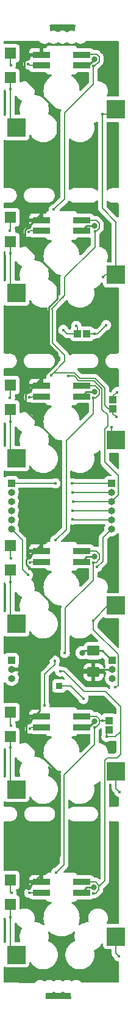
<source format=gbr>
G04 #@! TF.GenerationSoftware,KiCad,Pcbnew,(5.99.0-10337-g2ae264751f)*
G04 #@! TF.CreationDate,2021-04-30T16:38:17-07:00*
G04 #@! TF.ProjectId,single-col,73696e67-6c65-42d6-936f-6c2e6b696361,rev?*
G04 #@! TF.SameCoordinates,Original*
G04 #@! TF.FileFunction,Copper,L2,Bot*
G04 #@! TF.FilePolarity,Positive*
%FSLAX46Y46*%
G04 Gerber Fmt 4.6, Leading zero omitted, Abs format (unit mm)*
G04 Created by KiCad (PCBNEW (5.99.0-10337-g2ae264751f)) date 2021-04-30 16:38:17*
%MOMM*%
%LPD*%
G01*
G04 APERTURE LIST*
G04 Aperture macros list*
%AMRoundRect*
0 Rectangle with rounded corners*
0 $1 Rounding radius*
0 $2 $3 $4 $5 $6 $7 $8 $9 X,Y pos of 4 corners*
0 Add a 4 corners polygon primitive as box body*
4,1,4,$2,$3,$4,$5,$6,$7,$8,$9,$2,$3,0*
0 Add four circle primitives for the rounded corners*
1,1,$1+$1,$2,$3*
1,1,$1+$1,$4,$5*
1,1,$1+$1,$6,$7*
1,1,$1+$1,$8,$9*
0 Add four rect primitives between the rounded corners*
20,1,$1+$1,$2,$3,$4,$5,0*
20,1,$1+$1,$4,$5,$6,$7,0*
20,1,$1+$1,$6,$7,$8,$9,0*
20,1,$1+$1,$8,$9,$2,$3,0*%
G04 Aperture macros list end*
G04 #@! TA.AperFunction,SMDPad,CuDef*
%ADD10R,2.400000X0.820000*%
G04 #@! TD*
G04 #@! TA.AperFunction,ComponentPad*
%ADD11R,1.000000X1.000000*%
G04 #@! TD*
G04 #@! TA.AperFunction,ComponentPad*
%ADD12O,1.000000X1.000000*%
G04 #@! TD*
G04 #@! TA.AperFunction,SMDPad,CuDef*
%ADD13R,1.524000X1.524000*%
G04 #@! TD*
G04 #@! TA.AperFunction,SMDPad,CuDef*
%ADD14R,2.550000X2.500000*%
G04 #@! TD*
G04 #@! TA.AperFunction,SMDPad,CuDef*
%ADD15R,1.000000X1.000000*%
G04 #@! TD*
G04 #@! TA.AperFunction,ComponentPad*
%ADD16R,0.850000X0.850000*%
G04 #@! TD*
G04 #@! TA.AperFunction,SMDPad,CuDef*
%ADD17RoundRect,0.250001X-0.624999X0.462499X-0.624999X-0.462499X0.624999X-0.462499X0.624999X0.462499X0*%
G04 #@! TD*
G04 #@! TA.AperFunction,ViaPad*
%ADD18C,0.400000*%
G04 #@! TD*
G04 #@! TA.AperFunction,ViaPad*
%ADD19C,0.800000*%
G04 #@! TD*
G04 #@! TA.AperFunction,Conductor*
%ADD20C,0.150000*%
G04 #@! TD*
G04 #@! TA.AperFunction,Conductor*
%ADD21C,0.250000*%
G04 #@! TD*
G04 APERTURE END LIST*
D10*
X125130200Y-76040400D03*
X119530200Y-76040400D03*
X119530200Y-77540400D03*
X125130200Y-77540400D03*
D11*
X129275200Y-112564400D03*
D12*
X129275200Y-113834400D03*
X129275200Y-115104400D03*
X129275200Y-116374400D03*
X129275200Y-117644400D03*
X129275200Y-118914400D03*
D11*
X129375200Y-137089400D03*
D12*
X129375200Y-138359400D03*
X129375200Y-139629400D03*
D13*
X115255200Y-52894400D03*
X115255200Y-56294400D03*
D14*
X129892700Y-175429400D03*
X116042700Y-177969400D03*
X129892700Y-152479400D03*
X116042700Y-155019400D03*
D13*
X115255200Y-167594400D03*
X115255200Y-170994400D03*
D10*
X125130200Y-53089400D03*
X119530200Y-53089400D03*
X119530200Y-54589400D03*
X125130200Y-54589400D03*
X125130200Y-144893400D03*
X119530200Y-144893400D03*
X119530200Y-146393400D03*
X125130200Y-146393400D03*
D13*
X115255200Y-121204400D03*
X115255200Y-124604400D03*
X115255200Y-144324400D03*
X115255200Y-147724400D03*
X115255200Y-98934400D03*
X115255200Y-102334400D03*
D15*
X129475200Y-100914400D03*
X129475200Y-102189400D03*
D11*
X115375200Y-112564400D03*
D12*
X115375200Y-113834400D03*
X115375200Y-115104400D03*
X115375200Y-116374400D03*
X115375200Y-117644400D03*
X115375200Y-118914400D03*
D14*
X129892700Y-129529400D03*
X116042700Y-132069400D03*
D10*
X125130200Y-121942400D03*
X119530200Y-121942400D03*
X119530200Y-123442400D03*
X125130200Y-123442400D03*
D15*
X125825200Y-91814400D03*
X124550200Y-91814400D03*
D14*
X129892700Y-60679400D03*
X116042700Y-63219400D03*
X129892700Y-83629400D03*
X116042700Y-86169400D03*
D15*
X128925200Y-145464400D03*
X128925200Y-146739400D03*
D14*
X129892700Y-106579400D03*
X116042700Y-109119400D03*
D16*
X121975200Y-140664400D03*
D10*
X125130200Y-98991400D03*
X119530200Y-98991400D03*
X119530200Y-100491400D03*
X125130200Y-100491400D03*
D11*
X115375200Y-137089400D03*
D12*
X115375200Y-138359400D03*
X115375200Y-139629400D03*
D13*
X115255200Y-75664400D03*
X115255200Y-79064400D03*
D10*
X125130200Y-167844400D03*
X119530200Y-167844400D03*
X119530200Y-169344400D03*
X125130200Y-169344400D03*
D17*
X126775200Y-135764400D03*
X126775200Y-138739400D03*
D18*
X115255200Y-57884400D03*
X123875200Y-113864400D03*
X115175200Y-77464400D03*
X115255200Y-80644400D03*
X123775200Y-112564400D03*
X115175200Y-100664400D03*
X121475200Y-112564400D03*
X115255200Y-104044400D03*
X123875200Y-116364400D03*
X115275200Y-122964400D03*
X115255200Y-126244400D03*
X123875200Y-117564400D03*
X115275200Y-146164400D03*
X115255200Y-149244400D03*
X117675200Y-125264400D03*
X127275200Y-124164400D03*
X115375200Y-169364400D03*
X115255200Y-172744400D03*
X130375200Y-155364400D03*
X127975200Y-61364400D03*
X128075200Y-83964400D03*
X126775200Y-131564400D03*
X129775200Y-140864400D03*
X130275200Y-178164400D03*
X125375200Y-142464400D03*
X129275200Y-104764400D03*
X115275200Y-54564400D03*
X123975200Y-115064400D03*
X123275200Y-97664400D03*
D19*
X126887700Y-53721201D03*
X125175200Y-136064400D03*
X126935200Y-122734400D03*
X126852441Y-168638991D03*
X126935200Y-76824400D03*
X126870366Y-145564594D03*
X126905200Y-99884400D03*
D18*
X128525200Y-90614400D03*
X117715200Y-54404400D03*
X126875200Y-91814400D03*
X130025200Y-99914400D03*
D19*
X124880200Y-138359400D03*
X117806984Y-145597076D03*
X117828437Y-122703409D03*
X117635200Y-53564400D03*
X117787370Y-76874789D03*
X117824952Y-99725015D03*
X117735200Y-168584400D03*
D18*
X117774384Y-77674686D03*
X122575200Y-91264400D03*
X124375200Y-90714400D03*
X126730202Y-54675282D03*
X121275200Y-74564400D03*
X126959070Y-77624046D03*
X129925200Y-103364400D03*
X117825200Y-100614400D03*
X120875200Y-97564400D03*
X121475200Y-120464400D03*
X117930198Y-123564400D03*
X126764940Y-100672012D03*
X121375200Y-137164400D03*
X119975200Y-143364400D03*
X122775200Y-136064400D03*
X126730202Y-123534400D03*
X117930198Y-146574400D03*
X117845528Y-169376758D03*
X121575200Y-166564400D03*
X127975200Y-145464400D03*
X126915200Y-146394400D03*
X126730202Y-169454400D03*
X122150200Y-138664400D03*
X128575200Y-147714400D03*
D20*
X115255200Y-56294400D02*
X115255200Y-57884400D01*
X115255200Y-57884400D02*
X115255200Y-62431900D01*
X115255200Y-62431900D02*
X116042700Y-63219400D01*
X127175200Y-113864400D02*
X127205200Y-113834400D01*
X115175200Y-77464400D02*
X115255200Y-77384400D01*
X115255200Y-77384400D02*
X115255200Y-75664400D01*
X123875200Y-113864400D02*
X127175200Y-113864400D01*
X127205200Y-113834400D02*
X129275200Y-113834400D01*
X115255200Y-85381900D02*
X116042700Y-86169400D01*
X115255200Y-79064400D02*
X115255200Y-85381900D01*
X121475200Y-112564400D02*
X115375200Y-112564400D01*
X115255200Y-100584400D02*
X115175200Y-100664400D01*
X129275200Y-112564400D02*
X123775200Y-112564400D01*
X115255200Y-98934400D02*
X115255200Y-100584400D01*
X115255200Y-108331900D02*
X116042700Y-109119400D01*
X115255200Y-102334400D02*
X115255200Y-104044400D01*
X115255200Y-104044400D02*
X115255200Y-108331900D01*
X129275200Y-116374400D02*
X123885200Y-116374400D01*
X115255200Y-121204400D02*
X115255200Y-122944400D01*
X123885200Y-116374400D02*
X123875200Y-116364400D01*
X115255200Y-122944400D02*
X115275200Y-122964400D01*
X115255200Y-124604400D02*
X115255200Y-131281900D01*
X115255200Y-131281900D02*
X116042700Y-132069400D01*
X115275200Y-146164400D02*
X115255200Y-146144400D01*
X129275200Y-117644400D02*
X123955200Y-117644400D01*
X123955200Y-117644400D02*
X123875200Y-117564400D01*
X115255200Y-146144400D02*
X115255200Y-144324400D01*
X115255200Y-154231900D02*
X116042700Y-155019400D01*
X115255200Y-149244400D02*
X115255200Y-154231900D01*
X115255200Y-147724400D02*
X115255200Y-149244400D01*
X116875200Y-120414400D02*
X115375200Y-118914400D01*
X129275200Y-118914400D02*
X128075200Y-120114400D01*
X128075200Y-120114400D02*
X128075200Y-120464400D01*
X128075200Y-120114400D02*
X128075200Y-123364400D01*
X128075200Y-123364400D02*
X127275200Y-124164400D01*
X116875200Y-124464400D02*
X116875200Y-120414400D01*
X117675200Y-125264400D02*
X116875200Y-124464400D01*
X115375200Y-169364400D02*
X115255200Y-169244400D01*
X115255200Y-169244400D02*
X115255200Y-167594400D01*
X115255200Y-177181900D02*
X116042700Y-177969400D01*
X115255200Y-172744400D02*
X115255200Y-177181900D01*
X115255200Y-170994400D02*
X115255200Y-172744400D01*
X130175200Y-140564400D02*
X130175200Y-136264400D01*
X129775200Y-140864400D02*
X129875200Y-140864400D01*
X129892700Y-106579400D02*
X129275200Y-105961900D01*
X129892700Y-60679400D02*
X129207700Y-61364400D01*
X129892700Y-154881900D02*
X130375200Y-155364400D01*
X130175200Y-136264400D02*
X126775200Y-132864400D01*
X129207700Y-61364400D02*
X127975200Y-61364400D01*
X121975200Y-140664400D02*
X123575200Y-140664400D01*
X127975200Y-74364400D02*
X127975200Y-61364400D01*
X123575200Y-140664400D02*
X125375200Y-142464400D01*
X129875200Y-140864400D02*
X130175200Y-140564400D01*
X126775200Y-131564400D02*
X128810200Y-129529400D01*
X129892700Y-152479400D02*
X129892700Y-154881900D01*
X129892700Y-76281900D02*
X127975200Y-74364400D01*
X129275200Y-105961900D02*
X129275200Y-104764400D01*
X128810200Y-129529400D02*
X129892700Y-129529400D01*
X128410200Y-83629400D02*
X128075200Y-83964400D01*
X129892700Y-175429400D02*
X129892700Y-177781900D01*
X129892700Y-83629400D02*
X129892700Y-76281900D01*
X126775200Y-132864400D02*
X126775200Y-131564400D01*
X129892700Y-83629400D02*
X128410200Y-83629400D01*
X129892700Y-177781900D02*
X130275200Y-178164400D01*
X127945220Y-99430400D02*
X126821210Y-98306389D01*
X128775200Y-104564400D02*
X128775200Y-103114400D01*
X126821210Y-98306389D02*
X124717189Y-98306389D01*
X130175200Y-114204400D02*
X130175200Y-111464400D01*
X124015200Y-115104400D02*
X129275200Y-115104400D01*
X128338621Y-105000979D02*
X128775200Y-104564400D01*
X123975200Y-115064400D02*
X124015200Y-115104400D01*
X129275200Y-115104400D02*
X130175200Y-114204400D01*
X115275200Y-54564400D02*
X115255200Y-54544400D01*
X124075200Y-97664400D02*
X123275200Y-97664400D01*
X128775200Y-103114400D02*
X127945220Y-102284420D01*
X130175200Y-111464400D02*
X128338621Y-109627821D01*
X124717189Y-98306389D02*
X124075200Y-97664400D01*
X115255200Y-54544400D02*
X115255200Y-52894400D01*
X128338621Y-109627821D02*
X128338621Y-105000979D01*
X127945220Y-102284420D02*
X127945220Y-99430400D01*
D21*
X125475200Y-135764400D02*
X125175200Y-136064400D01*
X129375200Y-137089400D02*
X129300200Y-137089400D01*
X126870366Y-145564594D02*
X126041560Y-146393400D01*
X126041560Y-146393400D02*
X125130200Y-146393400D01*
X125737200Y-99884400D02*
X125130200Y-100491400D01*
X126775200Y-135764400D02*
X125475200Y-135764400D01*
X126935200Y-122734400D02*
X125838200Y-122734400D01*
X126935200Y-76824400D02*
X125846200Y-76824400D01*
X129300200Y-137089400D02*
X127975200Y-135764400D01*
X126905200Y-99884400D02*
X125737200Y-99884400D01*
X127975200Y-135764400D02*
X126775200Y-135764400D01*
X126887700Y-53721201D02*
X126019501Y-54589400D01*
X125838200Y-122734400D02*
X125130200Y-123442400D01*
X125846200Y-76824400D02*
X125130200Y-77540400D01*
X126852441Y-168638991D02*
X125835609Y-168638991D01*
X126019501Y-54589400D02*
X125130200Y-54589400D01*
X125835609Y-168638991D02*
X125130200Y-169344400D01*
D20*
X129475200Y-100914400D02*
X129475200Y-100464400D01*
X129475200Y-100464400D02*
X130025200Y-99914400D01*
X125825200Y-91814400D02*
X126875200Y-91814400D01*
X127325200Y-91814400D02*
X128525200Y-90614400D01*
X126875200Y-91814400D02*
X127325200Y-91814400D01*
X117715200Y-54404400D02*
X117900200Y-54589400D01*
X117900200Y-54589400D02*
X119530200Y-54589400D01*
D21*
X117249373Y-79364357D02*
X121725200Y-83840184D01*
X119275200Y-138164400D02*
X119275200Y-144128860D01*
X117787370Y-76874789D02*
X117249373Y-77412786D01*
X121975200Y-135164400D02*
X121975200Y-136564400D01*
X118575200Y-126867536D02*
X121975200Y-130267536D01*
X126550200Y-138739400D02*
X126170200Y-138359400D01*
X118621759Y-76040400D02*
X117787370Y-76874789D01*
X117806984Y-145597076D02*
X117405187Y-145998873D01*
X120575200Y-88114400D02*
X120575200Y-93314400D01*
X122075200Y-152964400D02*
X122075200Y-164244400D01*
X117249373Y-77412786D02*
X117249373Y-79364357D01*
X117405187Y-123126659D02*
X117405187Y-123816406D01*
X119530200Y-121942400D02*
X118589446Y-121942400D01*
X118589446Y-121942400D02*
X117828437Y-122703409D01*
X121725200Y-86964400D02*
X120575200Y-88114400D01*
X117405187Y-123816406D02*
X118575200Y-124986419D01*
X119530200Y-76040400D02*
X118621759Y-76040400D01*
X119530200Y-144893400D02*
X118510660Y-144893400D01*
X118558567Y-98991400D02*
X117824952Y-99725015D01*
X121975200Y-130267536D02*
X121975200Y-135164400D01*
X117405187Y-148294387D02*
X122075200Y-152964400D01*
X119275200Y-144128860D02*
X117806984Y-145597076D01*
X121975200Y-135464400D02*
X119080200Y-138359400D01*
X117190189Y-56329389D02*
X121775200Y-60914400D01*
X119080200Y-138359400D02*
X115375200Y-138359400D01*
X121975200Y-136564400D02*
X123770200Y-138359400D01*
X120575200Y-93314400D02*
X121725200Y-94464400D01*
X117828437Y-122703409D02*
X117405187Y-123126659D01*
X118510660Y-144893400D02*
X117806984Y-145597076D01*
X126170200Y-138359400D02*
X129375200Y-138359400D01*
X119530200Y-53089400D02*
X118110200Y-53089400D01*
X126775200Y-138739400D02*
X126550200Y-138739400D01*
X117300189Y-100249778D02*
X117300189Y-102389389D01*
X122275200Y-118256646D02*
X117828437Y-122703409D01*
X119530200Y-98991400D02*
X118558567Y-98991400D01*
X119530200Y-167844400D02*
X118475200Y-167844400D01*
X122275200Y-107364400D02*
X122275200Y-118256646D01*
X121975200Y-135164400D02*
X121975200Y-135464400D01*
X122075200Y-164244400D02*
X117735200Y-168584400D01*
X117190189Y-54009411D02*
X117190189Y-56329389D01*
X117635200Y-53564400D02*
X117190189Y-54009411D01*
X123770200Y-138359400D02*
X124880200Y-138359400D01*
X117405187Y-145998873D02*
X117405187Y-148294387D01*
X118575200Y-124986419D02*
X118575200Y-126867536D01*
X121725200Y-83840184D02*
X121725200Y-86964400D01*
X117300189Y-102389389D02*
X122275200Y-107364400D01*
X121725200Y-94464400D02*
X121725200Y-95824767D01*
X121775200Y-72886959D02*
X117787370Y-76874789D01*
X124880200Y-138359400D02*
X126170200Y-138359400D01*
X121975200Y-135464400D02*
X119275200Y-138164400D01*
X121725200Y-95824767D02*
X117824952Y-99725015D01*
X118475200Y-167844400D02*
X117735200Y-168584400D01*
X117824952Y-99725015D02*
X117300189Y-100249778D01*
X118110200Y-53089400D02*
X117635200Y-53564400D01*
X121775200Y-60914400D02*
X121775200Y-72886959D01*
D20*
X126730202Y-54675282D02*
X126730202Y-57209398D01*
X127562711Y-53397195D02*
X127562711Y-54045207D01*
X124550200Y-91814400D02*
X124550200Y-90889400D01*
X124550200Y-90889400D02*
X124375200Y-90714400D01*
X127211706Y-53046190D02*
X127562711Y-53397195D01*
X125130200Y-53089400D02*
X125173410Y-53046190D01*
X125173410Y-53046190D02*
X127211706Y-53046190D01*
X123125200Y-91814400D02*
X124550200Y-91814400D01*
X122775200Y-73064400D02*
X121275200Y-74564400D01*
X122575200Y-91264400D02*
X123125200Y-91814400D01*
X126730202Y-57209398D02*
X122775200Y-61164400D01*
X122775200Y-61164400D02*
X122775200Y-73064400D01*
X127562711Y-54045207D02*
X126932636Y-54675282D01*
X126932636Y-54675282D02*
X126730202Y-54675282D01*
X117908670Y-77540400D02*
X119530200Y-77540400D01*
X117774384Y-77674686D02*
X117908670Y-77540400D01*
X122775200Y-94814400D02*
X121025200Y-93064400D01*
X127610211Y-76500394D02*
X127610211Y-77148406D01*
X127083705Y-77499411D02*
X126959070Y-77624046D01*
X117825200Y-100614400D02*
X118215200Y-100614400D01*
X120875200Y-97564400D02*
X121250211Y-97189389D01*
X129475200Y-102189400D02*
X128825200Y-102189400D01*
X128825200Y-102189400D02*
X128375200Y-101739400D01*
X126959070Y-79780530D02*
X126959070Y-77624046D01*
X122775200Y-83964400D02*
X126959070Y-79780530D01*
X122775200Y-95664400D02*
X122775200Y-94814400D01*
X129475200Y-102189400D02*
X129475200Y-102914400D01*
X121250211Y-97189389D02*
X124095193Y-97189389D01*
X124095193Y-97189389D02*
X124862173Y-97956369D01*
X127259206Y-77499411D02*
X127083705Y-77499411D01*
X121025200Y-88464400D02*
X120975220Y-88414420D01*
X124862173Y-97956369D02*
X126966194Y-97956369D01*
X125130200Y-76040400D02*
X127150217Y-76040400D01*
X118215200Y-100614400D02*
X118338200Y-100491400D01*
X121025200Y-93064400D02*
X121025200Y-88464400D01*
X128375200Y-101739400D02*
X128375200Y-99365374D01*
X120975220Y-88314380D02*
X122775200Y-86514400D01*
X128375200Y-99365374D02*
X128149713Y-99139887D01*
X122775200Y-86514400D02*
X122775200Y-83964400D01*
X129475200Y-102914400D02*
X129925200Y-103364400D01*
X122475200Y-86814400D02*
X122775200Y-86514400D01*
X120975220Y-88414420D02*
X120975220Y-88314380D01*
X127150217Y-76040400D02*
X127610211Y-76500394D01*
X127610211Y-77148406D02*
X127259206Y-77499411D01*
X118338200Y-100491400D02*
X119530200Y-100491400D01*
X120875200Y-97564400D02*
X122775200Y-95664400D01*
X126966194Y-97956369D02*
X128149713Y-99139887D01*
X117930198Y-123564400D02*
X118052198Y-123442400D01*
X127116605Y-100672012D02*
X126764940Y-100672012D01*
X122975200Y-118964400D02*
X121475200Y-120464400D01*
X126764940Y-102874660D02*
X122975200Y-106664400D01*
X127595200Y-100193417D02*
X127116605Y-100672012D01*
X125130200Y-98991400D02*
X127011217Y-98991400D01*
X126764940Y-100672012D02*
X126764940Y-102874660D01*
X127011217Y-98991400D02*
X127595200Y-99575383D01*
X127595200Y-99575383D02*
X127595200Y-100193417D01*
X122975200Y-106664400D02*
X122975200Y-118964400D01*
X118052198Y-123442400D02*
X119530200Y-123442400D01*
X125130200Y-121942400D02*
X127142217Y-121942400D01*
X127610211Y-122410394D02*
X127610211Y-123058406D01*
X126730202Y-123534400D02*
X126730202Y-126009398D01*
X119975200Y-143364400D02*
X119975200Y-139064400D01*
X122875200Y-131964400D02*
X122875200Y-132164400D01*
X118111198Y-146393400D02*
X119530200Y-146393400D01*
X126730202Y-126009398D02*
X122875200Y-129864400D01*
X120675200Y-138364400D02*
X121375200Y-137664400D01*
X127142217Y-121942400D02*
X127610211Y-122410394D01*
X119975200Y-139064400D02*
X120675200Y-138364400D01*
X122875200Y-133364400D02*
X122875200Y-131964400D01*
X122875200Y-132164400D02*
X122875200Y-132364400D01*
X122875200Y-129864400D02*
X122875200Y-131964400D01*
X127134217Y-123534400D02*
X126730202Y-123534400D01*
X127610211Y-123058406D02*
X127134217Y-123534400D01*
X121375200Y-137664400D02*
X121375200Y-137164400D01*
X122875200Y-135964400D02*
X122875200Y-133364400D01*
X122775200Y-136064400D02*
X122875200Y-135964400D01*
X117930198Y-146574400D02*
X118111198Y-146393400D01*
X125134017Y-144889583D02*
X127194372Y-144889583D01*
X122675200Y-153064400D02*
X122675200Y-165464400D01*
X127545377Y-145888600D02*
X127039577Y-146394400D01*
X127545377Y-145240588D02*
X127545377Y-145384577D01*
X127625200Y-145464400D02*
X127545377Y-145384577D01*
X127975200Y-145464400D02*
X127625200Y-145464400D01*
X126915200Y-146394400D02*
X126915200Y-148824400D01*
X127194372Y-144889583D02*
X127545377Y-145240588D01*
X127545377Y-145384577D02*
X127545377Y-145888600D01*
X125130200Y-144893400D02*
X125134017Y-144889583D01*
X128925200Y-145464400D02*
X127975200Y-145464400D01*
X126915200Y-148824400D02*
X122675200Y-153064400D01*
X117877886Y-169344400D02*
X119530200Y-169344400D01*
X127039577Y-146394400D02*
X126915200Y-146394400D01*
X122675200Y-165464400D02*
X121575200Y-166564400D01*
X117845528Y-169376758D02*
X117877886Y-169344400D01*
X128575200Y-147714400D02*
X129825200Y-147714400D01*
X128338621Y-151000979D02*
X128725200Y-150614400D01*
X127527452Y-168314985D02*
X127527452Y-168512148D01*
X127527452Y-168962997D02*
X127036049Y-169454400D01*
X122675200Y-138664400D02*
X122150200Y-138664400D01*
X130525200Y-150114400D02*
X130525200Y-147014400D01*
X127527452Y-168512148D02*
X127527452Y-168962997D01*
X130525200Y-143514400D02*
X128450200Y-141439400D01*
X128450200Y-141439400D02*
X125450200Y-141439400D01*
X127036049Y-169454400D02*
X126730202Y-169454400D01*
X128338621Y-167700979D02*
X128338621Y-151000979D01*
X125130200Y-167844400D02*
X127056867Y-167844400D01*
X128725200Y-150614400D02*
X130025200Y-150614400D01*
X128575200Y-147089400D02*
X128925200Y-146739400D01*
X128575200Y-147714400D02*
X128575200Y-147089400D01*
X127056867Y-167844400D02*
X127527452Y-168314985D01*
X127527452Y-168512148D02*
X128338621Y-167700979D01*
X130025200Y-150614400D02*
X130525200Y-150114400D01*
X130525200Y-147014400D02*
X130525200Y-143514400D01*
X125450200Y-141439400D02*
X122675200Y-138664400D01*
X129825200Y-147714400D02*
X130525200Y-147014400D01*
G04 #@! TA.AperFunction,Conductor*
G36*
X120642988Y-151790870D02*
G01*
X120668328Y-151809318D01*
X120734423Y-151871385D01*
X120989168Y-152056468D01*
X120992637Y-152058375D01*
X120992640Y-152058377D01*
X121256728Y-152203560D01*
X121265101Y-152208163D01*
X121424382Y-152271227D01*
X121554188Y-152322621D01*
X121554191Y-152322622D01*
X121557871Y-152324079D01*
X121561705Y-152325063D01*
X121561713Y-152325066D01*
X121750496Y-152373537D01*
X121862860Y-152402387D01*
X121866788Y-152402883D01*
X121866792Y-152402884D01*
X122171315Y-152441354D01*
X122171319Y-152441354D01*
X122175259Y-152441852D01*
X122175151Y-152442703D01*
X122238193Y-152465601D01*
X122281227Y-152522069D01*
X122286900Y-152592838D01*
X122257565Y-152647115D01*
X122259068Y-152648268D01*
X122235749Y-152678658D01*
X122165544Y-152770150D01*
X122106753Y-152912085D01*
X122086700Y-153064400D01*
X122087778Y-153072588D01*
X122090622Y-153094190D01*
X122091700Y-153110637D01*
X122091700Y-165170517D01*
X122071698Y-165238638D01*
X122054795Y-165259612D01*
X121473035Y-165841372D01*
X121413354Y-165874796D01*
X121333873Y-165893877D01*
X121333869Y-165893878D01*
X121326494Y-165895649D01*
X121174154Y-165974278D01*
X121044966Y-166086975D01*
X120946390Y-166227235D01*
X120884116Y-166386960D01*
X120883125Y-166394487D01*
X120872940Y-166471847D01*
X120844217Y-166536774D01*
X120784952Y-166575865D01*
X120748018Y-166581400D01*
X120605078Y-166581400D01*
X120604308Y-166581398D01*
X120604052Y-166581396D01*
X120563078Y-166581146D01*
X120554450Y-166583612D01*
X120554449Y-166583612D01*
X120534687Y-166589259D01*
X120517930Y-166592836D01*
X120497603Y-166595747D01*
X120497600Y-166595748D01*
X120488718Y-166597020D01*
X120480548Y-166600735D01*
X120480544Y-166600736D01*
X120465395Y-166607624D01*
X120447867Y-166614073D01*
X120431858Y-166618648D01*
X120431851Y-166618651D01*
X120423226Y-166621116D01*
X120398255Y-166636872D01*
X120383181Y-166645005D01*
X120356311Y-166657222D01*
X120336897Y-166673950D01*
X120321890Y-166685054D01*
X120300214Y-166698731D01*
X120294272Y-166705459D01*
X120280677Y-166720853D01*
X120268481Y-166732900D01*
X120252923Y-166746305D01*
X120252920Y-166746309D01*
X120246122Y-166752166D01*
X120241242Y-166759695D01*
X120241241Y-166759696D01*
X120232183Y-166773671D01*
X120220893Y-166788545D01*
X120203931Y-166807751D01*
X120191383Y-166834477D01*
X120183071Y-166849442D01*
X120173676Y-166863937D01*
X120119841Y-166910217D01*
X120067947Y-166921400D01*
X119802315Y-166921400D01*
X119787076Y-166925875D01*
X119785871Y-166927265D01*
X119784200Y-166934948D01*
X119784200Y-167972400D01*
X119764198Y-168040521D01*
X119710542Y-168087014D01*
X119658200Y-168098400D01*
X117835315Y-168098400D01*
X117820076Y-168102875D01*
X117818871Y-168104265D01*
X117817200Y-168111948D01*
X117817200Y-168252143D01*
X117817361Y-168256650D01*
X117821940Y-168320669D01*
X117824326Y-168333891D01*
X117861019Y-168458858D01*
X117872175Y-168483286D01*
X117870704Y-168483958D01*
X117887824Y-168542258D01*
X117867824Y-168610379D01*
X117814169Y-168656873D01*
X117776306Y-168667426D01*
X117771115Y-168668027D01*
X117763520Y-168667987D01*
X117699816Y-168683281D01*
X117604201Y-168706235D01*
X117604197Y-168706236D01*
X117596822Y-168708007D01*
X117444482Y-168786636D01*
X117438760Y-168791628D01*
X117438758Y-168791629D01*
X117358868Y-168861321D01*
X117315294Y-168899333D01*
X117216718Y-169039593D01*
X117154444Y-169199318D01*
X117153453Y-169206845D01*
X117141417Y-169298270D01*
X117132067Y-169369286D01*
X117150879Y-169539686D01*
X117171758Y-169596739D01*
X117205273Y-169688322D01*
X117209795Y-169700680D01*
X117214031Y-169706983D01*
X117214031Y-169706984D01*
X117274299Y-169796672D01*
X117305412Y-169842974D01*
X117311031Y-169848087D01*
X117311032Y-169848088D01*
X117372159Y-169903709D01*
X117432211Y-169958352D01*
X117483199Y-169986036D01*
X117576194Y-170036529D01*
X117576196Y-170036530D01*
X117582871Y-170040154D01*
X117590220Y-170042082D01*
X117741345Y-170081729D01*
X117741347Y-170081729D01*
X117748695Y-170083657D01*
X117891583Y-170085901D01*
X117959381Y-170106970D01*
X117972116Y-170116660D01*
X118052581Y-170186384D01*
X118060779Y-170190128D01*
X118153342Y-170232400D01*
X118185530Y-170247100D01*
X118194445Y-170248382D01*
X118194446Y-170248382D01*
X118325752Y-170267261D01*
X118325759Y-170267262D01*
X118330200Y-170267900D01*
X120074891Y-170267900D01*
X120143012Y-170287902D01*
X120189591Y-170341748D01*
X120200522Y-170365789D01*
X120217250Y-170385203D01*
X120228354Y-170400210D01*
X120242031Y-170421886D01*
X120254044Y-170432495D01*
X120264153Y-170441423D01*
X120276200Y-170453619D01*
X120289605Y-170469177D01*
X120289609Y-170469180D01*
X120295466Y-170475978D01*
X120302995Y-170480858D01*
X120302996Y-170480859D01*
X120316971Y-170489917D01*
X120331845Y-170501207D01*
X120351051Y-170518169D01*
X120377777Y-170530717D01*
X120392748Y-170539033D01*
X120417521Y-170555090D01*
X120426125Y-170557663D01*
X120426127Y-170557664D01*
X120442077Y-170562434D01*
X120459522Y-170569096D01*
X120474587Y-170576169D01*
X120474589Y-170576169D01*
X120482713Y-170579984D01*
X120491577Y-170581364D01*
X120491586Y-170581367D01*
X120511880Y-170584527D01*
X120528591Y-170588308D01*
X120548272Y-170594193D01*
X120548275Y-170594193D01*
X120556874Y-170596765D01*
X120565846Y-170596820D01*
X120565847Y-170596820D01*
X120589698Y-170596966D01*
X120592538Y-170597084D01*
X120594565Y-170597400D01*
X120660322Y-170597400D01*
X120661092Y-170597402D01*
X120702322Y-170597654D01*
X120703154Y-170597416D01*
X120703392Y-170597400D01*
X120842153Y-170597400D01*
X120910274Y-170617402D01*
X120956767Y-170671058D01*
X120966871Y-170741332D01*
X120937377Y-170805912D01*
X120916214Y-170825336D01*
X120734423Y-170957415D01*
X120504884Y-171172967D01*
X120304171Y-171415587D01*
X120302049Y-171418931D01*
X120142679Y-171670059D01*
X120135449Y-171681451D01*
X120001378Y-171966364D01*
X119904075Y-172265835D01*
X119845072Y-172575139D01*
X119825300Y-172889400D01*
X119845072Y-173203661D01*
X119904075Y-173512965D01*
X119905301Y-173516739D01*
X119905303Y-173516746D01*
X119971259Y-173719741D01*
X119973286Y-173790708D01*
X119936624Y-173851506D01*
X119872911Y-173882831D01*
X119802377Y-173874737D01*
X119773860Y-173857970D01*
X119648635Y-173760133D01*
X119465705Y-173654518D01*
X119409180Y-173621883D01*
X119409175Y-173621880D01*
X119405360Y-173619678D01*
X119401276Y-173618028D01*
X119401270Y-173618025D01*
X119196168Y-173535159D01*
X119144906Y-173514448D01*
X119109680Y-173505665D01*
X118876612Y-173447555D01*
X118876614Y-173447555D01*
X118872341Y-173446490D01*
X118867968Y-173446030D01*
X118867966Y-173446030D01*
X118787828Y-173437607D01*
X118667312Y-173424941D01*
X118601656Y-173397928D01*
X118561026Y-173339706D01*
X118559154Y-173265642D01*
X118591492Y-173150208D01*
X118591493Y-173150204D01*
X118592933Y-173145063D01*
X118603907Y-173039774D01*
X118616542Y-172918543D01*
X118616543Y-172918533D01*
X118616849Y-172915593D01*
X118617100Y-172889400D01*
X118610145Y-172807435D01*
X118598045Y-172664824D01*
X118598044Y-172664820D01*
X118597594Y-172659513D01*
X118596256Y-172654358D01*
X118596255Y-172654352D01*
X118540975Y-172441370D01*
X118539633Y-172436199D01*
X118464647Y-172269736D01*
X118447065Y-172230705D01*
X118447064Y-172230702D01*
X118444875Y-172225844D01*
X118316029Y-172034462D01*
X118156779Y-171867525D01*
X117971678Y-171729806D01*
X117966927Y-171727390D01*
X117966923Y-171727388D01*
X117770778Y-171627663D01*
X117770777Y-171627663D01*
X117766020Y-171625244D01*
X117628514Y-171582547D01*
X117550788Y-171558412D01*
X117550782Y-171558411D01*
X117545685Y-171556828D01*
X117440629Y-171542904D01*
X117322257Y-171527215D01*
X117322252Y-171527215D01*
X117316972Y-171526515D01*
X117311643Y-171526715D01*
X117311641Y-171526715D01*
X117201696Y-171530843D01*
X117086421Y-171535170D01*
X116860625Y-171582547D01*
X116855661Y-171584507D01*
X116855659Y-171584508D01*
X116702981Y-171644803D01*
X116632275Y-171651221D01*
X116569324Y-171618393D01*
X116534114Y-171556743D01*
X116530700Y-171527611D01*
X116530700Y-170232400D01*
X116525473Y-170159321D01*
X116490483Y-170040154D01*
X116486835Y-170027730D01*
X116486834Y-170027728D01*
X116484296Y-170019084D01*
X116450962Y-169967216D01*
X116410149Y-169903709D01*
X116410147Y-169903706D01*
X116405277Y-169896129D01*
X116368178Y-169863982D01*
X116301631Y-169806318D01*
X116301628Y-169806316D01*
X116294819Y-169800416D01*
X116286621Y-169796672D01*
X116170064Y-169743442D01*
X116170063Y-169743442D01*
X116161870Y-169739700D01*
X116152954Y-169738418D01*
X116144303Y-169735878D01*
X116144922Y-169733769D01*
X116091505Y-169709370D01*
X116053126Y-169649641D01*
X116053130Y-169578645D01*
X116057116Y-169567156D01*
X116064388Y-169549067D01*
X116088544Y-169379342D01*
X116088700Y-169364400D01*
X116068104Y-169194206D01*
X116007506Y-169033838D01*
X116009709Y-169033006D01*
X115998131Y-168974677D01*
X116024151Y-168908620D01*
X116081754Y-168867118D01*
X116090331Y-168864849D01*
X116090279Y-168864673D01*
X116221870Y-168826035D01*
X116221872Y-168826034D01*
X116230516Y-168823496D01*
X116287871Y-168786636D01*
X116345891Y-168749349D01*
X116345894Y-168749347D01*
X116353471Y-168744477D01*
X116377336Y-168716936D01*
X116443282Y-168640831D01*
X116443284Y-168640828D01*
X116449184Y-168634019D01*
X116509900Y-168501070D01*
X116512457Y-168483286D01*
X116530061Y-168360848D01*
X116530062Y-168360841D01*
X116530700Y-168356400D01*
X116530700Y-167438895D01*
X117817200Y-167438895D01*
X117817200Y-167572285D01*
X117821675Y-167587524D01*
X117823065Y-167588729D01*
X117830748Y-167590400D01*
X119258085Y-167590400D01*
X119273324Y-167585925D01*
X119274529Y-167584535D01*
X119276200Y-167576852D01*
X119276200Y-166939515D01*
X119271725Y-166924276D01*
X119270335Y-166923071D01*
X119262652Y-166921400D01*
X118332457Y-166921400D01*
X118327950Y-166921561D01*
X118263931Y-166926140D01*
X118250709Y-166928526D01*
X118125742Y-166965219D01*
X118109508Y-166972633D01*
X118001840Y-167041826D01*
X117988353Y-167053512D01*
X117904538Y-167150240D01*
X117894893Y-167165248D01*
X117841723Y-167281675D01*
X117836698Y-167298788D01*
X117817839Y-167429954D01*
X117817200Y-167438895D01*
X116530700Y-167438895D01*
X116530700Y-166832400D01*
X116525473Y-166759321D01*
X116489518Y-166636867D01*
X116486835Y-166627730D01*
X116486834Y-166627728D01*
X116484296Y-166619084D01*
X116447223Y-166561398D01*
X116410149Y-166503709D01*
X116410147Y-166503706D01*
X116405277Y-166496129D01*
X116377254Y-166471847D01*
X116301631Y-166406318D01*
X116301628Y-166406316D01*
X116294819Y-166400416D01*
X116286621Y-166396672D01*
X116170064Y-166343442D01*
X116170063Y-166343442D01*
X116161870Y-166339700D01*
X116152955Y-166338418D01*
X116152954Y-166338418D01*
X116021648Y-166319539D01*
X116021641Y-166319538D01*
X116017200Y-166318900D01*
X114493200Y-166318900D01*
X114443851Y-166322430D01*
X114374478Y-166307339D01*
X114324275Y-166257137D01*
X114308862Y-166196763D01*
X114308852Y-166093193D01*
X114308217Y-159617338D01*
X114328212Y-159549217D01*
X114350709Y-159522976D01*
X114365368Y-159510002D01*
X114390352Y-159492771D01*
X114419039Y-159477726D01*
X114447421Y-159466969D01*
X114489480Y-159456609D01*
X114515358Y-159453025D01*
X114544299Y-159452047D01*
X114577411Y-159450929D01*
X114586308Y-159449347D01*
X114608368Y-159447400D01*
X115080582Y-159447400D01*
X115095404Y-159448275D01*
X115134276Y-159452880D01*
X115134279Y-159452880D01*
X115139115Y-159453453D01*
X115189210Y-159451621D01*
X115213052Y-159453015D01*
X115224293Y-159454753D01*
X115264690Y-159449425D01*
X115276565Y-159448427D01*
X115276853Y-159448417D01*
X115279205Y-159448331D01*
X115279210Y-159448330D01*
X115283683Y-159448167D01*
X115306272Y-159444084D01*
X115312192Y-159443160D01*
X115333101Y-159440402D01*
X115337931Y-159439765D01*
X115343904Y-159438011D01*
X115356973Y-159434922D01*
X115393503Y-159428319D01*
X115407121Y-159421516D01*
X115427932Y-159413338D01*
X115427936Y-159413337D01*
X115445390Y-159408212D01*
X115466158Y-159402114D01*
X115485042Y-159398110D01*
X115486652Y-159397896D01*
X115507687Y-159395098D01*
X115540578Y-159380538D01*
X115543008Y-159379549D01*
X115545307Y-159378874D01*
X115549384Y-159377015D01*
X115549389Y-159377013D01*
X115576795Y-159364516D01*
X115578068Y-159363944D01*
X115608042Y-159350675D01*
X115608048Y-159350672D01*
X115612500Y-159348701D01*
X115614512Y-159347408D01*
X115616791Y-159346276D01*
X115638681Y-159336294D01*
X115638682Y-159336293D01*
X115646847Y-159332570D01*
X115667006Y-159315161D01*
X115681232Y-159304530D01*
X115724930Y-159276446D01*
X115741918Y-159267287D01*
X115762797Y-159258017D01*
X115790256Y-159234778D01*
X115792305Y-159233147D01*
X115794321Y-159231852D01*
X115820480Y-159209210D01*
X115821535Y-159208307D01*
X115846584Y-159187109D01*
X115846591Y-159187102D01*
X115850292Y-159183970D01*
X115851858Y-159182163D01*
X115853718Y-159180442D01*
X115878702Y-159158817D01*
X115883569Y-159151272D01*
X115893140Y-159136434D01*
X115903801Y-159122217D01*
X115937810Y-159082970D01*
X115951528Y-159069396D01*
X115962105Y-159060424D01*
X115962106Y-159060423D01*
X115968951Y-159054617D01*
X115973889Y-159047126D01*
X115973894Y-159047121D01*
X115988751Y-159024585D01*
X115990260Y-159022439D01*
X115991827Y-159020630D01*
X115994256Y-159016856D01*
X116010591Y-158991468D01*
X116011356Y-158990294D01*
X116029360Y-158962985D01*
X116029363Y-158962980D01*
X116032040Y-158958919D01*
X116033030Y-158956751D01*
X116034336Y-158954566D01*
X116047355Y-158934332D01*
X116047356Y-158934330D01*
X116052214Y-158926780D01*
X116059763Y-158901225D01*
X116065985Y-158884588D01*
X116065986Y-158884587D01*
X116079046Y-158855990D01*
X116087556Y-158837357D01*
X116096894Y-158820468D01*
X116104514Y-158808881D01*
X116104515Y-158808879D01*
X116109449Y-158801377D01*
X116119982Y-158766992D01*
X116120829Y-158764498D01*
X116121824Y-158762320D01*
X116131609Y-158729061D01*
X116132004Y-158727747D01*
X116133616Y-158722487D01*
X116143022Y-158691781D01*
X116143362Y-158689418D01*
X116143999Y-158686954D01*
X116150790Y-158663871D01*
X116150790Y-158663870D01*
X116153324Y-158655259D01*
X116153368Y-158628618D01*
X116154649Y-158610915D01*
X116162043Y-158559487D01*
X116166243Y-158540662D01*
X116170291Y-158527395D01*
X116170291Y-158527394D01*
X116172911Y-158518809D01*
X116173330Y-158482846D01*
X116173440Y-158480224D01*
X116173781Y-158477850D01*
X116173783Y-158474605D01*
X117142820Y-158474605D01*
X117143160Y-158476975D01*
X117143243Y-158479516D01*
X117143225Y-158512548D01*
X117145738Y-158521160D01*
X117145739Y-158521165D01*
X117150685Y-158538113D01*
X117154447Y-158555478D01*
X117161839Y-158606890D01*
X117163115Y-158626150D01*
X117162874Y-158648989D01*
X117167056Y-158663870D01*
X117172603Y-158683611D01*
X117173236Y-158686156D01*
X117173579Y-158688536D01*
X117174839Y-158692835D01*
X117174839Y-158692836D01*
X117183328Y-158721805D01*
X117183709Y-158723130D01*
X117193883Y-158759338D01*
X117194875Y-158761510D01*
X117195668Y-158763918D01*
X117196000Y-158765050D01*
X117204961Y-158795632D01*
X117209800Y-158803190D01*
X117209801Y-158803191D01*
X117219325Y-158818064D01*
X117227829Y-158833669D01*
X117249397Y-158880898D01*
X117256047Y-158899018D01*
X117262253Y-158921009D01*
X117267015Y-158928612D01*
X117281346Y-158951494D01*
X117282669Y-158953754D01*
X117283666Y-158955937D01*
X117286088Y-158959710D01*
X117286090Y-158959714D01*
X117302367Y-158985071D01*
X117303117Y-158986255D01*
X117320502Y-159014014D01*
X117320508Y-159014023D01*
X117323094Y-159018151D01*
X117324663Y-159019962D01*
X117326098Y-159022043D01*
X117343949Y-159049853D01*
X117350726Y-159055745D01*
X117364046Y-159067326D01*
X117376598Y-159079898D01*
X117379260Y-159082970D01*
X117410613Y-159119154D01*
X117422097Y-159134666D01*
X117426886Y-159142293D01*
X117434244Y-159154012D01*
X117461154Y-159177884D01*
X117463056Y-159179677D01*
X117464629Y-159181492D01*
X117468017Y-159184431D01*
X117468020Y-159184434D01*
X117490816Y-159204209D01*
X117491866Y-159205130D01*
X117501653Y-159213812D01*
X117519990Y-159230079D01*
X117522005Y-159231374D01*
X117523961Y-159232960D01*
X117548930Y-159254620D01*
X117573137Y-159265724D01*
X117588718Y-159274249D01*
X117632416Y-159302331D01*
X117647810Y-159313983D01*
X117664914Y-159329122D01*
X117680144Y-159336293D01*
X117697470Y-159344451D01*
X117699795Y-159345632D01*
X117701811Y-159346928D01*
X117705880Y-159348789D01*
X117733235Y-159361300D01*
X117734501Y-159361888D01*
X117764210Y-159375876D01*
X117764213Y-159375877D01*
X117768616Y-159377950D01*
X117770910Y-159378624D01*
X117773259Y-159379605D01*
X117803299Y-159393344D01*
X117812177Y-159394635D01*
X117812179Y-159394636D01*
X117829656Y-159397178D01*
X117847014Y-159400969D01*
X117885276Y-159412204D01*
X117907454Y-159421077D01*
X117909585Y-159422174D01*
X117909591Y-159422176D01*
X117917571Y-159426285D01*
X117957586Y-159434023D01*
X117969156Y-159436833D01*
X117971699Y-159437580D01*
X117971703Y-159437581D01*
X117975992Y-159438840D01*
X117993718Y-159441399D01*
X117998684Y-159442116D01*
X118004596Y-159443114D01*
X118025319Y-159447121D01*
X118025334Y-159447123D01*
X118030109Y-159448046D01*
X118036319Y-159448273D01*
X118049714Y-159449482D01*
X118086447Y-159454784D01*
X118101524Y-159452642D01*
X118123848Y-159451473D01*
X118174678Y-159453332D01*
X118179136Y-159452859D01*
X118179138Y-159452859D01*
X118220037Y-159448520D01*
X118223978Y-159448102D01*
X118237269Y-159447399D01*
X120347248Y-159447399D01*
X120362070Y-159448274D01*
X120400942Y-159452879D01*
X120400945Y-159452879D01*
X120405781Y-159453452D01*
X120455876Y-159451620D01*
X120479718Y-159453014D01*
X120490959Y-159454752D01*
X120531356Y-159449424D01*
X120543231Y-159448426D01*
X120543519Y-159448416D01*
X120545871Y-159448330D01*
X120545876Y-159448329D01*
X120550349Y-159448166D01*
X120572938Y-159444083D01*
X120578858Y-159443159D01*
X120597101Y-159440753D01*
X120604597Y-159439764D01*
X120610570Y-159438010D01*
X120623639Y-159434921D01*
X120660169Y-159428318D01*
X120673787Y-159421515D01*
X120694598Y-159413337D01*
X120732824Y-159402113D01*
X120751708Y-159398109D01*
X120753318Y-159397895D01*
X120774353Y-159395097D01*
X120805724Y-159381210D01*
X120807242Y-159380538D01*
X120809674Y-159379548D01*
X120811973Y-159378873D01*
X120816052Y-159377013D01*
X120816055Y-159377012D01*
X120843461Y-159364515D01*
X120844734Y-159363943D01*
X120874708Y-159350674D01*
X120874714Y-159350671D01*
X120879166Y-159348700D01*
X120881178Y-159347407D01*
X120883457Y-159346275D01*
X120905347Y-159336293D01*
X120905348Y-159336292D01*
X120913513Y-159332569D01*
X120933672Y-159315160D01*
X120947900Y-159304528D01*
X120991596Y-159276445D01*
X121008584Y-159267286D01*
X121029463Y-159258016D01*
X121056921Y-159234778D01*
X121058971Y-159233146D01*
X121060987Y-159231851D01*
X121087146Y-159209209D01*
X121088201Y-159208306D01*
X121113250Y-159187108D01*
X121113257Y-159187101D01*
X121116958Y-159183969D01*
X121118524Y-159182162D01*
X121120384Y-159180441D01*
X121145368Y-159158816D01*
X121156026Y-159142293D01*
X121159806Y-159136433D01*
X121170467Y-159122216D01*
X121173121Y-159119154D01*
X121186531Y-159103678D01*
X121204476Y-159082969D01*
X121218194Y-159069395D01*
X121228771Y-159060423D01*
X121228772Y-159060422D01*
X121235617Y-159054616D01*
X121240555Y-159047125D01*
X121240560Y-159047120D01*
X121255417Y-159024584D01*
X121256926Y-159022438D01*
X121258493Y-159020629D01*
X121262750Y-159014014D01*
X121269665Y-159003266D01*
X121277276Y-158991438D01*
X121278006Y-158990317D01*
X121282933Y-158982844D01*
X121296026Y-158962984D01*
X121296029Y-158962979D01*
X121298706Y-158958918D01*
X121299696Y-158956750D01*
X121301002Y-158954565D01*
X121314021Y-158934331D01*
X121314022Y-158934329D01*
X121318880Y-158926779D01*
X121326429Y-158901224D01*
X121332651Y-158884587D01*
X121354222Y-158837356D01*
X121363560Y-158820467D01*
X121371180Y-158808880D01*
X121371181Y-158808878D01*
X121376115Y-158801376D01*
X121382155Y-158781659D01*
X121386648Y-158766992D01*
X121387495Y-158764497D01*
X121388490Y-158762319D01*
X121389752Y-158758030D01*
X121389753Y-158758027D01*
X121398267Y-158729088D01*
X121398670Y-158727746D01*
X121408264Y-158696429D01*
X121408264Y-158696427D01*
X121409688Y-158691780D01*
X121410028Y-158689417D01*
X121410665Y-158686953D01*
X121417456Y-158663870D01*
X121419990Y-158655258D01*
X121420034Y-158628617D01*
X121421315Y-158610914D01*
X121428709Y-158559486D01*
X121432909Y-158540661D01*
X121436957Y-158527394D01*
X121439577Y-158518808D01*
X121439996Y-158482845D01*
X121440106Y-158480223D01*
X121440447Y-158477849D01*
X121440459Y-158457686D01*
X121440467Y-158443200D01*
X121440476Y-158441806D01*
X121440857Y-158409064D01*
X121440914Y-158404193D01*
X121440574Y-158401823D01*
X121440491Y-158399280D01*
X121440493Y-158395944D01*
X121440509Y-158366250D01*
X121437995Y-158357634D01*
X121437995Y-158357633D01*
X121433049Y-158340685D01*
X121429287Y-158323320D01*
X121421895Y-158271908D01*
X121420619Y-158252646D01*
X121420765Y-158238784D01*
X121420860Y-158229809D01*
X121411129Y-158195179D01*
X121410496Y-158192638D01*
X121410155Y-158190262D01*
X121400428Y-158157067D01*
X121400047Y-158155740D01*
X121398716Y-158151005D01*
X121389852Y-158119460D01*
X121388857Y-158117281D01*
X121388066Y-158114882D01*
X121378773Y-158083166D01*
X121370291Y-158069919D01*
X121364409Y-158060732D01*
X121355909Y-158045134D01*
X121334338Y-157997901D01*
X121327688Y-157979781D01*
X121323920Y-157966428D01*
X121323917Y-157966421D01*
X121321481Y-157957789D01*
X121302372Y-157927278D01*
X121301065Y-157925044D01*
X121300068Y-157922862D01*
X121281373Y-157893737D01*
X121280712Y-157892695D01*
X121260640Y-157860647D01*
X121259072Y-157858837D01*
X121257627Y-157856742D01*
X121257087Y-157855901D01*
X121239785Y-157828945D01*
X121233012Y-157823056D01*
X121233009Y-157823053D01*
X121219688Y-157811472D01*
X121207136Y-157798900D01*
X121173121Y-157759644D01*
X121161637Y-157744132D01*
X121154264Y-157732389D01*
X121154262Y-157732387D01*
X121149490Y-157724786D01*
X121122571Y-157700905D01*
X121120679Y-157699123D01*
X121119105Y-157697306D01*
X121092888Y-157674564D01*
X121091947Y-157673738D01*
X121067386Y-157651949D01*
X121063745Y-157648719D01*
X121061731Y-157647425D01*
X121059757Y-157645824D01*
X121041584Y-157630059D01*
X121041581Y-157630056D01*
X121034804Y-157624178D01*
X121026648Y-157620437D01*
X121026647Y-157620436D01*
X121010598Y-157613074D01*
X120995012Y-157604547D01*
X120951316Y-157576466D01*
X120935923Y-157564815D01*
X120925544Y-157555628D01*
X120925545Y-157555628D01*
X120918821Y-157549677D01*
X120886284Y-157534358D01*
X120883940Y-157533167D01*
X120881923Y-157531870D01*
X120850385Y-157517446D01*
X120849163Y-157516879D01*
X120819522Y-157502922D01*
X120819515Y-157502919D01*
X120815118Y-157500849D01*
X120812832Y-157500178D01*
X120810478Y-157499194D01*
X120788602Y-157489189D01*
X120788600Y-157489188D01*
X120780435Y-157485454D01*
X120757093Y-157482058D01*
X120754074Y-157481619D01*
X120736720Y-157477829D01*
X120729120Y-157475598D01*
X120698455Y-157466594D01*
X120676280Y-157457722D01*
X120666163Y-157452513D01*
X120657351Y-157450809D01*
X120657348Y-157450808D01*
X120626152Y-157444776D01*
X120614574Y-157441964D01*
X120607742Y-157439958D01*
X120603317Y-157439319D01*
X120603311Y-157439318D01*
X120585046Y-157436682D01*
X120579126Y-157435682D01*
X120558415Y-157431677D01*
X120558400Y-157431675D01*
X120553625Y-157430752D01*
X120548761Y-157430574D01*
X120548759Y-157430574D01*
X120547416Y-157430525D01*
X120534022Y-157429317D01*
X120506172Y-157425297D01*
X120506169Y-157425297D01*
X120497288Y-157424015D01*
X120482218Y-157426156D01*
X120459892Y-157427325D01*
X120409057Y-157425466D01*
X120404599Y-157425939D01*
X120404596Y-157425939D01*
X120372209Y-157429375D01*
X120360898Y-157430575D01*
X120359757Y-157430696D01*
X120346465Y-157431399D01*
X118236486Y-157431399D01*
X118221664Y-157430524D01*
X118182792Y-157425919D01*
X118182789Y-157425919D01*
X118177953Y-157425346D01*
X118127859Y-157427178D01*
X118104019Y-157425784D01*
X118092776Y-157424046D01*
X118052379Y-157429374D01*
X118040504Y-157430372D01*
X118040138Y-157430385D01*
X118037863Y-157430468D01*
X118037858Y-157430469D01*
X118033385Y-157430632D01*
X118010796Y-157434715D01*
X118004876Y-157435639D01*
X117986633Y-157438045D01*
X117979137Y-157439034D01*
X117973164Y-157440788D01*
X117960095Y-157443877D01*
X117923565Y-157450480D01*
X117915538Y-157454490D01*
X117909947Y-157457283D01*
X117889136Y-157465461D01*
X117885270Y-157466596D01*
X117850910Y-157476685D01*
X117832026Y-157480689D01*
X117830416Y-157480903D01*
X117809381Y-157483701D01*
X117782447Y-157495624D01*
X117776492Y-157498260D01*
X117774060Y-157499250D01*
X117771761Y-157499925D01*
X117740146Y-157514342D01*
X117738954Y-157514877D01*
X117704568Y-157530098D01*
X117702557Y-157531390D01*
X117700279Y-157532521D01*
X117670221Y-157546228D01*
X117663425Y-157552097D01*
X117663422Y-157552099D01*
X117650062Y-157563637D01*
X117635835Y-157574271D01*
X117592138Y-157602353D01*
X117575145Y-157611514D01*
X117554271Y-157620782D01*
X117532740Y-157639004D01*
X117526813Y-157644020D01*
X117524763Y-157645652D01*
X117522747Y-157646947D01*
X117519357Y-157649881D01*
X117519356Y-157649882D01*
X117496600Y-157669579D01*
X117495533Y-157670492D01*
X117470484Y-157691690D01*
X117470477Y-157691697D01*
X117466776Y-157694829D01*
X117465210Y-157696636D01*
X117463350Y-157698357D01*
X117438366Y-157719982D01*
X117430363Y-157732390D01*
X117423931Y-157742362D01*
X117413272Y-157756576D01*
X117379257Y-157795831D01*
X117365543Y-157809401D01*
X117348117Y-157824182D01*
X117343179Y-157831673D01*
X117343174Y-157831678D01*
X117328317Y-157854214D01*
X117326808Y-157856360D01*
X117325241Y-157858169D01*
X117322815Y-157861939D01*
X117322813Y-157861942D01*
X117306477Y-157887331D01*
X117305728Y-157888481D01*
X117285028Y-157919880D01*
X117284038Y-157922048D01*
X117282732Y-157924233D01*
X117269714Y-157944465D01*
X117269712Y-157944468D01*
X117264854Y-157952019D01*
X117262310Y-157960630D01*
X117257307Y-157977565D01*
X117251083Y-157994209D01*
X117229512Y-158041442D01*
X117220172Y-158058334D01*
X117212553Y-158069919D01*
X117212552Y-158069922D01*
X117207619Y-158077422D01*
X117197077Y-158111837D01*
X117196245Y-158114287D01*
X117195244Y-158116478D01*
X117185430Y-158149834D01*
X117185078Y-158151005D01*
X117175472Y-158182360D01*
X117175470Y-158182368D01*
X117174046Y-158187017D01*
X117173707Y-158189377D01*
X117173069Y-158191843D01*
X117166278Y-158214925D01*
X117166277Y-158214930D01*
X117163744Y-158223540D01*
X117163729Y-158232515D01*
X117163729Y-158232516D01*
X117163700Y-158250178D01*
X117162419Y-158267884D01*
X117155025Y-158319312D01*
X117150825Y-158338137D01*
X117144157Y-158359990D01*
X117144052Y-158368965D01*
X117144052Y-158368967D01*
X117143738Y-158395944D01*
X117143628Y-158398575D01*
X117143287Y-158400949D01*
X117143284Y-158405429D01*
X117143284Y-158405435D01*
X117143267Y-158435598D01*
X117143258Y-158436992D01*
X117143186Y-158443200D01*
X117142820Y-158474605D01*
X116173783Y-158474605D01*
X116173793Y-158457686D01*
X116173801Y-158443201D01*
X116173810Y-158441807D01*
X116174191Y-158409065D01*
X116174191Y-158409064D01*
X116174248Y-158404194D01*
X116173908Y-158401824D01*
X116173825Y-158399281D01*
X116173827Y-158395944D01*
X116173843Y-158366251D01*
X116171330Y-158357639D01*
X116171329Y-158357634D01*
X116166383Y-158340686D01*
X116162621Y-158323321D01*
X116155229Y-158271909D01*
X116153953Y-158252647D01*
X116154099Y-158238785D01*
X116154099Y-158238784D01*
X116154194Y-158229810D01*
X116144463Y-158195179D01*
X116143830Y-158192639D01*
X116143489Y-158190263D01*
X116133762Y-158157068D01*
X116133381Y-158155741D01*
X116124504Y-158124152D01*
X116124504Y-158124151D01*
X116123186Y-158119461D01*
X116122191Y-158117282D01*
X116121400Y-158114883D01*
X116112107Y-158083167D01*
X116106660Y-158074660D01*
X116097743Y-158060733D01*
X116089243Y-158045135D01*
X116067672Y-157997902D01*
X116061022Y-157979782D01*
X116057254Y-157966429D01*
X116057251Y-157966422D01*
X116054815Y-157957790D01*
X116035706Y-157927279D01*
X116034399Y-157925045D01*
X116033402Y-157922863D01*
X116014707Y-157893738D01*
X116014046Y-157892696D01*
X115993974Y-157860648D01*
X115992406Y-157858838D01*
X115990961Y-157856743D01*
X115973119Y-157828946D01*
X115966346Y-157823057D01*
X115966343Y-157823054D01*
X115953022Y-157811473D01*
X115940470Y-157798901D01*
X115906454Y-157759644D01*
X115894971Y-157744133D01*
X115887598Y-157732390D01*
X115887596Y-157732388D01*
X115882824Y-157724787D01*
X115855905Y-157700906D01*
X115854013Y-157699124D01*
X115852439Y-157697307D01*
X115826222Y-157674565D01*
X115825281Y-157673739D01*
X115800720Y-157651950D01*
X115800719Y-157651949D01*
X115797079Y-157648720D01*
X115795065Y-157647426D01*
X115793085Y-157645820D01*
X115791012Y-157644021D01*
X115785228Y-157639004D01*
X115774917Y-157630059D01*
X115774915Y-157630057D01*
X115768138Y-157624179D01*
X115759982Y-157620438D01*
X115759981Y-157620437D01*
X115743932Y-157613075D01*
X115728346Y-157604548D01*
X115684648Y-157576466D01*
X115669257Y-157564816D01*
X115658878Y-157555629D01*
X115658879Y-157555629D01*
X115652155Y-157549678D01*
X115619618Y-157534359D01*
X115617274Y-157533168D01*
X115615257Y-157531871D01*
X115583719Y-157517447D01*
X115582497Y-157516880D01*
X115552856Y-157502923D01*
X115552849Y-157502920D01*
X115548452Y-157500850D01*
X115546166Y-157500179D01*
X115543812Y-157499195D01*
X115521936Y-157489190D01*
X115521934Y-157489189D01*
X115513769Y-157485455D01*
X115490427Y-157482059D01*
X115487408Y-157481620D01*
X115470054Y-157477830D01*
X115462454Y-157475599D01*
X115431789Y-157466595D01*
X115409614Y-157457723D01*
X115399497Y-157452514D01*
X115390685Y-157450810D01*
X115390682Y-157450809D01*
X115359486Y-157444777D01*
X115347908Y-157441965D01*
X115347905Y-157441964D01*
X115341076Y-157439959D01*
X115336651Y-157439320D01*
X115336645Y-157439319D01*
X115318380Y-157436683D01*
X115312460Y-157435683D01*
X115291749Y-157431678D01*
X115291734Y-157431676D01*
X115286959Y-157430753D01*
X115282095Y-157430575D01*
X115282093Y-157430575D01*
X115280750Y-157430526D01*
X115267356Y-157429318D01*
X115239506Y-157425298D01*
X115239503Y-157425298D01*
X115230622Y-157424016D01*
X115215552Y-157426157D01*
X115193226Y-157427326D01*
X115142391Y-157425467D01*
X115137933Y-157425940D01*
X115137930Y-157425940D01*
X115098209Y-157430154D01*
X115093704Y-157430632D01*
X115093091Y-157430697D01*
X115079799Y-157431400D01*
X114609982Y-157431400D01*
X114586779Y-157429245D01*
X114579183Y-157427821D01*
X114513659Y-157425801D01*
X114488573Y-157422485D01*
X114467962Y-157417616D01*
X114445087Y-157412211D01*
X114417672Y-157402266D01*
X114412131Y-157399493D01*
X114386621Y-157386727D01*
X114362222Y-157370740D01*
X114353428Y-157363392D01*
X114313979Y-157304365D01*
X114308219Y-157266691D01*
X114308261Y-156813750D01*
X114328269Y-156745631D01*
X114381929Y-156699144D01*
X114452204Y-156689046D01*
X114489381Y-156702917D01*
X114490081Y-156701384D01*
X114623030Y-156762100D01*
X114631945Y-156763382D01*
X114631946Y-156763382D01*
X114763252Y-156782261D01*
X114763259Y-156782262D01*
X114767700Y-156782900D01*
X117317700Y-156782900D01*
X117390779Y-156777673D01*
X117499905Y-156745631D01*
X117522370Y-156739035D01*
X117522372Y-156739034D01*
X117531016Y-156736496D01*
X117585651Y-156701384D01*
X117646391Y-156662349D01*
X117646394Y-156662347D01*
X117653971Y-156657477D01*
X117696394Y-156608519D01*
X117743782Y-156553831D01*
X117743784Y-156553828D01*
X117749684Y-156547019D01*
X117810400Y-156414070D01*
X117811682Y-156405154D01*
X117830561Y-156273848D01*
X117830562Y-156273841D01*
X117831200Y-156269400D01*
X117831200Y-156110138D01*
X117851202Y-156042017D01*
X117904858Y-155995524D01*
X117975132Y-155985420D01*
X118039712Y-156014914D01*
X118064054Y-156043368D01*
X118163744Y-156202906D01*
X118166568Y-156206272D01*
X118166572Y-156206277D01*
X118178700Y-156220730D01*
X118344309Y-156418095D01*
X118553066Y-156606060D01*
X118556712Y-156608519D01*
X118782305Y-156760684D01*
X118782311Y-156760687D01*
X118785950Y-156763142D01*
X118889712Y-156813750D01*
X119034472Y-156884355D01*
X119034477Y-156884357D01*
X119038430Y-156886285D01*
X119305590Y-156973090D01*
X119430924Y-156995190D01*
X119577903Y-157021107D01*
X119577908Y-157021107D01*
X119582232Y-157021870D01*
X119586622Y-157022023D01*
X119586629Y-157022024D01*
X119858576Y-157031520D01*
X119858582Y-157031520D01*
X119862970Y-157031673D01*
X119867336Y-157031214D01*
X119867339Y-157031214D01*
X120137968Y-157002770D01*
X120137973Y-157002769D01*
X120142341Y-157002310D01*
X120414906Y-156934352D01*
X120530508Y-156887646D01*
X120671270Y-156830775D01*
X120671276Y-156830772D01*
X120675360Y-156829122D01*
X120679175Y-156826920D01*
X120679180Y-156826917D01*
X120797927Y-156758358D01*
X120918635Y-156688667D01*
X121110429Y-156538821D01*
X121136526Y-156518432D01*
X121136530Y-156518428D01*
X121139994Y-156515722D01*
X121195404Y-156458344D01*
X121332072Y-156316820D01*
X121332074Y-156316817D01*
X121335130Y-156313653D01*
X121367282Y-156269400D01*
X121497656Y-156089956D01*
X121497658Y-156089952D01*
X121500245Y-156086392D01*
X121502311Y-156082506D01*
X121502315Y-156082500D01*
X121630053Y-155842260D01*
X121630056Y-155842254D01*
X121632124Y-155838364D01*
X121679552Y-155708058D01*
X121726696Y-155578529D01*
X121726697Y-155578525D01*
X121728200Y-155574396D01*
X121786605Y-155299625D01*
X121787175Y-155291482D01*
X121805893Y-155023790D01*
X121806200Y-155019400D01*
X121786605Y-154739175D01*
X121728200Y-154464404D01*
X121664403Y-154289122D01*
X121633633Y-154204581D01*
X121633631Y-154204577D01*
X121632124Y-154200436D01*
X121630056Y-154196546D01*
X121630053Y-154196540D01*
X121502315Y-153956300D01*
X121502311Y-153956294D01*
X121500245Y-153952408D01*
X121457977Y-153894230D01*
X121337719Y-153728710D01*
X121337717Y-153728707D01*
X121335130Y-153725147D01*
X121288943Y-153677319D01*
X121143048Y-153526240D01*
X121143044Y-153526237D01*
X121139994Y-153523078D01*
X121136530Y-153520372D01*
X121136526Y-153520368D01*
X120944522Y-153370358D01*
X120918635Y-153350133D01*
X120753391Y-153254729D01*
X120679180Y-153211883D01*
X120679175Y-153211880D01*
X120675360Y-153209678D01*
X120671276Y-153208028D01*
X120671270Y-153208025D01*
X120607453Y-153182242D01*
X120539090Y-153154622D01*
X120483424Y-153110560D01*
X120460416Y-153043395D01*
X120463045Y-153011601D01*
X120466025Y-152997584D01*
X120516605Y-152759625D01*
X120524473Y-152647115D01*
X120535893Y-152483790D01*
X120536200Y-152479400D01*
X120525237Y-152322621D01*
X120516912Y-152203560D01*
X120516911Y-152203555D01*
X120516605Y-152199175D01*
X120486677Y-152058377D01*
X120458830Y-151927366D01*
X120464232Y-151856575D01*
X120507049Y-151799943D01*
X120573686Y-151775449D01*
X120642988Y-151790870D01*
G37*
G04 #@! TD.AperFunction*
G04 #@! TA.AperFunction,Conductor*
G36*
X129083622Y-159401931D02*
G01*
X129118609Y-159412205D01*
X129140786Y-159421077D01*
X129142917Y-159422174D01*
X129142923Y-159422176D01*
X129150903Y-159426285D01*
X129190918Y-159434023D01*
X129202488Y-159436833D01*
X129205031Y-159437580D01*
X129205035Y-159437581D01*
X129209324Y-159438840D01*
X129227050Y-159441399D01*
X129232016Y-159442116D01*
X129237928Y-159443114D01*
X129258651Y-159447121D01*
X129258666Y-159447123D01*
X129263441Y-159448046D01*
X129269651Y-159448273D01*
X129283046Y-159449482D01*
X129319779Y-159454784D01*
X129334856Y-159452642D01*
X129357180Y-159451473D01*
X129408010Y-159453332D01*
X129412468Y-159452859D01*
X129412470Y-159452859D01*
X129453369Y-159448520D01*
X129457310Y-159448102D01*
X129470601Y-159447399D01*
X129940649Y-159447399D01*
X129963698Y-159449525D01*
X129971889Y-159451049D01*
X129976748Y-159451192D01*
X129976753Y-159451193D01*
X130046381Y-159453248D01*
X130056573Y-159453964D01*
X130056837Y-159453993D01*
X130056955Y-159454006D01*
X130070568Y-159456279D01*
X130132366Y-159470114D01*
X130158561Y-159479097D01*
X130207371Y-159502104D01*
X130230974Y-159516594D01*
X130258509Y-159537996D01*
X130300018Y-159595593D01*
X130307184Y-159637487D01*
X130306648Y-166628594D01*
X130306437Y-169379342D01*
X130306121Y-173516746D01*
X130306119Y-173539910D01*
X130286112Y-173608029D01*
X130232453Y-173654518D01*
X130180119Y-173665900D01*
X128748313Y-173665900D01*
X128680192Y-173645898D01*
X128633699Y-173592242D01*
X128623595Y-173521968D01*
X128634446Y-173485954D01*
X128688409Y-173372051D01*
X128688410Y-173372048D01*
X128690696Y-173367223D01*
X128752933Y-173145063D01*
X128763907Y-173039774D01*
X128776542Y-172918543D01*
X128776543Y-172918533D01*
X128776849Y-172915593D01*
X128777100Y-172889400D01*
X128770145Y-172807435D01*
X128758045Y-172664824D01*
X128758044Y-172664820D01*
X128757594Y-172659513D01*
X128756256Y-172654358D01*
X128756255Y-172654352D01*
X128700975Y-172441370D01*
X128699633Y-172436199D01*
X128624647Y-172269736D01*
X128607065Y-172230705D01*
X128607064Y-172230702D01*
X128604875Y-172225844D01*
X128476029Y-172034462D01*
X128316779Y-171867525D01*
X128131678Y-171729806D01*
X128126927Y-171727390D01*
X128126923Y-171727388D01*
X127930778Y-171627663D01*
X127930777Y-171627663D01*
X127926020Y-171625244D01*
X127788514Y-171582547D01*
X127710788Y-171558412D01*
X127710782Y-171558411D01*
X127705685Y-171556828D01*
X127600629Y-171542904D01*
X127482257Y-171527215D01*
X127482252Y-171527215D01*
X127476972Y-171526515D01*
X127471643Y-171526715D01*
X127471641Y-171526715D01*
X127361696Y-171530843D01*
X127246421Y-171535170D01*
X127020625Y-171582547D01*
X127015669Y-171584504D01*
X127015663Y-171584506D01*
X126906384Y-171627663D01*
X126806040Y-171667291D01*
X126608800Y-171786979D01*
X126434547Y-171938188D01*
X126431160Y-171942319D01*
X126291646Y-172112467D01*
X126291642Y-172112473D01*
X126288262Y-172116595D01*
X126174128Y-172317100D01*
X126095409Y-172533968D01*
X126054355Y-172760999D01*
X126052141Y-172991701D01*
X126088829Y-173219478D01*
X126102109Y-173258377D01*
X126105189Y-173329305D01*
X126069433Y-173390640D01*
X126006193Y-173422907D01*
X125987265Y-173425008D01*
X125936629Y-173426776D01*
X125936622Y-173426777D01*
X125932232Y-173426930D01*
X125927908Y-173427693D01*
X125927903Y-173427693D01*
X125815263Y-173447555D01*
X125655590Y-173475710D01*
X125388430Y-173562515D01*
X125384477Y-173564443D01*
X125384472Y-173564445D01*
X125274618Y-173618025D01*
X125135950Y-173685658D01*
X125132311Y-173688113D01*
X125132305Y-173688116D01*
X124980207Y-173790708D01*
X124903066Y-173842740D01*
X124899794Y-173845686D01*
X124896332Y-173848391D01*
X124895520Y-173847352D01*
X124836708Y-173875584D01*
X124766253Y-173866828D01*
X124711717Y-173821370D01*
X124690415Y-173753645D01*
X124696559Y-173712297D01*
X124760098Y-173516742D01*
X124760099Y-173516739D01*
X124761325Y-173512965D01*
X124820328Y-173203661D01*
X124840100Y-172889400D01*
X124820328Y-172575139D01*
X124761325Y-172265835D01*
X124664022Y-171966364D01*
X124529951Y-171681451D01*
X124522722Y-171670059D01*
X124363351Y-171418931D01*
X124361229Y-171415587D01*
X124160516Y-171172967D01*
X123930977Y-170957415D01*
X123749186Y-170825336D01*
X123705832Y-170769114D01*
X123699757Y-170698378D01*
X123732888Y-170635586D01*
X123794708Y-170600674D01*
X123823247Y-170597400D01*
X124060322Y-170597400D01*
X124061092Y-170597402D01*
X124102322Y-170597654D01*
X124110951Y-170595188D01*
X124130713Y-170589541D01*
X124147470Y-170585964D01*
X124167797Y-170583053D01*
X124167800Y-170583052D01*
X124176682Y-170581780D01*
X124184852Y-170578065D01*
X124184856Y-170578064D01*
X124200005Y-170571176D01*
X124217533Y-170564727D01*
X124233542Y-170560152D01*
X124233549Y-170560149D01*
X124242174Y-170557684D01*
X124267145Y-170541928D01*
X124282219Y-170533795D01*
X124309089Y-170521578D01*
X124328503Y-170504850D01*
X124343510Y-170493746D01*
X124365186Y-170480069D01*
X124384726Y-170457944D01*
X124396919Y-170445900D01*
X124412477Y-170432495D01*
X124412480Y-170432491D01*
X124419278Y-170426634D01*
X124433217Y-170405129D01*
X124444507Y-170390255D01*
X124455526Y-170377778D01*
X124461469Y-170371049D01*
X124474017Y-170344323D01*
X124482335Y-170329349D01*
X124484919Y-170325362D01*
X124538755Y-170279082D01*
X124590647Y-170267900D01*
X126330200Y-170267900D01*
X126403279Y-170262673D01*
X126481365Y-170239745D01*
X126534870Y-170224035D01*
X126534872Y-170224034D01*
X126543516Y-170221496D01*
X126605064Y-170181941D01*
X126675164Y-170161955D01*
X126797184Y-170163872D01*
X126797187Y-170163872D01*
X126804783Y-170163991D01*
X126812187Y-170162295D01*
X126812189Y-170162295D01*
X126874991Y-170147911D01*
X126971892Y-170125718D01*
X127048879Y-170086997D01*
X127118262Y-170052102D01*
X127118265Y-170052100D01*
X127125047Y-170048689D01*
X127130822Y-170043757D01*
X127131526Y-170043289D01*
X127172681Y-170027858D01*
X127172200Y-170026062D01*
X127180174Y-170023925D01*
X127188364Y-170022847D01*
X127330299Y-169964056D01*
X127452181Y-169870532D01*
X127470475Y-169846691D01*
X127481342Y-169834300D01*
X127907352Y-169408290D01*
X127919743Y-169397423D01*
X127937034Y-169384155D01*
X127943584Y-169379129D01*
X128037108Y-169257247D01*
X128055815Y-169212085D01*
X128095900Y-169115312D01*
X128104937Y-169046671D01*
X128114874Y-168971185D01*
X128115952Y-168962997D01*
X128112030Y-168933205D01*
X128110952Y-168916759D01*
X128110952Y-168806031D01*
X128130954Y-168737910D01*
X128147857Y-168716936D01*
X128718521Y-168146272D01*
X128730912Y-168135405D01*
X128748203Y-168122137D01*
X128754753Y-168117111D01*
X128848277Y-167995229D01*
X128907068Y-167853294D01*
X128922121Y-167738957D01*
X128922121Y-167738951D01*
X128927120Y-167700979D01*
X128923199Y-167671195D01*
X128922121Y-167654749D01*
X128922121Y-159522826D01*
X128942123Y-159454705D01*
X128995779Y-159408212D01*
X129066053Y-159398108D01*
X129083622Y-159401931D01*
G37*
G04 #@! TD.AperFunction*
G04 #@! TA.AperFunction,Conductor*
G36*
X129251321Y-154262902D02*
G01*
X129297814Y-154316558D01*
X129309200Y-154368900D01*
X129309200Y-154835663D01*
X129308122Y-154852110D01*
X129304200Y-154881900D01*
X129309200Y-154919878D01*
X129324253Y-155034215D01*
X129383044Y-155176150D01*
X129476568Y-155298032D01*
X129483118Y-155303058D01*
X129500409Y-155316326D01*
X129512800Y-155327193D01*
X129646472Y-155460865D01*
X129679830Y-155520795D01*
X129680551Y-155527328D01*
X129739467Y-155688322D01*
X129835084Y-155830616D01*
X129840703Y-155835729D01*
X129840704Y-155835730D01*
X129956267Y-155940884D01*
X129961883Y-155945994D01*
X129968556Y-155949617D01*
X130105866Y-156024171D01*
X130105868Y-156024172D01*
X130112543Y-156027796D01*
X130202926Y-156051507D01*
X130263741Y-156088141D01*
X130295096Y-156151838D01*
X130296952Y-156173351D01*
X130296979Y-156310090D01*
X130297160Y-157242277D01*
X130277172Y-157310399D01*
X130250249Y-157340386D01*
X130222938Y-157362407D01*
X130198931Y-157377642D01*
X130153967Y-157399495D01*
X130127162Y-157408956D01*
X130068922Y-157422358D01*
X130054862Y-157424764D01*
X130054297Y-157424828D01*
X130044018Y-157425569D01*
X129978890Y-157427587D01*
X129978885Y-157427588D01*
X129974417Y-157427726D01*
X129970008Y-157428497D01*
X129970003Y-157428498D01*
X129964204Y-157429513D01*
X129942487Y-157431399D01*
X129469818Y-157431399D01*
X129454996Y-157430524D01*
X129416124Y-157425919D01*
X129416121Y-157425919D01*
X129411285Y-157425346D01*
X129361191Y-157427178D01*
X129337351Y-157425784D01*
X129326108Y-157424046D01*
X129285711Y-157429374D01*
X129273836Y-157430372D01*
X129273470Y-157430385D01*
X129271195Y-157430468D01*
X129271190Y-157430469D01*
X129266717Y-157430632D01*
X129244128Y-157434715D01*
X129238208Y-157435639D01*
X129219965Y-157438045D01*
X129212469Y-157439034D01*
X129206496Y-157440788D01*
X129193427Y-157443877D01*
X129156897Y-157450480D01*
X129148870Y-157454490D01*
X129143279Y-157457283D01*
X129122468Y-157465461D01*
X129118602Y-157466596D01*
X129084242Y-157476685D01*
X129065383Y-157480685D01*
X129064760Y-157480768D01*
X128994595Y-157469938D01*
X128941423Y-157422892D01*
X128922121Y-157355872D01*
X128922121Y-154368900D01*
X128942123Y-154300779D01*
X128995779Y-154254286D01*
X129048121Y-154242900D01*
X129183200Y-154242900D01*
X129251321Y-154262902D01*
G37*
G04 #@! TD.AperFunction*
G04 #@! TA.AperFunction,Conductor*
G36*
X114517469Y-149322644D02*
G01*
X114555847Y-149382374D01*
X114557859Y-149392412D01*
X114557983Y-149392383D01*
X114559717Y-149399778D01*
X114560551Y-149407328D01*
X114619467Y-149568322D01*
X114623703Y-149574625D01*
X114623705Y-149574630D01*
X114650282Y-149614181D01*
X114671700Y-149684456D01*
X114671700Y-153173535D01*
X114651698Y-153241656D01*
X114598042Y-153288149D01*
X114581197Y-153294431D01*
X114554384Y-153302304D01*
X114546805Y-153307175D01*
X114502715Y-153335510D01*
X114434595Y-153355512D01*
X114366474Y-153335510D01*
X114319981Y-153281855D01*
X114308594Y-153229500D01*
X114308603Y-153128061D01*
X114308829Y-150694667D01*
X114308948Y-149417848D01*
X114328956Y-149349731D01*
X114382616Y-149303243D01*
X114452891Y-149293145D01*
X114517469Y-149322644D01*
G37*
G04 #@! TD.AperFunction*
G04 #@! TA.AperFunction,Conductor*
G36*
X127829732Y-146533604D02*
G01*
X127886568Y-146576151D01*
X127911379Y-146642671D01*
X127911700Y-146651660D01*
X127911700Y-147239400D01*
X127911861Y-147241650D01*
X127914476Y-147278205D01*
X127916927Y-147312479D01*
X127918829Y-147318957D01*
X127918830Y-147318962D01*
X127928323Y-147351291D01*
X127928323Y-147422287D01*
X127924820Y-147432558D01*
X127886875Y-147529883D01*
X127884116Y-147536960D01*
X127883125Y-147544487D01*
X127864549Y-147685586D01*
X127861739Y-147706928D01*
X127880551Y-147877328D01*
X127883161Y-147884459D01*
X127929149Y-148010126D01*
X127939467Y-148038322D01*
X128035084Y-148180616D01*
X128161883Y-148295994D01*
X128185264Y-148308689D01*
X128305866Y-148374171D01*
X128305868Y-148374172D01*
X128312543Y-148377796D01*
X128319892Y-148379724D01*
X128471017Y-148419371D01*
X128471019Y-148419371D01*
X128478367Y-148421299D01*
X128565839Y-148422673D01*
X128642182Y-148423872D01*
X128642185Y-148423872D01*
X128649781Y-148423991D01*
X128657185Y-148422295D01*
X128657187Y-148422295D01*
X128719989Y-148407911D01*
X128816890Y-148385718D01*
X128964784Y-148311335D01*
X129021398Y-148297900D01*
X129778963Y-148297900D01*
X129795410Y-148298978D01*
X129825200Y-148302900D01*
X129824983Y-148304548D01*
X129883821Y-148321824D01*
X129930314Y-148375480D01*
X129941700Y-148427822D01*
X129941700Y-149820517D01*
X129921698Y-149888638D01*
X129904795Y-149909612D01*
X129820412Y-149993995D01*
X129758100Y-150028021D01*
X129731317Y-150030900D01*
X128900626Y-150030900D01*
X128832505Y-150010898D01*
X128786012Y-149957242D01*
X128775077Y-149915553D01*
X128758045Y-149714824D01*
X128758044Y-149714820D01*
X128757594Y-149709513D01*
X128756256Y-149704358D01*
X128756255Y-149704352D01*
X128700975Y-149491370D01*
X128699633Y-149486199D01*
X128621188Y-149312058D01*
X128607065Y-149280705D01*
X128607064Y-149280702D01*
X128604875Y-149275844D01*
X128476029Y-149084462D01*
X128466246Y-149074206D01*
X128395361Y-148999900D01*
X128316779Y-148917525D01*
X128131678Y-148779806D01*
X128126927Y-148777390D01*
X128126923Y-148777388D01*
X127930778Y-148677663D01*
X127930777Y-148677663D01*
X127926020Y-148675244D01*
X127788514Y-148632547D01*
X127710788Y-148608412D01*
X127710782Y-148608411D01*
X127705685Y-148606828D01*
X127656575Y-148600319D01*
X127608145Y-148593900D01*
X127543243Y-148565121D01*
X127504203Y-148505821D01*
X127498700Y-148468992D01*
X127498700Y-146836800D01*
X127522376Y-146763276D01*
X127540445Y-146738131D01*
X127543803Y-146729779D01*
X127543888Y-146729567D01*
X127545222Y-146727548D01*
X127546940Y-146724423D01*
X127547194Y-146724563D01*
X127571700Y-146687470D01*
X127696605Y-146562565D01*
X127758917Y-146528539D01*
X127829732Y-146533604D01*
G37*
G04 #@! TD.AperFunction*
G04 #@! TA.AperFunction,Conductor*
G36*
X128184168Y-131084791D02*
G01*
X128229256Y-131116095D01*
X128229623Y-131115671D01*
X128233567Y-131119089D01*
X128233570Y-131119091D01*
X128236431Y-131121570D01*
X128333269Y-131205482D01*
X128333272Y-131205484D01*
X128340081Y-131211384D01*
X128348279Y-131215128D01*
X128455767Y-131264216D01*
X128473030Y-131272100D01*
X128481945Y-131273382D01*
X128481946Y-131273382D01*
X128613252Y-131292261D01*
X128613259Y-131292262D01*
X128617700Y-131292900D01*
X130178713Y-131292900D01*
X130246834Y-131312902D01*
X130293327Y-131366558D01*
X130304713Y-131418862D01*
X130305482Y-133959963D01*
X130305482Y-135265299D01*
X130285480Y-135333420D01*
X130231824Y-135379913D01*
X130161550Y-135390017D01*
X130096970Y-135360523D01*
X130090387Y-135354394D01*
X127395605Y-132659612D01*
X127361579Y-132597300D01*
X127358700Y-132570517D01*
X127358700Y-132006800D01*
X127382376Y-131933276D01*
X127400445Y-131908131D01*
X127464388Y-131749067D01*
X127466540Y-131733947D01*
X127495941Y-131669324D01*
X127502188Y-131662605D01*
X128051041Y-131113752D01*
X128113353Y-131079726D01*
X128184168Y-131084791D01*
G37*
G04 #@! TD.AperFunction*
G04 #@! TA.AperFunction,Conductor*
G36*
X117825401Y-124269287D02*
G01*
X117826017Y-124269371D01*
X117833365Y-124271299D01*
X118004342Y-124273984D01*
X118054705Y-124285354D01*
X118072004Y-124293254D01*
X118185530Y-124345100D01*
X118194445Y-124346382D01*
X118194446Y-124346382D01*
X118325752Y-124365261D01*
X118325759Y-124365262D01*
X118330200Y-124365900D01*
X120073982Y-124365900D01*
X120142103Y-124385902D01*
X120188683Y-124439750D01*
X120200522Y-124465789D01*
X120215539Y-124483217D01*
X120217250Y-124485203D01*
X120228354Y-124500210D01*
X120242031Y-124521886D01*
X120254044Y-124532495D01*
X120264153Y-124541423D01*
X120276200Y-124553619D01*
X120289605Y-124569177D01*
X120289609Y-124569180D01*
X120295466Y-124575978D01*
X120302995Y-124580858D01*
X120302996Y-124580859D01*
X120316971Y-124589917D01*
X120331845Y-124601207D01*
X120351051Y-124618169D01*
X120377777Y-124630717D01*
X120392748Y-124639033D01*
X120417521Y-124655090D01*
X120426125Y-124657663D01*
X120426127Y-124657664D01*
X120442077Y-124662434D01*
X120459522Y-124669096D01*
X120474587Y-124676169D01*
X120474589Y-124676169D01*
X120482713Y-124679984D01*
X120491577Y-124681364D01*
X120491586Y-124681367D01*
X120511880Y-124684527D01*
X120528591Y-124688308D01*
X120548272Y-124694193D01*
X120548275Y-124694193D01*
X120556874Y-124696765D01*
X120565846Y-124696820D01*
X120565847Y-124696820D01*
X120589698Y-124696966D01*
X120592538Y-124697084D01*
X120594565Y-124697400D01*
X120660322Y-124697400D01*
X120661092Y-124697402D01*
X120702322Y-124697654D01*
X120703154Y-124697416D01*
X120703392Y-124697400D01*
X120842153Y-124697400D01*
X120910274Y-124717402D01*
X120956767Y-124771058D01*
X120966871Y-124841332D01*
X120937377Y-124905912D01*
X120916214Y-124925336D01*
X120904512Y-124933838D01*
X120734423Y-125057415D01*
X120504884Y-125272967D01*
X120423910Y-125370848D01*
X120307908Y-125511070D01*
X120304171Y-125515587D01*
X120258012Y-125588322D01*
X120181279Y-125709235D01*
X120135449Y-125781451D01*
X120001378Y-126066364D01*
X119956815Y-126203516D01*
X119915811Y-126329716D01*
X119904075Y-126365835D01*
X119845072Y-126675139D01*
X119825300Y-126989400D01*
X119845072Y-127303661D01*
X119904075Y-127612965D01*
X119905301Y-127616739D01*
X119905303Y-127616746D01*
X119971259Y-127819741D01*
X119973286Y-127890708D01*
X119936624Y-127951506D01*
X119872911Y-127982831D01*
X119802377Y-127974737D01*
X119773860Y-127957970D01*
X119648635Y-127860133D01*
X119465670Y-127754498D01*
X119409180Y-127721883D01*
X119409175Y-127721880D01*
X119405360Y-127719678D01*
X119401276Y-127718028D01*
X119401270Y-127718025D01*
X119196168Y-127635159D01*
X119144906Y-127614448D01*
X119109680Y-127605665D01*
X118876612Y-127547555D01*
X118876614Y-127547555D01*
X118872341Y-127546490D01*
X118867968Y-127546030D01*
X118867966Y-127546030D01*
X118787828Y-127537607D01*
X118667312Y-127524941D01*
X118601656Y-127497928D01*
X118561026Y-127439706D01*
X118559154Y-127365642D01*
X118591492Y-127250208D01*
X118591493Y-127250204D01*
X118592933Y-127245063D01*
X118608917Y-127091701D01*
X118616542Y-127018543D01*
X118616543Y-127018533D01*
X118616849Y-127015593D01*
X118617100Y-126989400D01*
X118610022Y-126905984D01*
X118598045Y-126764824D01*
X118598044Y-126764820D01*
X118597594Y-126759513D01*
X118596256Y-126754358D01*
X118596255Y-126754352D01*
X118549608Y-126574630D01*
X118539633Y-126536199D01*
X118444875Y-126325844D01*
X118316029Y-126134462D01*
X118280139Y-126096839D01*
X118222818Y-126036752D01*
X118156779Y-125967525D01*
X118157382Y-125966950D01*
X118122032Y-125910685D01*
X118122760Y-125839692D01*
X118161454Y-125780618D01*
X118200405Y-125747351D01*
X118255359Y-125670875D01*
X118296008Y-125614306D01*
X118296009Y-125614305D01*
X118300445Y-125608131D01*
X118364388Y-125449067D01*
X118388544Y-125279342D01*
X118388700Y-125264400D01*
X118368104Y-125094206D01*
X118307506Y-124933838D01*
X118210404Y-124792554D01*
X118204733Y-124787501D01*
X118088077Y-124683564D01*
X118088075Y-124683562D01*
X118082404Y-124678510D01*
X118075695Y-124674958D01*
X118075691Y-124674955D01*
X117937611Y-124601845D01*
X117937608Y-124601844D01*
X117930896Y-124598290D01*
X117917834Y-124595009D01*
X117835650Y-124574366D01*
X117777250Y-124541257D01*
X117719210Y-124483217D01*
X117685184Y-124420905D01*
X117690249Y-124350090D01*
X117732796Y-124293254D01*
X117799316Y-124268443D01*
X117825401Y-124269287D01*
G37*
G04 #@! TD.AperFunction*
G04 #@! TA.AperFunction,Conductor*
G36*
X126088823Y-124385902D02*
G01*
X126135316Y-124439558D01*
X126146702Y-124491900D01*
X126146702Y-125715515D01*
X126126700Y-125783636D01*
X126109797Y-125804610D01*
X125042449Y-126871958D01*
X124980137Y-126905984D01*
X124909322Y-126900919D01*
X124852486Y-126858372D01*
X124827603Y-126790774D01*
X124820328Y-126675139D01*
X124761325Y-126365835D01*
X124749590Y-126329716D01*
X124708585Y-126203516D01*
X124664022Y-126066364D01*
X124529951Y-125781451D01*
X124484122Y-125709235D01*
X124407388Y-125588322D01*
X124361229Y-125515587D01*
X124357493Y-125511070D01*
X124241490Y-125370848D01*
X124160516Y-125272967D01*
X123930977Y-125057415D01*
X123760888Y-124933838D01*
X123749186Y-124925336D01*
X123705832Y-124869114D01*
X123699757Y-124798378D01*
X123732888Y-124735586D01*
X123794708Y-124700674D01*
X123823247Y-124697400D01*
X124060322Y-124697400D01*
X124061092Y-124697402D01*
X124102322Y-124697654D01*
X124110951Y-124695188D01*
X124130713Y-124689541D01*
X124147470Y-124685964D01*
X124167797Y-124683053D01*
X124167800Y-124683052D01*
X124176682Y-124681780D01*
X124184852Y-124678065D01*
X124184856Y-124678064D01*
X124200005Y-124671176D01*
X124217533Y-124664727D01*
X124233542Y-124660152D01*
X124233549Y-124660149D01*
X124242174Y-124657684D01*
X124267145Y-124641928D01*
X124282219Y-124633795D01*
X124309089Y-124621578D01*
X124328503Y-124604850D01*
X124343510Y-124593746D01*
X124365186Y-124580069D01*
X124384726Y-124557944D01*
X124396919Y-124545900D01*
X124412477Y-124532495D01*
X124412480Y-124532491D01*
X124419278Y-124526634D01*
X124433217Y-124505129D01*
X124444507Y-124490255D01*
X124455526Y-124477778D01*
X124461469Y-124471049D01*
X124474017Y-124444323D01*
X124482336Y-124429347D01*
X124486220Y-124423355D01*
X124540060Y-124377078D01*
X124591944Y-124365900D01*
X126020702Y-124365900D01*
X126088823Y-124385902D01*
G37*
G04 #@! TD.AperFunction*
G04 #@! TA.AperFunction,Conductor*
G36*
X128356634Y-118247902D02*
G01*
X128403127Y-118301558D01*
X128413231Y-118371832D01*
X128398928Y-118414600D01*
X128343656Y-118515140D01*
X128283847Y-118703682D01*
X128261799Y-118900249D01*
X128262315Y-118906393D01*
X128272581Y-119028651D01*
X128258349Y-119098206D01*
X128236118Y-119128289D01*
X127695300Y-119669107D01*
X127682909Y-119679974D01*
X127659068Y-119698268D01*
X127615053Y-119755629D01*
X127565544Y-119820150D01*
X127506753Y-119962085D01*
X127486700Y-120114400D01*
X127487778Y-120122588D01*
X127490622Y-120144190D01*
X127491700Y-120160637D01*
X127491700Y-121267050D01*
X127471698Y-121335171D01*
X127418042Y-121381664D01*
X127347768Y-121391768D01*
X127317483Y-121383459D01*
X127302166Y-121377115D01*
X127302165Y-121377115D01*
X127294532Y-121373953D01*
X127180195Y-121358900D01*
X127142217Y-121353900D01*
X127134029Y-121354978D01*
X127112427Y-121357822D01*
X127095980Y-121358900D01*
X126891686Y-121358900D01*
X126823565Y-121338898D01*
X126785689Y-121301021D01*
X126723153Y-121203714D01*
X126723148Y-121203708D01*
X126718277Y-121196129D01*
X126663380Y-121148560D01*
X126614631Y-121106318D01*
X126614628Y-121106316D01*
X126607819Y-121100416D01*
X126474870Y-121039700D01*
X126465955Y-121038418D01*
X126465954Y-121038418D01*
X126334648Y-121019539D01*
X126334641Y-121019538D01*
X126330200Y-121018900D01*
X124595058Y-121018900D01*
X124526937Y-120998898D01*
X124488503Y-120960145D01*
X124485227Y-120954953D01*
X124477095Y-120939881D01*
X124464878Y-120913011D01*
X124448150Y-120893597D01*
X124437046Y-120878590D01*
X124423369Y-120856914D01*
X124401244Y-120837374D01*
X124389200Y-120825181D01*
X124375795Y-120809623D01*
X124375791Y-120809620D01*
X124369934Y-120802822D01*
X124348429Y-120788883D01*
X124333555Y-120777593D01*
X124321078Y-120766574D01*
X124314349Y-120760631D01*
X124287623Y-120748083D01*
X124272652Y-120739767D01*
X124247879Y-120723710D01*
X124239275Y-120721137D01*
X124239273Y-120721136D01*
X124223323Y-120716366D01*
X124205878Y-120709704D01*
X124190813Y-120702631D01*
X124190811Y-120702631D01*
X124182687Y-120698816D01*
X124173823Y-120697436D01*
X124173814Y-120697433D01*
X124153520Y-120694273D01*
X124136809Y-120690492D01*
X124117128Y-120684607D01*
X124117125Y-120684607D01*
X124108526Y-120682035D01*
X124099554Y-120681980D01*
X124099553Y-120681980D01*
X124075702Y-120681834D01*
X124072862Y-120681716D01*
X124070835Y-120681400D01*
X124005078Y-120681400D01*
X124004308Y-120681398D01*
X124003752Y-120681395D01*
X123963078Y-120681146D01*
X123962246Y-120681384D01*
X123962008Y-120681400D01*
X122387583Y-120681400D01*
X122319462Y-120661398D01*
X122272969Y-120607742D01*
X122262865Y-120537468D01*
X122292359Y-120472888D01*
X122298488Y-120466305D01*
X122771549Y-119993245D01*
X123355104Y-119409690D01*
X123367487Y-119398829D01*
X123391332Y-119380532D01*
X123414649Y-119350145D01*
X123414651Y-119350143D01*
X123472012Y-119275388D01*
X123484856Y-119258650D01*
X123543647Y-119116715D01*
X123558700Y-119002378D01*
X123558700Y-119002372D01*
X123563699Y-118964400D01*
X123559778Y-118934616D01*
X123558700Y-118918170D01*
X123558700Y-118376990D01*
X123578702Y-118308869D01*
X123632358Y-118262376D01*
X123702632Y-118252272D01*
X123716673Y-118255114D01*
X123771017Y-118269371D01*
X123771019Y-118269371D01*
X123778367Y-118271299D01*
X123865839Y-118272673D01*
X123942182Y-118273872D01*
X123942185Y-118273872D01*
X123949781Y-118273991D01*
X123957185Y-118272295D01*
X123957187Y-118272295D01*
X124109486Y-118237414D01*
X124109488Y-118237413D01*
X124116890Y-118235718D01*
X124118899Y-118234707D01*
X124157901Y-118227900D01*
X128288513Y-118227900D01*
X128356634Y-118247902D01*
G37*
G04 #@! TD.AperFunction*
G04 #@! TA.AperFunction,Conductor*
G36*
X130239892Y-108362902D02*
G01*
X130286385Y-108416558D01*
X130297771Y-108468862D01*
X130298360Y-110413653D01*
X130298373Y-110458152D01*
X130278392Y-110526279D01*
X130224750Y-110572788D01*
X130154479Y-110582913D01*
X130089889Y-110553439D01*
X130083278Y-110547285D01*
X128959026Y-109423033D01*
X128925000Y-109360721D01*
X128922121Y-109333938D01*
X128922121Y-108468900D01*
X128942123Y-108400779D01*
X128995779Y-108354286D01*
X129048121Y-108342900D01*
X130171771Y-108342900D01*
X130239892Y-108362902D01*
G37*
G04 #@! TD.AperFunction*
G04 #@! TA.AperFunction,Conductor*
G36*
X114518713Y-104129720D02*
G01*
X114558872Y-104196173D01*
X114559717Y-104199778D01*
X114560551Y-104207328D01*
X114563161Y-104214460D01*
X114612652Y-104349698D01*
X114619467Y-104368322D01*
X114623703Y-104374625D01*
X114623705Y-104374630D01*
X114650282Y-104414181D01*
X114671700Y-104484456D01*
X114671700Y-107273535D01*
X114651698Y-107341656D01*
X114598042Y-107388149D01*
X114581197Y-107394431D01*
X114554384Y-107402304D01*
X114546805Y-107407175D01*
X114504322Y-107434477D01*
X114436201Y-107454479D01*
X114368080Y-107434477D01*
X114321587Y-107380821D01*
X114310201Y-107328479D01*
X114310201Y-104224944D01*
X114330203Y-104156823D01*
X114383859Y-104110330D01*
X114454133Y-104100226D01*
X114518713Y-104129720D01*
G37*
G04 #@! TD.AperFunction*
G04 #@! TA.AperFunction,Conductor*
G36*
X126123561Y-101434902D02*
G01*
X126170054Y-101488558D01*
X126181440Y-101540900D01*
X126181440Y-102580776D01*
X126161438Y-102648897D01*
X126144535Y-102669871D01*
X125031684Y-103782722D01*
X124969372Y-103816748D01*
X124898557Y-103811683D01*
X124841721Y-103769136D01*
X124818821Y-103717237D01*
X124762069Y-103419736D01*
X124761325Y-103415835D01*
X124664022Y-103116364D01*
X124529951Y-102831451D01*
X124437119Y-102685170D01*
X124363351Y-102568931D01*
X124361229Y-102565587D01*
X124160516Y-102322967D01*
X123930977Y-102107415D01*
X123749186Y-101975336D01*
X123705832Y-101919114D01*
X123699757Y-101848378D01*
X123732888Y-101785586D01*
X123794708Y-101750674D01*
X123823247Y-101747400D01*
X124060322Y-101747400D01*
X124061092Y-101747402D01*
X124102322Y-101747654D01*
X124110951Y-101745188D01*
X124130713Y-101739541D01*
X124147470Y-101735964D01*
X124167797Y-101733053D01*
X124167800Y-101733052D01*
X124176682Y-101731780D01*
X124184852Y-101728065D01*
X124184856Y-101728064D01*
X124200005Y-101721176D01*
X124217533Y-101714727D01*
X124233542Y-101710152D01*
X124233549Y-101710149D01*
X124242174Y-101707684D01*
X124267145Y-101691928D01*
X124282219Y-101683795D01*
X124309089Y-101671578D01*
X124328503Y-101654850D01*
X124343510Y-101643746D01*
X124365186Y-101630069D01*
X124384726Y-101607944D01*
X124396919Y-101595900D01*
X124412477Y-101582495D01*
X124412480Y-101582491D01*
X124419278Y-101576634D01*
X124433217Y-101555129D01*
X124444507Y-101540255D01*
X124455526Y-101527778D01*
X124461469Y-101521049D01*
X124474017Y-101494323D01*
X124482338Y-101479345D01*
X124486865Y-101472360D01*
X124540704Y-101426080D01*
X124592592Y-101414900D01*
X126055440Y-101414900D01*
X126123561Y-101434902D01*
G37*
G04 #@! TD.AperFunction*
G04 #@! TA.AperFunction,Conductor*
G36*
X127968295Y-84668998D02*
G01*
X127969361Y-84668937D01*
X127971013Y-84669370D01*
X127971015Y-84669370D01*
X127978367Y-84671299D01*
X127985968Y-84671418D01*
X127993485Y-84672448D01*
X127993088Y-84675344D01*
X128047951Y-84692379D01*
X128093609Y-84746747D01*
X128104200Y-84797311D01*
X128104200Y-84879400D01*
X128109427Y-84952479D01*
X128150604Y-85092716D01*
X128155475Y-85100295D01*
X128224751Y-85208091D01*
X128224753Y-85208094D01*
X128229623Y-85215671D01*
X128236433Y-85221572D01*
X128333269Y-85305482D01*
X128333272Y-85305484D01*
X128340081Y-85311384D01*
X128348279Y-85315128D01*
X128425593Y-85350436D01*
X128473030Y-85372100D01*
X128481945Y-85373382D01*
X128481946Y-85373382D01*
X128613252Y-85392261D01*
X128613259Y-85392262D01*
X128617700Y-85392900D01*
X130168200Y-85392900D01*
X130236321Y-85412902D01*
X130282814Y-85466558D01*
X130294200Y-85518900D01*
X130294200Y-88973653D01*
X130294199Y-88974262D01*
X130272342Y-93498826D01*
X130267960Y-94405815D01*
X130247629Y-94473838D01*
X130228568Y-94496723D01*
X130217478Y-94507218D01*
X130191854Y-94525960D01*
X130171886Y-94537004D01*
X130142395Y-94548746D01*
X130121332Y-94554182D01*
X130108944Y-94557380D01*
X130082015Y-94561296D01*
X130053824Y-94562318D01*
X130023942Y-94563400D01*
X130019533Y-94564195D01*
X130019526Y-94564196D01*
X130016184Y-94564799D01*
X129993820Y-94566800D01*
X129522018Y-94566800D01*
X129507196Y-94565925D01*
X129468324Y-94561320D01*
X129468321Y-94561320D01*
X129463485Y-94560747D01*
X129413391Y-94562579D01*
X129389551Y-94561185D01*
X129378308Y-94559447D01*
X129337911Y-94564775D01*
X129326036Y-94565773D01*
X129325670Y-94565786D01*
X129323395Y-94565869D01*
X129323390Y-94565870D01*
X129318917Y-94566033D01*
X129296328Y-94570116D01*
X129290408Y-94571040D01*
X129272165Y-94573446D01*
X129264669Y-94574435D01*
X129258696Y-94576189D01*
X129245627Y-94579278D01*
X129209097Y-94585881D01*
X129201070Y-94589891D01*
X129195479Y-94592684D01*
X129174671Y-94600861D01*
X129170806Y-94601996D01*
X129136442Y-94612086D01*
X129117557Y-94616090D01*
X129094913Y-94619102D01*
X129067979Y-94631025D01*
X129062024Y-94633661D01*
X129059592Y-94634651D01*
X129057293Y-94635326D01*
X129025678Y-94649743D01*
X129024486Y-94650278D01*
X128990100Y-94665499D01*
X128988089Y-94666791D01*
X128985816Y-94667920D01*
X128955753Y-94681629D01*
X128948957Y-94687498D01*
X128948954Y-94687500D01*
X128935594Y-94699038D01*
X128921367Y-94709672D01*
X128877682Y-94737746D01*
X128877670Y-94737754D01*
X128860677Y-94746915D01*
X128839803Y-94756183D01*
X128832949Y-94761984D01*
X128812345Y-94779421D01*
X128810295Y-94781053D01*
X128808279Y-94782348D01*
X128804889Y-94785282D01*
X128804888Y-94785283D01*
X128782132Y-94804980D01*
X128781065Y-94805893D01*
X128756016Y-94827091D01*
X128756009Y-94827098D01*
X128752308Y-94830230D01*
X128750742Y-94832037D01*
X128748882Y-94833758D01*
X128723898Y-94855383D01*
X128715893Y-94867794D01*
X128709463Y-94877763D01*
X128698804Y-94891977D01*
X128664792Y-94931229D01*
X128651075Y-94944802D01*
X128633649Y-94959583D01*
X128628711Y-94967074D01*
X128628706Y-94967079D01*
X128613849Y-94989615D01*
X128612340Y-94991761D01*
X128610773Y-94993570D01*
X128608347Y-94997340D01*
X128608345Y-94997343D01*
X128592009Y-95022732D01*
X128591260Y-95023882D01*
X128570560Y-95055281D01*
X128569570Y-95057449D01*
X128568264Y-95059634D01*
X128555246Y-95079866D01*
X128555244Y-95079869D01*
X128550386Y-95087420D01*
X128547842Y-95096031D01*
X128542839Y-95112966D01*
X128536615Y-95129610D01*
X128515044Y-95176843D01*
X128505704Y-95193735D01*
X128498085Y-95205320D01*
X128498084Y-95205323D01*
X128493151Y-95212823D01*
X128482609Y-95247238D01*
X128481777Y-95249688D01*
X128480776Y-95251879D01*
X128470962Y-95285235D01*
X128470610Y-95286406D01*
X128461004Y-95317761D01*
X128461002Y-95317769D01*
X128459578Y-95322418D01*
X128459239Y-95324778D01*
X128458601Y-95327244D01*
X128451810Y-95350326D01*
X128451810Y-95350327D01*
X128449276Y-95358941D01*
X128449261Y-95367916D01*
X128449261Y-95367917D01*
X128449232Y-95385579D01*
X128447951Y-95403285D01*
X128440558Y-95454707D01*
X128436357Y-95473538D01*
X128429689Y-95495391D01*
X128429584Y-95504366D01*
X128429584Y-95504368D01*
X128429270Y-95531345D01*
X128429160Y-95533976D01*
X128428819Y-95536350D01*
X128428816Y-95540830D01*
X128428816Y-95540836D01*
X128428799Y-95570999D01*
X128428790Y-95572393D01*
X128428550Y-95593008D01*
X128428352Y-95610006D01*
X128428692Y-95612376D01*
X128428775Y-95614904D01*
X128428757Y-95647949D01*
X128431270Y-95656561D01*
X128431271Y-95656566D01*
X128436217Y-95673514D01*
X128439979Y-95690879D01*
X128447371Y-95742291D01*
X128448647Y-95761547D01*
X128448406Y-95784390D01*
X128455898Y-95811050D01*
X128458135Y-95819012D01*
X128458768Y-95821557D01*
X128459111Y-95823937D01*
X128460371Y-95828236D01*
X128460371Y-95828237D01*
X128468860Y-95857206D01*
X128469241Y-95858531D01*
X128479415Y-95894739D01*
X128480407Y-95896911D01*
X128481200Y-95899319D01*
X128482101Y-95902393D01*
X128490493Y-95931033D01*
X128495332Y-95938590D01*
X128495333Y-95938592D01*
X128504857Y-95953465D01*
X128513360Y-95969068D01*
X128526309Y-95997424D01*
X128534929Y-96016299D01*
X128541579Y-96034419D01*
X128542205Y-96036636D01*
X128547785Y-96056410D01*
X128559511Y-96075132D01*
X128566878Y-96086895D01*
X128568201Y-96089155D01*
X128569198Y-96091338D01*
X128571620Y-96095111D01*
X128571622Y-96095115D01*
X128577359Y-96104052D01*
X128587898Y-96120470D01*
X128587899Y-96120472D01*
X128588649Y-96121656D01*
X128606034Y-96149415D01*
X128606040Y-96149424D01*
X128608626Y-96153552D01*
X128610195Y-96155363D01*
X128611630Y-96157444D01*
X128629481Y-96185254D01*
X128636256Y-96191144D01*
X128636258Y-96191146D01*
X128649578Y-96202727D01*
X128662130Y-96215299D01*
X128676670Y-96232079D01*
X128696145Y-96254555D01*
X128707629Y-96270067D01*
X128714997Y-96281802D01*
X128719776Y-96289413D01*
X128746677Y-96313277D01*
X128748588Y-96315078D01*
X128750161Y-96316893D01*
X128753549Y-96319832D01*
X128753552Y-96319835D01*
X128776348Y-96339610D01*
X128777398Y-96340531D01*
X128791683Y-96353203D01*
X128805522Y-96365480D01*
X128807537Y-96366775D01*
X128809493Y-96368361D01*
X128834462Y-96390021D01*
X128858670Y-96401126D01*
X128874250Y-96409650D01*
X128917948Y-96437732D01*
X128933338Y-96449380D01*
X128950446Y-96464523D01*
X128982987Y-96479845D01*
X128983002Y-96479852D01*
X128985327Y-96481033D01*
X128987343Y-96482329D01*
X128991412Y-96484190D01*
X129018767Y-96496701D01*
X129020033Y-96497289D01*
X129049742Y-96511277D01*
X129049748Y-96511279D01*
X129054148Y-96513351D01*
X129056442Y-96514025D01*
X129058791Y-96515006D01*
X129080665Y-96525010D01*
X129088831Y-96528745D01*
X129097709Y-96530036D01*
X129097711Y-96530037D01*
X129115188Y-96532579D01*
X129132546Y-96536370D01*
X129148910Y-96541175D01*
X129170808Y-96547605D01*
X129192986Y-96556478D01*
X129195117Y-96557575D01*
X129195123Y-96557577D01*
X129203103Y-96561686D01*
X129243118Y-96569424D01*
X129254688Y-96572234D01*
X129257231Y-96572981D01*
X129257235Y-96572982D01*
X129261524Y-96574241D01*
X129279250Y-96576800D01*
X129284216Y-96577517D01*
X129290128Y-96578515D01*
X129310851Y-96582522D01*
X129310866Y-96582524D01*
X129315641Y-96583447D01*
X129321851Y-96583674D01*
X129335246Y-96584883D01*
X129371979Y-96590185D01*
X129387056Y-96588043D01*
X129409380Y-96586874D01*
X129460210Y-96588733D01*
X129464668Y-96588260D01*
X129464670Y-96588260D01*
X129509508Y-96583503D01*
X129522801Y-96582800D01*
X129993240Y-96582800D01*
X130016016Y-96584876D01*
X130025206Y-96586565D01*
X130083560Y-96588160D01*
X130108545Y-96591363D01*
X130139200Y-96598463D01*
X130166169Y-96608047D01*
X130186498Y-96618000D01*
X130210607Y-96633423D01*
X130228162Y-96647704D01*
X130248165Y-96668164D01*
X130262047Y-96686040D01*
X130276920Y-96710494D01*
X130282624Y-96722845D01*
X130294234Y-96775635D01*
X130294934Y-99090215D01*
X130274953Y-99158342D01*
X130221311Y-99204851D01*
X130151040Y-99214976D01*
X130138241Y-99212457D01*
X130122000Y-99208378D01*
X130121996Y-99208378D01*
X130114625Y-99206526D01*
X130107027Y-99206486D01*
X130107025Y-99206486D01*
X130033041Y-99206099D01*
X129943192Y-99205629D01*
X129935813Y-99207401D01*
X129935809Y-99207401D01*
X129783873Y-99243877D01*
X129783869Y-99243878D01*
X129776494Y-99245649D01*
X129624154Y-99324278D01*
X129618432Y-99329270D01*
X129618430Y-99329271D01*
X129577044Y-99365374D01*
X129494966Y-99436975D01*
X129396390Y-99577235D01*
X129381777Y-99614716D01*
X129349930Y-99696400D01*
X129334116Y-99736960D01*
X129333125Y-99744487D01*
X129331235Y-99751848D01*
X129329999Y-99751531D01*
X129304405Y-99809383D01*
X129297303Y-99817103D01*
X129273337Y-99841070D01*
X129250412Y-99863995D01*
X129188101Y-99898020D01*
X129161316Y-99900900D01*
X129084700Y-99900900D01*
X129016579Y-99880898D01*
X128970086Y-99827242D01*
X128958700Y-99774900D01*
X128958700Y-99411612D01*
X128959778Y-99395166D01*
X128962622Y-99373563D01*
X128962622Y-99373562D01*
X128963700Y-99365374D01*
X128948286Y-99248290D01*
X128944726Y-99221245D01*
X128944725Y-99221243D01*
X128943648Y-99213059D01*
X128884856Y-99071124D01*
X128842258Y-99015610D01*
X128791332Y-98949242D01*
X128784782Y-98944216D01*
X128784779Y-98944213D01*
X128767491Y-98930948D01*
X128755100Y-98920081D01*
X128535455Y-98700436D01*
X127411490Y-97576472D01*
X127400622Y-97564081D01*
X127387353Y-97546788D01*
X127387352Y-97546787D01*
X127382326Y-97540237D01*
X127375776Y-97535211D01*
X127375773Y-97535208D01*
X127321385Y-97493475D01*
X127260444Y-97446713D01*
X127118509Y-97387922D01*
X127004172Y-97372869D01*
X126966194Y-97367869D01*
X126958006Y-97368947D01*
X126936404Y-97371791D01*
X126919957Y-97372869D01*
X125156058Y-97372869D01*
X125087937Y-97352867D01*
X125066963Y-97335965D01*
X124540483Y-96809486D01*
X124529626Y-96797107D01*
X124520722Y-96785504D01*
X124495121Y-96719288D01*
X124509384Y-96649739D01*
X124558983Y-96598941D01*
X124620684Y-96582800D01*
X124819761Y-96582800D01*
X126346214Y-96582799D01*
X126366115Y-96582799D01*
X126380936Y-96583674D01*
X126419808Y-96588279D01*
X126419811Y-96588279D01*
X126424647Y-96588852D01*
X126474742Y-96587020D01*
X126498584Y-96588414D01*
X126509825Y-96590152D01*
X126550222Y-96584824D01*
X126562097Y-96583826D01*
X126562385Y-96583816D01*
X126564737Y-96583730D01*
X126564742Y-96583729D01*
X126569215Y-96583566D01*
X126591804Y-96579483D01*
X126597724Y-96578559D01*
X126615967Y-96576153D01*
X126623463Y-96575164D01*
X126629436Y-96573410D01*
X126642505Y-96570321D01*
X126679035Y-96563718D01*
X126692653Y-96556915D01*
X126713457Y-96548739D01*
X126751694Y-96537512D01*
X126770571Y-96533510D01*
X126777569Y-96532579D01*
X126793221Y-96530497D01*
X126816452Y-96520213D01*
X126826112Y-96515937D01*
X126828544Y-96514947D01*
X126830839Y-96514273D01*
X126834918Y-96512413D01*
X126834929Y-96512409D01*
X126862333Y-96499912D01*
X126863607Y-96499340D01*
X126893573Y-96486074D01*
X126893580Y-96486070D01*
X126898033Y-96484099D01*
X126900037Y-96482811D01*
X126902321Y-96481677D01*
X126924205Y-96471697D01*
X126924210Y-96471694D01*
X126932379Y-96467969D01*
X126952534Y-96450563D01*
X126966768Y-96439926D01*
X127010463Y-96411846D01*
X127027448Y-96402687D01*
X127040123Y-96397059D01*
X127048328Y-96393416D01*
X127075784Y-96370180D01*
X127077837Y-96368546D01*
X127079853Y-96367250D01*
X127084600Y-96363142D01*
X127106031Y-96344592D01*
X127107095Y-96343682D01*
X127132107Y-96322514D01*
X127132108Y-96322513D01*
X127135823Y-96319369D01*
X127137385Y-96317567D01*
X127139255Y-96315837D01*
X127157446Y-96300092D01*
X127157449Y-96300089D01*
X127164235Y-96294215D01*
X127178675Y-96271828D01*
X127189332Y-96257617D01*
X127223340Y-96218370D01*
X127237059Y-96204795D01*
X127247636Y-96195823D01*
X127247637Y-96195822D01*
X127254482Y-96190016D01*
X127259420Y-96182525D01*
X127259425Y-96182520D01*
X127274282Y-96159984D01*
X127275791Y-96157838D01*
X127277358Y-96156029D01*
X127281606Y-96149428D01*
X127294342Y-96129633D01*
X127296141Y-96126838D01*
X127296871Y-96125717D01*
X127317571Y-96094318D01*
X127318561Y-96092150D01*
X127319867Y-96089965D01*
X127332886Y-96069731D01*
X127332887Y-96069729D01*
X127337745Y-96062179D01*
X127345294Y-96036624D01*
X127351516Y-96019987D01*
X127353201Y-96016299D01*
X127368735Y-95982284D01*
X127373087Y-95972756D01*
X127382425Y-95955867D01*
X127390045Y-95944280D01*
X127390046Y-95944278D01*
X127394980Y-95936776D01*
X127403184Y-95909995D01*
X127405513Y-95902392D01*
X127406360Y-95899897D01*
X127407355Y-95897719D01*
X127408617Y-95893430D01*
X127408618Y-95893427D01*
X127417127Y-95864505D01*
X127417507Y-95863238D01*
X127424405Y-95840722D01*
X127427129Y-95831830D01*
X127427130Y-95831828D01*
X127428553Y-95827181D01*
X127428893Y-95824815D01*
X127429532Y-95822344D01*
X127436322Y-95799266D01*
X127438855Y-95790658D01*
X127438899Y-95764020D01*
X127440182Y-95746298D01*
X127447572Y-95694908D01*
X127447573Y-95694901D01*
X127451774Y-95676066D01*
X127455823Y-95662796D01*
X127455823Y-95662795D01*
X127458443Y-95654209D01*
X127458620Y-95639082D01*
X127458862Y-95618247D01*
X127458971Y-95615622D01*
X127459312Y-95613251D01*
X127459318Y-95604117D01*
X127459332Y-95578568D01*
X127459341Y-95577176D01*
X127459721Y-95544466D01*
X127459721Y-95544465D01*
X127459778Y-95539594D01*
X127459438Y-95537229D01*
X127459356Y-95534695D01*
X127459357Y-95533065D01*
X127459374Y-95501652D01*
X127451913Y-95476085D01*
X127448150Y-95458719D01*
X127445263Y-95438638D01*
X127440759Y-95407309D01*
X127439484Y-95388052D01*
X127439630Y-95374186D01*
X127439630Y-95374185D01*
X127439725Y-95365211D01*
X127436873Y-95355060D01*
X127429994Y-95330581D01*
X127429361Y-95328040D01*
X127429020Y-95325664D01*
X127419293Y-95292469D01*
X127418912Y-95291142D01*
X127417058Y-95284543D01*
X127408717Y-95254862D01*
X127407722Y-95252683D01*
X127406931Y-95250284D01*
X127397638Y-95218568D01*
X127391475Y-95208943D01*
X127383274Y-95196134D01*
X127374774Y-95180536D01*
X127353203Y-95133303D01*
X127346553Y-95115183D01*
X127342785Y-95101830D01*
X127342782Y-95101823D01*
X127340346Y-95093191D01*
X127321237Y-95062680D01*
X127319930Y-95060446D01*
X127318933Y-95058264D01*
X127300238Y-95029139D01*
X127299577Y-95028097D01*
X127279505Y-94996049D01*
X127277937Y-94994239D01*
X127276492Y-94992144D01*
X127258650Y-94964347D01*
X127251877Y-94958458D01*
X127251874Y-94958455D01*
X127238553Y-94946874D01*
X127225996Y-94934296D01*
X127191988Y-94895047D01*
X127180504Y-94879536D01*
X127173133Y-94867797D01*
X127173131Y-94867795D01*
X127168356Y-94860189D01*
X127141449Y-94836319D01*
X127139541Y-94834521D01*
X127137970Y-94832708D01*
X127134582Y-94829769D01*
X127134576Y-94829763D01*
X127111829Y-94810031D01*
X127110826Y-94809151D01*
X127082611Y-94784122D01*
X127080596Y-94782826D01*
X127078618Y-94781222D01*
X127053669Y-94759580D01*
X127029459Y-94748475D01*
X127013874Y-94739948D01*
X126970183Y-94711869D01*
X126954791Y-94700219D01*
X126944409Y-94691029D01*
X126937687Y-94685079D01*
X126929569Y-94681257D01*
X126929565Y-94681254D01*
X126905140Y-94669754D01*
X126902808Y-94668569D01*
X126900791Y-94667273D01*
X126872773Y-94654459D01*
X126869231Y-94652839D01*
X126868026Y-94652280D01*
X126833984Y-94636251D01*
X126831686Y-94635576D01*
X126829379Y-94634613D01*
X126799303Y-94620857D01*
X126779101Y-94617918D01*
X126772943Y-94617022D01*
X126755587Y-94613231D01*
X126717326Y-94601997D01*
X126695146Y-94593124D01*
X126685029Y-94587915D01*
X126676217Y-94586211D01*
X126676214Y-94586210D01*
X126645018Y-94580178D01*
X126633440Y-94577366D01*
X126633437Y-94577365D01*
X126626608Y-94575360D01*
X126622183Y-94574721D01*
X126622177Y-94574720D01*
X126603912Y-94572084D01*
X126597992Y-94571084D01*
X126577281Y-94567079D01*
X126577266Y-94567077D01*
X126572491Y-94566154D01*
X126567627Y-94565976D01*
X126567625Y-94565976D01*
X126566282Y-94565927D01*
X126552888Y-94564719D01*
X126525038Y-94560699D01*
X126525035Y-94560699D01*
X126516154Y-94559417D01*
X126501084Y-94561558D01*
X126478758Y-94562727D01*
X126427923Y-94560868D01*
X126423465Y-94561341D01*
X126423463Y-94561341D01*
X126391622Y-94564719D01*
X126379246Y-94566032D01*
X126378633Y-94566097D01*
X126365341Y-94566800D01*
X125367959Y-94566800D01*
X124255351Y-94566799D01*
X124240529Y-94565924D01*
X124240057Y-94565868D01*
X124232903Y-94565021D01*
X124201657Y-94561319D01*
X124201654Y-94561319D01*
X124196818Y-94560746D01*
X124146724Y-94562578D01*
X124122884Y-94561184D01*
X124111641Y-94559446D01*
X124071244Y-94564774D01*
X124059369Y-94565772D01*
X124059003Y-94565785D01*
X124056728Y-94565868D01*
X124056723Y-94565869D01*
X124052250Y-94566032D01*
X124029661Y-94570115D01*
X124023741Y-94571039D01*
X124005498Y-94573445D01*
X123998002Y-94574434D01*
X123992029Y-94576188D01*
X123978960Y-94579277D01*
X123942430Y-94585880D01*
X123934403Y-94589890D01*
X123928812Y-94592683D01*
X123908001Y-94600861D01*
X123907994Y-94600863D01*
X123869775Y-94612085D01*
X123850891Y-94616089D01*
X123849281Y-94616303D01*
X123828246Y-94619101D01*
X123801312Y-94631024D01*
X123795357Y-94633660D01*
X123792925Y-94634650D01*
X123790626Y-94635325D01*
X123759011Y-94649742D01*
X123757819Y-94650277D01*
X123723433Y-94665498D01*
X123721422Y-94666790D01*
X123719147Y-94667920D01*
X123689086Y-94681628D01*
X123682292Y-94687495D01*
X123682291Y-94687496D01*
X123668923Y-94699041D01*
X123654688Y-94709678D01*
X123611013Y-94737746D01*
X123594021Y-94746908D01*
X123590492Y-94748475D01*
X123573138Y-94756180D01*
X123562168Y-94765464D01*
X123553991Y-94772384D01*
X123489070Y-94801122D01*
X123418919Y-94790200D01*
X123365809Y-94743084D01*
X123347672Y-94692650D01*
X123344726Y-94670271D01*
X123344725Y-94670269D01*
X123343648Y-94662085D01*
X123284856Y-94520150D01*
X123260123Y-94487917D01*
X123214651Y-94428658D01*
X123196358Y-94404818D01*
X123191332Y-94398268D01*
X123167491Y-94379974D01*
X123155100Y-94369107D01*
X121645605Y-92859612D01*
X121611579Y-92797300D01*
X121608700Y-92770517D01*
X121608700Y-91256928D01*
X121861739Y-91256928D01*
X121880551Y-91427328D01*
X121939467Y-91588322D01*
X122035084Y-91730616D01*
X122161883Y-91845994D01*
X122168556Y-91849617D01*
X122305866Y-91924171D01*
X122305868Y-91924172D01*
X122312543Y-91927796D01*
X122319892Y-91929724D01*
X122416274Y-91955009D01*
X122473397Y-91987790D01*
X122679914Y-92194308D01*
X122690774Y-92206691D01*
X122709068Y-92230532D01*
X122739455Y-92253849D01*
X122739457Y-92253851D01*
X122771446Y-92278396D01*
X122830950Y-92324056D01*
X122838576Y-92327215D01*
X122838578Y-92327216D01*
X122929434Y-92364849D01*
X122972885Y-92382847D01*
X123003503Y-92386878D01*
X123087211Y-92397899D01*
X123087220Y-92397900D01*
X123087223Y-92397900D01*
X123087235Y-92397901D01*
X123117011Y-92401821D01*
X123117012Y-92401821D01*
X123125200Y-92402899D01*
X123133388Y-92401821D01*
X123133389Y-92401821D01*
X123154984Y-92398978D01*
X123171430Y-92397900D01*
X123450664Y-92397900D01*
X123518785Y-92417902D01*
X123565278Y-92471558D01*
X123571560Y-92488401D01*
X123583104Y-92527716D01*
X123587975Y-92535295D01*
X123657251Y-92643091D01*
X123657253Y-92643094D01*
X123662123Y-92650671D01*
X123668933Y-92656572D01*
X123765769Y-92740482D01*
X123765772Y-92740484D01*
X123772581Y-92746384D01*
X123905530Y-92807100D01*
X123914445Y-92808382D01*
X123914446Y-92808382D01*
X124045752Y-92827261D01*
X124045759Y-92827262D01*
X124050200Y-92827900D01*
X125050200Y-92827900D01*
X125123279Y-92822673D01*
X125151404Y-92814415D01*
X125204830Y-92810594D01*
X125320752Y-92827261D01*
X125320759Y-92827262D01*
X125325200Y-92827900D01*
X126325200Y-92827900D01*
X126398279Y-92822673D01*
X126484692Y-92797300D01*
X126529870Y-92784035D01*
X126529872Y-92784034D01*
X126538516Y-92781496D01*
X126602335Y-92740482D01*
X126653891Y-92707349D01*
X126653894Y-92707347D01*
X126661471Y-92702477D01*
X126757184Y-92592019D01*
X126760929Y-92583819D01*
X126762986Y-92580618D01*
X126816641Y-92534124D01*
X126870964Y-92522753D01*
X126880875Y-92522909D01*
X126942182Y-92523872D01*
X126942185Y-92523872D01*
X126949781Y-92523991D01*
X126957185Y-92522295D01*
X126957187Y-92522295D01*
X127019989Y-92507911D01*
X127116890Y-92485718D01*
X127256986Y-92415257D01*
X127313600Y-92401822D01*
X127317012Y-92401822D01*
X127325200Y-92402900D01*
X127333388Y-92401822D01*
X127363178Y-92397900D01*
X127363186Y-92397899D01*
X127477515Y-92382847D01*
X127619450Y-92324056D01*
X127741332Y-92230532D01*
X127759626Y-92206691D01*
X127770493Y-92194300D01*
X128627355Y-91337438D01*
X128688320Y-91303713D01*
X128759489Y-91287413D01*
X128766890Y-91285718D01*
X128920045Y-91208689D01*
X129050405Y-91097351D01*
X129150445Y-90958131D01*
X129214388Y-90799067D01*
X129238544Y-90629342D01*
X129238700Y-90614400D01*
X129236751Y-90598290D01*
X129229329Y-90536960D01*
X129218104Y-90444206D01*
X129157506Y-90283838D01*
X129060404Y-90142554D01*
X129054733Y-90137501D01*
X128938077Y-90033564D01*
X128938075Y-90033562D01*
X128932404Y-90028510D01*
X128925695Y-90024958D01*
X128925691Y-90024955D01*
X128787611Y-89951845D01*
X128787608Y-89951844D01*
X128780896Y-89948290D01*
X128763327Y-89943877D01*
X128621995Y-89908377D01*
X128621993Y-89908377D01*
X128614625Y-89906526D01*
X128607027Y-89906486D01*
X128607025Y-89906486D01*
X128533041Y-89906099D01*
X128443192Y-89905629D01*
X128435813Y-89907401D01*
X128435809Y-89907401D01*
X128283873Y-89943877D01*
X128283869Y-89943878D01*
X128276494Y-89945649D01*
X128124154Y-90024278D01*
X128118432Y-90029270D01*
X128118430Y-90029271D01*
X128098750Y-90046439D01*
X127994966Y-90136975D01*
X127896390Y-90277235D01*
X127834116Y-90436960D01*
X127833125Y-90444487D01*
X127831235Y-90451848D01*
X127829999Y-90451531D01*
X127804407Y-90509383D01*
X127797302Y-90517105D01*
X127209557Y-91104850D01*
X127147245Y-91138876D01*
X127089767Y-91137959D01*
X126971995Y-91108377D01*
X126971993Y-91108377D01*
X126964625Y-91106526D01*
X126957026Y-91106486D01*
X126957024Y-91106486D01*
X126863596Y-91105997D01*
X126795581Y-91085639D01*
X126758258Y-91048120D01*
X126718149Y-90985709D01*
X126718147Y-90985706D01*
X126713277Y-90978129D01*
X126684954Y-90953587D01*
X126609631Y-90888318D01*
X126609628Y-90888316D01*
X126602819Y-90882416D01*
X126591678Y-90877328D01*
X126478064Y-90825442D01*
X126478063Y-90825442D01*
X126469870Y-90821700D01*
X126460955Y-90820418D01*
X126460954Y-90820418D01*
X126329648Y-90801539D01*
X126329641Y-90801538D01*
X126325200Y-90800900D01*
X125325200Y-90800900D01*
X125316266Y-90801539D01*
X125258853Y-90805645D01*
X125258848Y-90805646D01*
X125252245Y-90806118D01*
X125252243Y-90806118D01*
X125252121Y-90806127D01*
X125252119Y-90806105D01*
X125184153Y-90798797D01*
X125128873Y-90754248D01*
X125115964Y-90730607D01*
X125086822Y-90660252D01*
X125078144Y-90627171D01*
X125069017Y-90551748D01*
X125069016Y-90551746D01*
X125068104Y-90544206D01*
X125057864Y-90517105D01*
X125010190Y-90390941D01*
X125007506Y-90383838D01*
X124934240Y-90277235D01*
X124914706Y-90248813D01*
X124914705Y-90248811D01*
X124910404Y-90242554D01*
X124904733Y-90237501D01*
X124788077Y-90133564D01*
X124788075Y-90133562D01*
X124782404Y-90128510D01*
X124775695Y-90124958D01*
X124775691Y-90124955D01*
X124637611Y-90051845D01*
X124637608Y-90051844D01*
X124630896Y-90048290D01*
X124572269Y-90033564D01*
X124471995Y-90008377D01*
X124471993Y-90008377D01*
X124464625Y-90006526D01*
X124457027Y-90006486D01*
X124457025Y-90006486D01*
X124383041Y-90006099D01*
X124293192Y-90005629D01*
X124285813Y-90007401D01*
X124285809Y-90007401D01*
X124133873Y-90043877D01*
X124133869Y-90043878D01*
X124126494Y-90045649D01*
X123974154Y-90124278D01*
X123968432Y-90129270D01*
X123968430Y-90129271D01*
X123850693Y-90231979D01*
X123844966Y-90236975D01*
X123746390Y-90377235D01*
X123684116Y-90536960D01*
X123683125Y-90544487D01*
X123666038Y-90674278D01*
X123661739Y-90706928D01*
X123680551Y-90877328D01*
X123682718Y-90883248D01*
X123678830Y-90953587D01*
X123655301Y-90993982D01*
X123618216Y-91036781D01*
X123563203Y-91157243D01*
X123516710Y-91210898D01*
X123448589Y-91230900D01*
X123419084Y-91230900D01*
X123350963Y-91210898D01*
X123329989Y-91193995D01*
X123304076Y-91168082D01*
X123270808Y-91109040D01*
X123269017Y-91101747D01*
X123268104Y-91094206D01*
X123207506Y-90933838D01*
X123172165Y-90882416D01*
X123114706Y-90798813D01*
X123114705Y-90798811D01*
X123110404Y-90792554D01*
X123104733Y-90787501D01*
X122988077Y-90683564D01*
X122988075Y-90683562D01*
X122982404Y-90678510D01*
X122975695Y-90674958D01*
X122975691Y-90674955D01*
X122837611Y-90601845D01*
X122837608Y-90601844D01*
X122830896Y-90598290D01*
X122813327Y-90593877D01*
X122671995Y-90558377D01*
X122671993Y-90558377D01*
X122664625Y-90556526D01*
X122657027Y-90556486D01*
X122657025Y-90556486D01*
X122583041Y-90556099D01*
X122493192Y-90555629D01*
X122485813Y-90557401D01*
X122485809Y-90557401D01*
X122333873Y-90593877D01*
X122333869Y-90593878D01*
X122326494Y-90595649D01*
X122174154Y-90674278D01*
X122168432Y-90679270D01*
X122168430Y-90679271D01*
X122109582Y-90730607D01*
X122044966Y-90786975D01*
X121946390Y-90927235D01*
X121884116Y-91086960D01*
X121883125Y-91094487D01*
X121865166Y-91230900D01*
X121861739Y-91256928D01*
X121608700Y-91256928D01*
X121608700Y-88558283D01*
X121628702Y-88490162D01*
X121645605Y-88469188D01*
X122946430Y-87168363D01*
X123008742Y-87134337D01*
X123079557Y-87139402D01*
X123136393Y-87181949D01*
X123142379Y-87190688D01*
X123144054Y-87193368D01*
X123243744Y-87352906D01*
X123246568Y-87356272D01*
X123246572Y-87356277D01*
X123295766Y-87414904D01*
X123424309Y-87568095D01*
X123633066Y-87756060D01*
X123636712Y-87758519D01*
X123862305Y-87910684D01*
X123862311Y-87910687D01*
X123865950Y-87913142D01*
X123947618Y-87952974D01*
X124114472Y-88034355D01*
X124114477Y-88034357D01*
X124118430Y-88036285D01*
X124385590Y-88123090D01*
X124510924Y-88145190D01*
X124657903Y-88171107D01*
X124657908Y-88171107D01*
X124662232Y-88171870D01*
X124666622Y-88172023D01*
X124666629Y-88172024D01*
X124938576Y-88181520D01*
X124938582Y-88181520D01*
X124942970Y-88181673D01*
X124947336Y-88181214D01*
X124947339Y-88181214D01*
X125217968Y-88152770D01*
X125217973Y-88152769D01*
X125222341Y-88152310D01*
X125494906Y-88084352D01*
X125610508Y-88037646D01*
X125751270Y-87980775D01*
X125751276Y-87980772D01*
X125755360Y-87979122D01*
X125759175Y-87976920D01*
X125759180Y-87976917D01*
X125911395Y-87889035D01*
X125998635Y-87838667D01*
X126190429Y-87688821D01*
X126216526Y-87668432D01*
X126216530Y-87668428D01*
X126219994Y-87665722D01*
X126279594Y-87604005D01*
X126412072Y-87466820D01*
X126412074Y-87466817D01*
X126415130Y-87463653D01*
X126447282Y-87419400D01*
X126577656Y-87239956D01*
X126577658Y-87239952D01*
X126580245Y-87236392D01*
X126582311Y-87232506D01*
X126582315Y-87232500D01*
X126710053Y-86992260D01*
X126710056Y-86992254D01*
X126712124Y-86988364D01*
X126759552Y-86858058D01*
X126806696Y-86728529D01*
X126806697Y-86728525D01*
X126808200Y-86724396D01*
X126866605Y-86449625D01*
X126871715Y-86376555D01*
X126885893Y-86173790D01*
X126886200Y-86169400D01*
X126866605Y-85889175D01*
X126813045Y-85637198D01*
X126818447Y-85566408D01*
X126861264Y-85509776D01*
X126889088Y-85494179D01*
X126960674Y-85465257D01*
X127021270Y-85440775D01*
X127021276Y-85440772D01*
X127025360Y-85439122D01*
X127029175Y-85436920D01*
X127029180Y-85436917D01*
X127171789Y-85354581D01*
X127268635Y-85298667D01*
X127449936Y-85157019D01*
X127486526Y-85128432D01*
X127486530Y-85128428D01*
X127489994Y-85125722D01*
X127512509Y-85102408D01*
X127682072Y-84926820D01*
X127682074Y-84926817D01*
X127685130Y-84923653D01*
X127776923Y-84797311D01*
X127835453Y-84716752D01*
X127891675Y-84673398D01*
X127963360Y-84669282D01*
X127963489Y-84668340D01*
X127968295Y-84668998D01*
G37*
G04 #@! TD.AperFunction*
G04 #@! TA.AperFunction,Conductor*
G36*
X120642988Y-82940870D02*
G01*
X120668328Y-82959318D01*
X120734423Y-83021385D01*
X120989168Y-83206468D01*
X120992637Y-83208375D01*
X120992640Y-83208377D01*
X121256728Y-83353560D01*
X121265101Y-83358163D01*
X121424218Y-83421162D01*
X121554188Y-83472621D01*
X121554191Y-83472622D01*
X121557871Y-83474079D01*
X121561705Y-83475063D01*
X121561713Y-83475066D01*
X121750496Y-83523537D01*
X121862860Y-83552387D01*
X121866788Y-83552883D01*
X121866792Y-83552884D01*
X121953563Y-83563845D01*
X122128079Y-83585892D01*
X122193153Y-83614272D01*
X122232555Y-83673332D01*
X122233772Y-83744318D01*
X122228695Y-83759111D01*
X122206753Y-83812085D01*
X122186700Y-83964400D01*
X122187778Y-83972588D01*
X122190622Y-83994190D01*
X122191700Y-84010637D01*
X122191700Y-86220517D01*
X122171698Y-86288638D01*
X122154795Y-86309612D01*
X122007746Y-86456661D01*
X121945434Y-86490687D01*
X121874619Y-86485622D01*
X121817783Y-86443075D01*
X121792972Y-86376555D01*
X121792958Y-86358777D01*
X121805893Y-86173790D01*
X121806200Y-86169400D01*
X121786605Y-85889175D01*
X121728200Y-85614404D01*
X121664403Y-85439122D01*
X121633633Y-85354581D01*
X121633631Y-85354577D01*
X121632124Y-85350436D01*
X121630056Y-85346546D01*
X121630053Y-85346540D01*
X121502315Y-85106300D01*
X121502311Y-85106294D01*
X121500245Y-85102408D01*
X121493204Y-85092716D01*
X121337719Y-84878710D01*
X121337717Y-84878707D01*
X121335130Y-84875147D01*
X121259965Y-84797311D01*
X121143048Y-84676240D01*
X121143044Y-84676237D01*
X121139994Y-84673078D01*
X121136530Y-84670372D01*
X121136526Y-84670368D01*
X120922101Y-84502841D01*
X120922102Y-84502841D01*
X120918635Y-84500133D01*
X120753391Y-84404729D01*
X120679180Y-84361883D01*
X120679175Y-84361880D01*
X120675360Y-84359678D01*
X120671276Y-84358028D01*
X120671270Y-84358025D01*
X120607453Y-84332242D01*
X120539090Y-84304622D01*
X120483424Y-84260560D01*
X120460416Y-84193395D01*
X120463045Y-84161601D01*
X120466025Y-84147584D01*
X120516605Y-83909625D01*
X120536200Y-83629400D01*
X120521639Y-83421162D01*
X120516912Y-83353560D01*
X120516911Y-83353555D01*
X120516605Y-83349175D01*
X120486677Y-83208377D01*
X120458830Y-83077366D01*
X120464232Y-83006575D01*
X120507049Y-82949943D01*
X120573686Y-82925449D01*
X120642988Y-82940870D01*
G37*
G04 #@! TD.AperFunction*
G04 #@! TA.AperFunction,Conductor*
G36*
X114455976Y-80334549D02*
G01*
X114520556Y-80364043D01*
X114558939Y-80423770D01*
X114562964Y-80475711D01*
X114552189Y-80557555D01*
X114523466Y-80622482D01*
X114492487Y-80642916D01*
X114509638Y-80650775D01*
X114547945Y-80710550D01*
X114552242Y-80732066D01*
X114560551Y-80807328D01*
X114619467Y-80968322D01*
X114623703Y-80974625D01*
X114623705Y-80974630D01*
X114650282Y-81014181D01*
X114671700Y-81084456D01*
X114671700Y-84323535D01*
X114651698Y-84391656D01*
X114598042Y-84438149D01*
X114581197Y-84444431D01*
X114554384Y-84452304D01*
X114546803Y-84457176D01*
X114490438Y-84493400D01*
X114422317Y-84513403D01*
X114354196Y-84493402D01*
X114307703Y-84439746D01*
X114296316Y-84387241D01*
X114300557Y-81092362D01*
X114301003Y-80745731D01*
X114321093Y-80677636D01*
X114361597Y-80642629D01*
X114333031Y-80624747D01*
X114302772Y-80560522D01*
X114301267Y-80540946D01*
X114301374Y-80457570D01*
X114321464Y-80389475D01*
X114375179Y-80343051D01*
X114445308Y-80333015D01*
X114455976Y-80334549D01*
G37*
G04 #@! TD.AperFunction*
G04 #@! TA.AperFunction,Conductor*
G36*
X116047212Y-81735159D02*
G01*
X116075378Y-81770164D01*
X116113634Y-81840476D01*
X116256467Y-82021659D01*
X116260427Y-82025230D01*
X116260428Y-82025232D01*
X116379994Y-82133078D01*
X116427785Y-82176185D01*
X116432292Y-82179040D01*
X116432295Y-82179042D01*
X116540099Y-82247325D01*
X116622690Y-82299638D01*
X116749875Y-82352710D01*
X116773181Y-82362435D01*
X116828345Y-82407128D01*
X116850589Y-82474549D01*
X116831512Y-82545486D01*
X116744885Y-82684119D01*
X116630629Y-82940742D01*
X116553200Y-83210770D01*
X116514105Y-83488945D01*
X116514105Y-83769855D01*
X116553200Y-84048030D01*
X116554412Y-84052256D01*
X116554412Y-84052257D01*
X116609729Y-84245170D01*
X116609278Y-84316165D01*
X116570516Y-84375646D01*
X116505750Y-84404729D01*
X116488610Y-84405900D01*
X115964700Y-84405900D01*
X115896579Y-84385898D01*
X115850086Y-84332242D01*
X115838700Y-84279900D01*
X115838700Y-81830383D01*
X115858702Y-81762262D01*
X115912358Y-81715769D01*
X115982632Y-81705665D01*
X116047212Y-81735159D01*
G37*
G04 #@! TD.AperFunction*
G04 #@! TA.AperFunction,Conductor*
G36*
X120642988Y-59990870D02*
G01*
X120668328Y-60009318D01*
X120734423Y-60071385D01*
X120989168Y-60256468D01*
X120992637Y-60258375D01*
X120992640Y-60258377D01*
X121256728Y-60403560D01*
X121265101Y-60408163D01*
X121424382Y-60471227D01*
X121554188Y-60522621D01*
X121554191Y-60522622D01*
X121557871Y-60524079D01*
X121561705Y-60525063D01*
X121561713Y-60525066D01*
X121750496Y-60573537D01*
X121862860Y-60602387D01*
X121866788Y-60602883D01*
X121866792Y-60602884D01*
X121990622Y-60618527D01*
X122175259Y-60641852D01*
X122185222Y-60641852D01*
X122253343Y-60661854D01*
X122299836Y-60715510D01*
X122309940Y-60785784D01*
X122285181Y-60844559D01*
X122277366Y-60854744D01*
X122265544Y-60870150D01*
X122206753Y-61012085D01*
X122186700Y-61164400D01*
X122187778Y-61172588D01*
X122190622Y-61194190D01*
X122191700Y-61210637D01*
X122191700Y-72770516D01*
X122171698Y-72838637D01*
X122154795Y-72859611D01*
X121173035Y-73841372D01*
X121113354Y-73874796D01*
X121033873Y-73893877D01*
X121033869Y-73893878D01*
X121026494Y-73895649D01*
X120874154Y-73974278D01*
X120744966Y-74086975D01*
X120646390Y-74227235D01*
X120584116Y-74386960D01*
X120583125Y-74394487D01*
X120566029Y-74524346D01*
X120561739Y-74556928D01*
X120573673Y-74665024D01*
X120561267Y-74734927D01*
X120513037Y-74787027D01*
X120490827Y-74796718D01*
X120488718Y-74797020D01*
X120480550Y-74800734D01*
X120480543Y-74800736D01*
X120465395Y-74807624D01*
X120447867Y-74814073D01*
X120431858Y-74818648D01*
X120431851Y-74818651D01*
X120423226Y-74821116D01*
X120398255Y-74836872D01*
X120383181Y-74845005D01*
X120356311Y-74857222D01*
X120336897Y-74873950D01*
X120321890Y-74885054D01*
X120300214Y-74898731D01*
X120294272Y-74905459D01*
X120280677Y-74920853D01*
X120268481Y-74932900D01*
X120252923Y-74946305D01*
X120252920Y-74946309D01*
X120246122Y-74952166D01*
X120241242Y-74959695D01*
X120241241Y-74959696D01*
X120232183Y-74973671D01*
X120220893Y-74988545D01*
X120203931Y-75007751D01*
X120191383Y-75034477D01*
X120183070Y-75049443D01*
X120176270Y-75059935D01*
X120122435Y-75106217D01*
X120070540Y-75117400D01*
X119802315Y-75117400D01*
X119787076Y-75121875D01*
X119785871Y-75123265D01*
X119784200Y-75130948D01*
X119784200Y-76168400D01*
X119764198Y-76236521D01*
X119710542Y-76283014D01*
X119658200Y-76294400D01*
X117835315Y-76294400D01*
X117820076Y-76298875D01*
X117818871Y-76300265D01*
X117817200Y-76307948D01*
X117817200Y-76448143D01*
X117817361Y-76452650D01*
X117821940Y-76516669D01*
X117824326Y-76529891D01*
X117861019Y-76654858D01*
X117868431Y-76671088D01*
X117898691Y-76718173D01*
X117918693Y-76786294D01*
X117899659Y-76851116D01*
X117898216Y-76852781D01*
X117894472Y-76860980D01*
X117880013Y-76892639D01*
X117833520Y-76946295D01*
X117764741Y-76966294D01*
X117692376Y-76965915D01*
X117684996Y-76967687D01*
X117684994Y-76967687D01*
X117533057Y-77004163D01*
X117533053Y-77004164D01*
X117525678Y-77005935D01*
X117373338Y-77084564D01*
X117367616Y-77089556D01*
X117367614Y-77089557D01*
X117256619Y-77186384D01*
X117244150Y-77197261D01*
X117145574Y-77337521D01*
X117083300Y-77497246D01*
X117082309Y-77504773D01*
X117070602Y-77593699D01*
X117060923Y-77667214D01*
X117079735Y-77837614D01*
X117138651Y-77998608D01*
X117234268Y-78140902D01*
X117239887Y-78146015D01*
X117239888Y-78146016D01*
X117331439Y-78229321D01*
X117361067Y-78256280D01*
X117367740Y-78259903D01*
X117505050Y-78334457D01*
X117505052Y-78334458D01*
X117511727Y-78338082D01*
X117519076Y-78340010D01*
X117670201Y-78379657D01*
X117670203Y-78379657D01*
X117677551Y-78381585D01*
X117766869Y-78382988D01*
X117841367Y-78384158D01*
X117841370Y-78384158D01*
X117848965Y-78384277D01*
X117951340Y-78360830D01*
X118022206Y-78365119D01*
X118046499Y-78377114D01*
X118052581Y-78382384D01*
X118185530Y-78443100D01*
X118194445Y-78444382D01*
X118194446Y-78444382D01*
X118325752Y-78463261D01*
X118325759Y-78463262D01*
X118330200Y-78463900D01*
X120072866Y-78463900D01*
X120140987Y-78483902D01*
X120179416Y-78522647D01*
X120180162Y-78523830D01*
X120188305Y-78538919D01*
X120200522Y-78565789D01*
X120217250Y-78585203D01*
X120228354Y-78600210D01*
X120242031Y-78621886D01*
X120254044Y-78632495D01*
X120264153Y-78641423D01*
X120276200Y-78653619D01*
X120289605Y-78669177D01*
X120289609Y-78669180D01*
X120295466Y-78675978D01*
X120302995Y-78680858D01*
X120302996Y-78680859D01*
X120316971Y-78689917D01*
X120331845Y-78701207D01*
X120351051Y-78718169D01*
X120377777Y-78730717D01*
X120392748Y-78739033D01*
X120417521Y-78755090D01*
X120426125Y-78757663D01*
X120426127Y-78757664D01*
X120442077Y-78762434D01*
X120459522Y-78769096D01*
X120474587Y-78776169D01*
X120474589Y-78776169D01*
X120482713Y-78779984D01*
X120491577Y-78781364D01*
X120491586Y-78781367D01*
X120511880Y-78784527D01*
X120528591Y-78788308D01*
X120548272Y-78794193D01*
X120548275Y-78794193D01*
X120556874Y-78796765D01*
X120565846Y-78796820D01*
X120565847Y-78796820D01*
X120589698Y-78796966D01*
X120592538Y-78797084D01*
X120594565Y-78797400D01*
X120660322Y-78797400D01*
X120661092Y-78797402D01*
X120702322Y-78797654D01*
X120703154Y-78797416D01*
X120703392Y-78797400D01*
X120842153Y-78797400D01*
X120910274Y-78817402D01*
X120956767Y-78871058D01*
X120966871Y-78941332D01*
X120937377Y-79005912D01*
X120916214Y-79025336D01*
X120734423Y-79157415D01*
X120504884Y-79372967D01*
X120367665Y-79538836D01*
X120337135Y-79575741D01*
X120304171Y-79615587D01*
X120302049Y-79618931D01*
X120228282Y-79735170D01*
X120135449Y-79881451D01*
X120001378Y-80166364D01*
X119958718Y-80297658D01*
X119917743Y-80423770D01*
X119904075Y-80465835D01*
X119845072Y-80775139D01*
X119825300Y-81089400D01*
X119845072Y-81403661D01*
X119904075Y-81712965D01*
X119905301Y-81716739D01*
X119905303Y-81716746D01*
X119971259Y-81919741D01*
X119973286Y-81990708D01*
X119936624Y-82051506D01*
X119872911Y-82082831D01*
X119802377Y-82074737D01*
X119773860Y-82057970D01*
X119648635Y-81960133D01*
X119465698Y-81854514D01*
X119409180Y-81821883D01*
X119409175Y-81821880D01*
X119405360Y-81819678D01*
X119401276Y-81818028D01*
X119401270Y-81818025D01*
X119196168Y-81735159D01*
X119144906Y-81714448D01*
X119109680Y-81705665D01*
X118876612Y-81647555D01*
X118876614Y-81647555D01*
X118872341Y-81646490D01*
X118867968Y-81646030D01*
X118867966Y-81646030D01*
X118787828Y-81637607D01*
X118667312Y-81624941D01*
X118601656Y-81597928D01*
X118561026Y-81539706D01*
X118559154Y-81465642D01*
X118591492Y-81350208D01*
X118591493Y-81350204D01*
X118592933Y-81345063D01*
X118616849Y-81115593D01*
X118617100Y-81089400D01*
X118616764Y-81085442D01*
X118598045Y-80864824D01*
X118598044Y-80864820D01*
X118597594Y-80859513D01*
X118596256Y-80854358D01*
X118596255Y-80854352D01*
X118540975Y-80641370D01*
X118539633Y-80636199D01*
X118467339Y-80475713D01*
X118447065Y-80430705D01*
X118447064Y-80430702D01*
X118444875Y-80425844D01*
X118316029Y-80234462D01*
X118156779Y-80067525D01*
X117971678Y-79929806D01*
X117966927Y-79927390D01*
X117966923Y-79927388D01*
X117770778Y-79827663D01*
X117770777Y-79827663D01*
X117766020Y-79825244D01*
X117628514Y-79782547D01*
X117550788Y-79758412D01*
X117550782Y-79758411D01*
X117545685Y-79756828D01*
X117440629Y-79742904D01*
X117322257Y-79727215D01*
X117322252Y-79727215D01*
X117316972Y-79726515D01*
X117311643Y-79726715D01*
X117311641Y-79726715D01*
X117201697Y-79730842D01*
X117086421Y-79735170D01*
X116860625Y-79782547D01*
X116855661Y-79784507D01*
X116855659Y-79784508D01*
X116702981Y-79844803D01*
X116632275Y-79851221D01*
X116569324Y-79818393D01*
X116534114Y-79756743D01*
X116530700Y-79727611D01*
X116530700Y-78302400D01*
X116525473Y-78229321D01*
X116484296Y-78089084D01*
X116430202Y-78004912D01*
X116410149Y-77973709D01*
X116410147Y-77973706D01*
X116405277Y-77966129D01*
X116339339Y-77908993D01*
X116301631Y-77876318D01*
X116301628Y-77876316D01*
X116294819Y-77870416D01*
X116161870Y-77809700D01*
X116152955Y-77808418D01*
X116152954Y-77808418D01*
X116021648Y-77789539D01*
X116021641Y-77789538D01*
X116017200Y-77788900D01*
X115989689Y-77788900D01*
X115921568Y-77768898D01*
X115875075Y-77715242D01*
X115864946Y-77645146D01*
X115872268Y-77593699D01*
X115888544Y-77479342D01*
X115888700Y-77464400D01*
X115885146Y-77435026D01*
X115874202Y-77344599D01*
X115868104Y-77294206D01*
X115846834Y-77237917D01*
X115838700Y-77193379D01*
X115838700Y-77065900D01*
X115858702Y-76997779D01*
X115912358Y-76951286D01*
X115964700Y-76939900D01*
X116017200Y-76939900D01*
X116090279Y-76934673D01*
X116168365Y-76911745D01*
X116221870Y-76896035D01*
X116221872Y-76896034D01*
X116230516Y-76893496D01*
X116268672Y-76868974D01*
X116345891Y-76819349D01*
X116345894Y-76819347D01*
X116353471Y-76814477D01*
X116377892Y-76786294D01*
X116443282Y-76710831D01*
X116443284Y-76710828D01*
X116449184Y-76704019D01*
X116509900Y-76571070D01*
X116516726Y-76523594D01*
X116530061Y-76430848D01*
X116530062Y-76430841D01*
X116530700Y-76426400D01*
X116530700Y-75634895D01*
X117817200Y-75634895D01*
X117817200Y-75768285D01*
X117821675Y-75783524D01*
X117823065Y-75784729D01*
X117830748Y-75786400D01*
X119258085Y-75786400D01*
X119273324Y-75781925D01*
X119274529Y-75780535D01*
X119276200Y-75772852D01*
X119276200Y-75135515D01*
X119271725Y-75120276D01*
X119270335Y-75119071D01*
X119262652Y-75117400D01*
X118332457Y-75117400D01*
X118327950Y-75117561D01*
X118263931Y-75122140D01*
X118250709Y-75124526D01*
X118125742Y-75161219D01*
X118109508Y-75168633D01*
X118001840Y-75237826D01*
X117988353Y-75249512D01*
X117904538Y-75346240D01*
X117894893Y-75361248D01*
X117841723Y-75477675D01*
X117836698Y-75494788D01*
X117817839Y-75625954D01*
X117817200Y-75634895D01*
X116530700Y-75634895D01*
X116530700Y-74902400D01*
X116525473Y-74829321D01*
X116497757Y-74734927D01*
X116486835Y-74697730D01*
X116486834Y-74697728D01*
X116484296Y-74689084D01*
X116451124Y-74637468D01*
X116410149Y-74573709D01*
X116410147Y-74573706D01*
X116405277Y-74566129D01*
X116394659Y-74556928D01*
X116301631Y-74476318D01*
X116301628Y-74476316D01*
X116294819Y-74470416D01*
X116161870Y-74409700D01*
X116152955Y-74408418D01*
X116152954Y-74408418D01*
X116021648Y-74389539D01*
X116021641Y-74389538D01*
X116017200Y-74388900D01*
X114493200Y-74388900D01*
X114490951Y-74389061D01*
X114490947Y-74389061D01*
X114444331Y-74392395D01*
X114374957Y-74377303D01*
X114324755Y-74327101D01*
X114309344Y-74266556D01*
X114309985Y-73768389D01*
X114330075Y-73700294D01*
X114375544Y-73657994D01*
X114390044Y-73650067D01*
X114419286Y-73638548D01*
X114446404Y-73631618D01*
X114473255Y-73627771D01*
X114489072Y-73627226D01*
X114523271Y-73626048D01*
X114523275Y-73626048D01*
X114527761Y-73625893D01*
X114536345Y-73624360D01*
X114558483Y-73622400D01*
X115030581Y-73622400D01*
X115045403Y-73623275D01*
X115084275Y-73627880D01*
X115084278Y-73627880D01*
X115089114Y-73628453D01*
X115139209Y-73626621D01*
X115163051Y-73628015D01*
X115174292Y-73629753D01*
X115214689Y-73624425D01*
X115226564Y-73623427D01*
X115226852Y-73623417D01*
X115229204Y-73623331D01*
X115229209Y-73623330D01*
X115233682Y-73623167D01*
X115256271Y-73619084D01*
X115262191Y-73618160D01*
X115283100Y-73615402D01*
X115287930Y-73614765D01*
X115293903Y-73613011D01*
X115306972Y-73609922D01*
X115343502Y-73603319D01*
X115357120Y-73596516D01*
X115377931Y-73588338D01*
X115416157Y-73577114D01*
X115435041Y-73573110D01*
X115436651Y-73572896D01*
X115457686Y-73570098D01*
X115490575Y-73555539D01*
X115493007Y-73554549D01*
X115495306Y-73553874D01*
X115499383Y-73552015D01*
X115499388Y-73552013D01*
X115526794Y-73539516D01*
X115528067Y-73538944D01*
X115558041Y-73525675D01*
X115558047Y-73525672D01*
X115562499Y-73523701D01*
X115564511Y-73522408D01*
X115566790Y-73521276D01*
X115588680Y-73511294D01*
X115588681Y-73511293D01*
X115596846Y-73507570D01*
X115617003Y-73490163D01*
X115631233Y-73479529D01*
X115674928Y-73451448D01*
X115691918Y-73442287D01*
X115704587Y-73436662D01*
X115712794Y-73433018D01*
X115719645Y-73427220D01*
X115719648Y-73427218D01*
X115740248Y-73409783D01*
X115742301Y-73408149D01*
X115744320Y-73406852D01*
X115749082Y-73402731D01*
X115770530Y-73384166D01*
X115771462Y-73383368D01*
X115800289Y-73358972D01*
X115801856Y-73357163D01*
X115803721Y-73355438D01*
X115806686Y-73352872D01*
X115828701Y-73333817D01*
X115843139Y-73311433D01*
X115853796Y-73297222D01*
X115865484Y-73283734D01*
X115887809Y-73257970D01*
X115901527Y-73244396D01*
X115903968Y-73242326D01*
X115918952Y-73229616D01*
X115923891Y-73222124D01*
X115923894Y-73222121D01*
X115938751Y-73199585D01*
X115940259Y-73197440D01*
X115941826Y-73195631D01*
X115944246Y-73191870D01*
X115944252Y-73191862D01*
X115957031Y-73172000D01*
X115960591Y-73166468D01*
X115961268Y-73165429D01*
X115982041Y-73133918D01*
X115983032Y-73131750D01*
X115984336Y-73129567D01*
X115997354Y-73109335D01*
X115997356Y-73109330D01*
X116002213Y-73101782D01*
X116004756Y-73093174D01*
X116004758Y-73093170D01*
X116009763Y-73076230D01*
X116015984Y-73059592D01*
X116026428Y-73036722D01*
X116037557Y-73012353D01*
X116046896Y-72995463D01*
X116054515Y-72983879D01*
X116054517Y-72983876D01*
X116059449Y-72976376D01*
X116069986Y-72941979D01*
X116070828Y-72939498D01*
X116071824Y-72937318D01*
X116074081Y-72929649D01*
X116081585Y-72904143D01*
X116081987Y-72902805D01*
X116091595Y-72871439D01*
X116091596Y-72871437D01*
X116093022Y-72866780D01*
X116093362Y-72864414D01*
X116094001Y-72861943D01*
X116100791Y-72838867D01*
X116100791Y-72838865D01*
X116103324Y-72830257D01*
X116103368Y-72803625D01*
X116104650Y-72785905D01*
X116106397Y-72773754D01*
X116112042Y-72734494D01*
X116116245Y-72715654D01*
X116120292Y-72702393D01*
X116120293Y-72702389D01*
X116122911Y-72693808D01*
X116123037Y-72683050D01*
X116123330Y-72657854D01*
X116123440Y-72655223D01*
X116123781Y-72652849D01*
X116123783Y-72649605D01*
X117092819Y-72649605D01*
X117093159Y-72651975D01*
X117093242Y-72654516D01*
X117093224Y-72687548D01*
X117095737Y-72696160D01*
X117095738Y-72696165D01*
X117100684Y-72713113D01*
X117104446Y-72730478D01*
X117111838Y-72781890D01*
X117113114Y-72801150D01*
X117112873Y-72823989D01*
X117121297Y-72853966D01*
X117122602Y-72858611D01*
X117123235Y-72861156D01*
X117123578Y-72863536D01*
X117124838Y-72867835D01*
X117124838Y-72867836D01*
X117133327Y-72896805D01*
X117133708Y-72898130D01*
X117143882Y-72934338D01*
X117144874Y-72936510D01*
X117145667Y-72938918D01*
X117154960Y-72970632D01*
X117159799Y-72978190D01*
X117159800Y-72978191D01*
X117169324Y-72993064D01*
X117177827Y-73008668D01*
X117181308Y-73016289D01*
X117199396Y-73055898D01*
X117206046Y-73074018D01*
X117212252Y-73096009D01*
X117217014Y-73103612D01*
X117231345Y-73126494D01*
X117232668Y-73128754D01*
X117233665Y-73130937D01*
X117236087Y-73134710D01*
X117236089Y-73134714D01*
X117252366Y-73160071D01*
X117253116Y-73161255D01*
X117270501Y-73189014D01*
X117270507Y-73189023D01*
X117273093Y-73193151D01*
X117274662Y-73194962D01*
X117276097Y-73197043D01*
X117293948Y-73224853D01*
X117300725Y-73230745D01*
X117314045Y-73242326D01*
X117326597Y-73254898D01*
X117329259Y-73257970D01*
X117360612Y-73294154D01*
X117372096Y-73309666D01*
X117379469Y-73321409D01*
X117384243Y-73329012D01*
X117411153Y-73352884D01*
X117413055Y-73354677D01*
X117414628Y-73356492D01*
X117418016Y-73359431D01*
X117418019Y-73359434D01*
X117440815Y-73379209D01*
X117441865Y-73380130D01*
X117464595Y-73400294D01*
X117469989Y-73405079D01*
X117472004Y-73406374D01*
X117473960Y-73407960D01*
X117498929Y-73429620D01*
X117523137Y-73440725D01*
X117538717Y-73449249D01*
X117582415Y-73477331D01*
X117597809Y-73488983D01*
X117614913Y-73504122D01*
X117630145Y-73511294D01*
X117647469Y-73519451D01*
X117649794Y-73520632D01*
X117651810Y-73521928D01*
X117655879Y-73523789D01*
X117683234Y-73536300D01*
X117684500Y-73536888D01*
X117714209Y-73550876D01*
X117714212Y-73550877D01*
X117718615Y-73552950D01*
X117720909Y-73553624D01*
X117723256Y-73554604D01*
X117753298Y-73568344D01*
X117762176Y-73569635D01*
X117762178Y-73569636D01*
X117779655Y-73572178D01*
X117797013Y-73575969D01*
X117835275Y-73587204D01*
X117857453Y-73596077D01*
X117859584Y-73597174D01*
X117859590Y-73597176D01*
X117867570Y-73601285D01*
X117907585Y-73609023D01*
X117919155Y-73611833D01*
X117921698Y-73612580D01*
X117921702Y-73612581D01*
X117925991Y-73613840D01*
X117943717Y-73616399D01*
X117948683Y-73617116D01*
X117954595Y-73618114D01*
X117975318Y-73622121D01*
X117975333Y-73622123D01*
X117980108Y-73623046D01*
X117986318Y-73623273D01*
X117999713Y-73624482D01*
X118036446Y-73629784D01*
X118051523Y-73627642D01*
X118073847Y-73626473D01*
X118124677Y-73628332D01*
X118129135Y-73627859D01*
X118129137Y-73627859D01*
X118168858Y-73623645D01*
X118173977Y-73623102D01*
X118187267Y-73622399D01*
X118325114Y-73622399D01*
X119254210Y-73622400D01*
X120297248Y-73622400D01*
X120312069Y-73623275D01*
X120315193Y-73623645D01*
X120350942Y-73627880D01*
X120350945Y-73627880D01*
X120355781Y-73628453D01*
X120405876Y-73626621D01*
X120429718Y-73628015D01*
X120440959Y-73629753D01*
X120481356Y-73624425D01*
X120493231Y-73623427D01*
X120493519Y-73623417D01*
X120495871Y-73623331D01*
X120495876Y-73623330D01*
X120500349Y-73623167D01*
X120522938Y-73619084D01*
X120528858Y-73618160D01*
X120549767Y-73615402D01*
X120554597Y-73614765D01*
X120560570Y-73613011D01*
X120573639Y-73609922D01*
X120610169Y-73603319D01*
X120623787Y-73596516D01*
X120644598Y-73588338D01*
X120682824Y-73577114D01*
X120701708Y-73573110D01*
X120703318Y-73572896D01*
X120724353Y-73570098D01*
X120757242Y-73555539D01*
X120759674Y-73554549D01*
X120761973Y-73553874D01*
X120766050Y-73552015D01*
X120766055Y-73552013D01*
X120793461Y-73539516D01*
X120794734Y-73538944D01*
X120824708Y-73525675D01*
X120824714Y-73525672D01*
X120829166Y-73523701D01*
X120831178Y-73522408D01*
X120833457Y-73521276D01*
X120855347Y-73511294D01*
X120855348Y-73511293D01*
X120863513Y-73507570D01*
X120883672Y-73490161D01*
X120897900Y-73479529D01*
X120941596Y-73451446D01*
X120958584Y-73442287D01*
X120979463Y-73433017D01*
X121006921Y-73409779D01*
X121008971Y-73408147D01*
X121010987Y-73406852D01*
X121014383Y-73403913D01*
X121037134Y-73384220D01*
X121038201Y-73383307D01*
X121063250Y-73362109D01*
X121063257Y-73362102D01*
X121066958Y-73358970D01*
X121068524Y-73357163D01*
X121070389Y-73355438D01*
X121095368Y-73333817D01*
X121101465Y-73324365D01*
X121109806Y-73311434D01*
X121120467Y-73297217D01*
X121154476Y-73257970D01*
X121168194Y-73244396D01*
X121178771Y-73235424D01*
X121178774Y-73235421D01*
X121185617Y-73229617D01*
X121190555Y-73222126D01*
X121190560Y-73222121D01*
X121205417Y-73199585D01*
X121206926Y-73197439D01*
X121208493Y-73195630D01*
X121227276Y-73166439D01*
X121228022Y-73165294D01*
X121246026Y-73137985D01*
X121246033Y-73137973D01*
X121248706Y-73133919D01*
X121249696Y-73131751D01*
X121251002Y-73129566D01*
X121264021Y-73109332D01*
X121264022Y-73109330D01*
X121268880Y-73101780D01*
X121276429Y-73076225D01*
X121282651Y-73059588D01*
X121283092Y-73058624D01*
X121293446Y-73035952D01*
X121304222Y-73012357D01*
X121313560Y-72995468D01*
X121321180Y-72983881D01*
X121321181Y-72983879D01*
X121326115Y-72976377D01*
X121336648Y-72941993D01*
X121337495Y-72939498D01*
X121338490Y-72937320D01*
X121339756Y-72933019D01*
X121348267Y-72904089D01*
X121348670Y-72902747D01*
X121350282Y-72897487D01*
X121359688Y-72866781D01*
X121360028Y-72864418D01*
X121360665Y-72861954D01*
X121367456Y-72838871D01*
X121367457Y-72838867D01*
X121369990Y-72830259D01*
X121370034Y-72803618D01*
X121371315Y-72785915D01*
X121378709Y-72734487D01*
X121382909Y-72715662D01*
X121386957Y-72702395D01*
X121389577Y-72693809D01*
X121389703Y-72683050D01*
X121389996Y-72657855D01*
X121390106Y-72655224D01*
X121390447Y-72652850D01*
X121390463Y-72625582D01*
X121390467Y-72618201D01*
X121390476Y-72616807D01*
X121390857Y-72584065D01*
X121390857Y-72584064D01*
X121390914Y-72579194D01*
X121390574Y-72576824D01*
X121390491Y-72574281D01*
X121390504Y-72550225D01*
X121390504Y-72550224D01*
X121390509Y-72541251D01*
X121387996Y-72532639D01*
X121387995Y-72532634D01*
X121383049Y-72515686D01*
X121379287Y-72498321D01*
X121371895Y-72446909D01*
X121370619Y-72427647D01*
X121370765Y-72413785D01*
X121370860Y-72404810D01*
X121361129Y-72370180D01*
X121360496Y-72367639D01*
X121360155Y-72365263D01*
X121350401Y-72331974D01*
X121350047Y-72330741D01*
X121341170Y-72299152D01*
X121339852Y-72294461D01*
X121338857Y-72292282D01*
X121338064Y-72289876D01*
X121328773Y-72258167D01*
X121321790Y-72247261D01*
X121314409Y-72235733D01*
X121305909Y-72220135D01*
X121284338Y-72172902D01*
X121277688Y-72154782D01*
X121273920Y-72141429D01*
X121273917Y-72141422D01*
X121271481Y-72132790D01*
X121252372Y-72102279D01*
X121251065Y-72100045D01*
X121250068Y-72097863D01*
X121231372Y-72068736D01*
X121230712Y-72067696D01*
X121210640Y-72035648D01*
X121209072Y-72033838D01*
X121207627Y-72031743D01*
X121194634Y-72011501D01*
X121189785Y-72003946D01*
X121183012Y-71998057D01*
X121183009Y-71998054D01*
X121169688Y-71986473D01*
X121157136Y-71973901D01*
X121126846Y-71938944D01*
X121123121Y-71934645D01*
X121111637Y-71919133D01*
X121104264Y-71907390D01*
X121104260Y-71907385D01*
X121099490Y-71899787D01*
X121072571Y-71875906D01*
X121070679Y-71874124D01*
X121069105Y-71872307D01*
X121042888Y-71849565D01*
X121041947Y-71848739D01*
X121017386Y-71826950D01*
X121013745Y-71823720D01*
X121011731Y-71822426D01*
X121009757Y-71820825D01*
X120993073Y-71806352D01*
X120991583Y-71805059D01*
X120991581Y-71805057D01*
X120984804Y-71799179D01*
X120976648Y-71795438D01*
X120976647Y-71795437D01*
X120960598Y-71788075D01*
X120945012Y-71779548D01*
X120945001Y-71779541D01*
X120901314Y-71751466D01*
X120885923Y-71739816D01*
X120884595Y-71738640D01*
X120868821Y-71724678D01*
X120836284Y-71709359D01*
X120833940Y-71708168D01*
X120831923Y-71706871D01*
X120800385Y-71692447D01*
X120799163Y-71691880D01*
X120769522Y-71677923D01*
X120769515Y-71677920D01*
X120765118Y-71675850D01*
X120762832Y-71675179D01*
X120760478Y-71674195D01*
X120738602Y-71664190D01*
X120738600Y-71664189D01*
X120730435Y-71660455D01*
X120707093Y-71657059D01*
X120704074Y-71656620D01*
X120686720Y-71652830D01*
X120679120Y-71650599D01*
X120648455Y-71641595D01*
X120626280Y-71632723D01*
X120616163Y-71627514D01*
X120607351Y-71625810D01*
X120607348Y-71625809D01*
X120576152Y-71619777D01*
X120564574Y-71616965D01*
X120557742Y-71614959D01*
X120553317Y-71614320D01*
X120553311Y-71614319D01*
X120535046Y-71611683D01*
X120529126Y-71610683D01*
X120508415Y-71606678D01*
X120508400Y-71606676D01*
X120503625Y-71605753D01*
X120498761Y-71605575D01*
X120498759Y-71605575D01*
X120497416Y-71605526D01*
X120484022Y-71604318D01*
X120456172Y-71600298D01*
X120456169Y-71600298D01*
X120447288Y-71599016D01*
X120432218Y-71601157D01*
X120409892Y-71602326D01*
X120359057Y-71600467D01*
X120354599Y-71600940D01*
X120354597Y-71600940D01*
X120322219Y-71604375D01*
X120310371Y-71605632D01*
X120309758Y-71605697D01*
X120296467Y-71606400D01*
X120158624Y-71606400D01*
X119229531Y-71606399D01*
X118186485Y-71606399D01*
X118171663Y-71605524D01*
X118171191Y-71605468D01*
X118161964Y-71604375D01*
X118132791Y-71600919D01*
X118132788Y-71600919D01*
X118127952Y-71600346D01*
X118077858Y-71602178D01*
X118054018Y-71600784D01*
X118042775Y-71599046D01*
X118002378Y-71604374D01*
X117990503Y-71605372D01*
X117990137Y-71605385D01*
X117987862Y-71605468D01*
X117987857Y-71605469D01*
X117983384Y-71605632D01*
X117960795Y-71609715D01*
X117954875Y-71610639D01*
X117936632Y-71613045D01*
X117929136Y-71614034D01*
X117923163Y-71615788D01*
X117910094Y-71618877D01*
X117873564Y-71625480D01*
X117865537Y-71629490D01*
X117859946Y-71632283D01*
X117839135Y-71640461D01*
X117800909Y-71651685D01*
X117782024Y-71655689D01*
X117759380Y-71658701D01*
X117732446Y-71670624D01*
X117726491Y-71673260D01*
X117724059Y-71674250D01*
X117721760Y-71674925D01*
X117690145Y-71689342D01*
X117688953Y-71689877D01*
X117654567Y-71705098D01*
X117652556Y-71706390D01*
X117650281Y-71707520D01*
X117620220Y-71721228D01*
X117613424Y-71727097D01*
X117613421Y-71727099D01*
X117600061Y-71738637D01*
X117585834Y-71749271D01*
X117542137Y-71777353D01*
X117525144Y-71786514D01*
X117504270Y-71795782D01*
X117492552Y-71805699D01*
X117476812Y-71819020D01*
X117474762Y-71820652D01*
X117472746Y-71821947D01*
X117469356Y-71824881D01*
X117469355Y-71824882D01*
X117446599Y-71844579D01*
X117445532Y-71845492D01*
X117420483Y-71866690D01*
X117420476Y-71866697D01*
X117416775Y-71869829D01*
X117415209Y-71871636D01*
X117413349Y-71873357D01*
X117388365Y-71894982D01*
X117377098Y-71912450D01*
X117373930Y-71917362D01*
X117363271Y-71931576D01*
X117329256Y-71970831D01*
X117315542Y-71984401D01*
X117298116Y-71999182D01*
X117293178Y-72006673D01*
X117293173Y-72006678D01*
X117278316Y-72029214D01*
X117276807Y-72031360D01*
X117275240Y-72033169D01*
X117272814Y-72036939D01*
X117272812Y-72036942D01*
X117256476Y-72062331D01*
X117255727Y-72063481D01*
X117252262Y-72068736D01*
X117238787Y-72089177D01*
X117235027Y-72094880D01*
X117234037Y-72097048D01*
X117232731Y-72099233D01*
X117219713Y-72119465D01*
X117219711Y-72119468D01*
X117214853Y-72127019D01*
X117212309Y-72135630D01*
X117207306Y-72152565D01*
X117201082Y-72169209D01*
X117179511Y-72216442D01*
X117170171Y-72233334D01*
X117162552Y-72244919D01*
X117162551Y-72244922D01*
X117157618Y-72252422D01*
X117147076Y-72286837D01*
X117146244Y-72289287D01*
X117145243Y-72291478D01*
X117135429Y-72324834D01*
X117135077Y-72326005D01*
X117125471Y-72357360D01*
X117125469Y-72357368D01*
X117124045Y-72362017D01*
X117123706Y-72364377D01*
X117123068Y-72366843D01*
X117116277Y-72389925D01*
X117116276Y-72389930D01*
X117113743Y-72398540D01*
X117113728Y-72407515D01*
X117113728Y-72407516D01*
X117113699Y-72425178D01*
X117112418Y-72442884D01*
X117105024Y-72494312D01*
X117100824Y-72513137D01*
X117094156Y-72534990D01*
X117093778Y-72567453D01*
X117093737Y-72570944D01*
X117093627Y-72573575D01*
X117093286Y-72575949D01*
X117093283Y-72580429D01*
X117093283Y-72580435D01*
X117093266Y-72610598D01*
X117093257Y-72611992D01*
X117093185Y-72618200D01*
X117092819Y-72649605D01*
X116123783Y-72649605D01*
X116123797Y-72625582D01*
X116123801Y-72618200D01*
X116123810Y-72616806D01*
X116124191Y-72584064D01*
X116124248Y-72579193D01*
X116123908Y-72576823D01*
X116123825Y-72574280D01*
X116123838Y-72550224D01*
X116123843Y-72541250D01*
X116121329Y-72532634D01*
X116121329Y-72532633D01*
X116116383Y-72515685D01*
X116112621Y-72498320D01*
X116105229Y-72446908D01*
X116103953Y-72427646D01*
X116104099Y-72413786D01*
X116104099Y-72413785D01*
X116104194Y-72404810D01*
X116101603Y-72395590D01*
X116094468Y-72370195D01*
X116093830Y-72367634D01*
X116093489Y-72365262D01*
X116092229Y-72360961D01*
X116083735Y-72331974D01*
X116083348Y-72330626D01*
X116082371Y-72327149D01*
X116073186Y-72294462D01*
X116072194Y-72292289D01*
X116071399Y-72289876D01*
X116064631Y-72266778D01*
X116064630Y-72266775D01*
X116062107Y-72258166D01*
X116047743Y-72235733D01*
X116039241Y-72220133D01*
X116017665Y-72172888D01*
X116011020Y-72154778D01*
X116004814Y-72132786D01*
X115985720Y-72102300D01*
X115984399Y-72100043D01*
X115983403Y-72097862D01*
X115964700Y-72068723D01*
X115963962Y-72067559D01*
X115946556Y-72039769D01*
X115946554Y-72039766D01*
X115943972Y-72035644D01*
X115942408Y-72033840D01*
X115940966Y-72031748D01*
X115923120Y-72003945D01*
X115903011Y-71986462D01*
X115890465Y-71973895D01*
X115881846Y-71963948D01*
X115856455Y-71934644D01*
X115844976Y-71919140D01*
X115832823Y-71899785D01*
X115824556Y-71892451D01*
X115805911Y-71875911D01*
X115804003Y-71874113D01*
X115802436Y-71872304D01*
X115795965Y-71866690D01*
X115776272Y-71849607D01*
X115775222Y-71848685D01*
X115750724Y-71826952D01*
X115750721Y-71826950D01*
X115747078Y-71823718D01*
X115745063Y-71822423D01*
X115743089Y-71820822D01*
X115724918Y-71805059D01*
X115718135Y-71799175D01*
X115709976Y-71795433D01*
X115709972Y-71795430D01*
X115693925Y-71788070D01*
X115678340Y-71779543D01*
X115634648Y-71751464D01*
X115619269Y-71739825D01*
X115602154Y-71724676D01*
X115569617Y-71709357D01*
X115567273Y-71708166D01*
X115565256Y-71706869D01*
X115533718Y-71692445D01*
X115532496Y-71691878D01*
X115502855Y-71677921D01*
X115502848Y-71677918D01*
X115498451Y-71675848D01*
X115496165Y-71675177D01*
X115493811Y-71674193D01*
X115471935Y-71664188D01*
X115471933Y-71664187D01*
X115463768Y-71660453D01*
X115440426Y-71657057D01*
X115437407Y-71656618D01*
X115420053Y-71652828D01*
X115412453Y-71650597D01*
X115381788Y-71641593D01*
X115359613Y-71632721D01*
X115349496Y-71627512D01*
X115340684Y-71625808D01*
X115340681Y-71625807D01*
X115309485Y-71619775D01*
X115297907Y-71616963D01*
X115291075Y-71614957D01*
X115286650Y-71614318D01*
X115286644Y-71614317D01*
X115268379Y-71611681D01*
X115262459Y-71610681D01*
X115241748Y-71606676D01*
X115241733Y-71606674D01*
X115236958Y-71605751D01*
X115232094Y-71605573D01*
X115232092Y-71605573D01*
X115230749Y-71605524D01*
X115217355Y-71604316D01*
X115189505Y-71600296D01*
X115189502Y-71600296D01*
X115180621Y-71599014D01*
X115165551Y-71601155D01*
X115143225Y-71602324D01*
X115092390Y-71600465D01*
X115087932Y-71600938D01*
X115087929Y-71600938D01*
X115043089Y-71605695D01*
X115029797Y-71606398D01*
X114749610Y-71606399D01*
X114561301Y-71606399D01*
X114542399Y-71604576D01*
X114542385Y-71604699D01*
X114537549Y-71604140D01*
X114532773Y-71603210D01*
X114527915Y-71603026D01*
X114527914Y-71603026D01*
X114516050Y-71602577D01*
X114475053Y-71601025D01*
X114447320Y-71596851D01*
X114421486Y-71589954D01*
X114391190Y-71577454D01*
X114378634Y-71570235D01*
X114352587Y-71550341D01*
X114347344Y-71545126D01*
X114313152Y-71482906D01*
X114310200Y-71455793D01*
X114310200Y-65015009D01*
X114330202Y-64946888D01*
X114383858Y-64900395D01*
X114454132Y-64890291D01*
X114489178Y-64903362D01*
X114490081Y-64901384D01*
X114623030Y-64962100D01*
X114631945Y-64963382D01*
X114631946Y-64963382D01*
X114763252Y-64982261D01*
X114763259Y-64982262D01*
X114767700Y-64982900D01*
X117317700Y-64982900D01*
X117390779Y-64977673D01*
X117495624Y-64946888D01*
X117522370Y-64939035D01*
X117522372Y-64939034D01*
X117531016Y-64936496D01*
X117605439Y-64888667D01*
X117646391Y-64862349D01*
X117646394Y-64862347D01*
X117653971Y-64857477D01*
X117696394Y-64808519D01*
X117743782Y-64753831D01*
X117743784Y-64753828D01*
X117749684Y-64747019D01*
X117810400Y-64614070D01*
X117821063Y-64539905D01*
X117830561Y-64473848D01*
X117830562Y-64473841D01*
X117831200Y-64469400D01*
X117831200Y-64310138D01*
X117851202Y-64242017D01*
X117904858Y-64195524D01*
X117975132Y-64185420D01*
X118039712Y-64214914D01*
X118064054Y-64243368D01*
X118163744Y-64402906D01*
X118166568Y-64406272D01*
X118166572Y-64406277D01*
X118215766Y-64464904D01*
X118344309Y-64618095D01*
X118553066Y-64806060D01*
X118556712Y-64808519D01*
X118782305Y-64960684D01*
X118782311Y-64960687D01*
X118785950Y-64963142D01*
X118892293Y-65015009D01*
X119034472Y-65084355D01*
X119034477Y-65084357D01*
X119038430Y-65086285D01*
X119305590Y-65173090D01*
X119430924Y-65195190D01*
X119577903Y-65221107D01*
X119577908Y-65221107D01*
X119582232Y-65221870D01*
X119586622Y-65222023D01*
X119586629Y-65222024D01*
X119858576Y-65231520D01*
X119858582Y-65231520D01*
X119862970Y-65231673D01*
X119867336Y-65231214D01*
X119867339Y-65231214D01*
X120137968Y-65202770D01*
X120137973Y-65202769D01*
X120142341Y-65202310D01*
X120414906Y-65134352D01*
X120530508Y-65087646D01*
X120671270Y-65030775D01*
X120671276Y-65030772D01*
X120675360Y-65029122D01*
X120679175Y-65026920D01*
X120679180Y-65026917D01*
X120831395Y-64939035D01*
X120918635Y-64888667D01*
X121110429Y-64738821D01*
X121136526Y-64718432D01*
X121136530Y-64718428D01*
X121139994Y-64715722D01*
X121230246Y-64622264D01*
X121332072Y-64516820D01*
X121332074Y-64516817D01*
X121335130Y-64513653D01*
X121367282Y-64469400D01*
X121497656Y-64289956D01*
X121497658Y-64289952D01*
X121500245Y-64286392D01*
X121502311Y-64282506D01*
X121502315Y-64282500D01*
X121630053Y-64042260D01*
X121630056Y-64042254D01*
X121632124Y-64038364D01*
X121679552Y-63908058D01*
X121726696Y-63778529D01*
X121726697Y-63778525D01*
X121728200Y-63774396D01*
X121786605Y-63499625D01*
X121806200Y-63219400D01*
X121786605Y-62939175D01*
X121728200Y-62664404D01*
X121664403Y-62489122D01*
X121633633Y-62404581D01*
X121633631Y-62404577D01*
X121632124Y-62400436D01*
X121630056Y-62396546D01*
X121630053Y-62396540D01*
X121502315Y-62156300D01*
X121502311Y-62156294D01*
X121500245Y-62152408D01*
X121335130Y-61925147D01*
X121309779Y-61898895D01*
X121143048Y-61726240D01*
X121143044Y-61726237D01*
X121139994Y-61723078D01*
X121136530Y-61720372D01*
X121136526Y-61720368D01*
X120922101Y-61552841D01*
X120922102Y-61552841D01*
X120918635Y-61550133D01*
X120753391Y-61454729D01*
X120679180Y-61411883D01*
X120679175Y-61411880D01*
X120675360Y-61409678D01*
X120671276Y-61408028D01*
X120671270Y-61408025D01*
X120607453Y-61382242D01*
X120539090Y-61354622D01*
X120483424Y-61310560D01*
X120460416Y-61243395D01*
X120463045Y-61211601D01*
X120465006Y-61202378D01*
X120516605Y-60959625D01*
X120522329Y-60877776D01*
X120535893Y-60683790D01*
X120536200Y-60679400D01*
X120525237Y-60522621D01*
X120516912Y-60403560D01*
X120516911Y-60403555D01*
X120516605Y-60399175D01*
X120486677Y-60258377D01*
X120458830Y-60127366D01*
X120464232Y-60056575D01*
X120507049Y-59999943D01*
X120573686Y-59975449D01*
X120642988Y-59990870D01*
G37*
G04 #@! TD.AperFunction*
G04 #@! TA.AperFunction,Conductor*
G36*
X126317691Y-78483902D02*
G01*
X126364184Y-78537558D01*
X126375570Y-78589900D01*
X126375570Y-79486646D01*
X126355568Y-79554767D01*
X126338665Y-79575741D01*
X125616749Y-80297658D01*
X125036530Y-80877877D01*
X124974218Y-80911902D01*
X124903403Y-80906838D01*
X124846567Y-80864291D01*
X124821684Y-80796693D01*
X124820577Y-80779103D01*
X124820577Y-80779102D01*
X124820328Y-80775139D01*
X124761325Y-80465835D01*
X124747658Y-80423770D01*
X124706682Y-80297658D01*
X124664022Y-80166364D01*
X124529951Y-79881451D01*
X124437119Y-79735170D01*
X124363351Y-79618931D01*
X124361229Y-79615587D01*
X124328266Y-79575741D01*
X124297735Y-79538836D01*
X124160516Y-79372967D01*
X123930977Y-79157415D01*
X123749186Y-79025336D01*
X123705832Y-78969114D01*
X123699757Y-78898378D01*
X123732888Y-78835586D01*
X123794708Y-78800674D01*
X123823247Y-78797400D01*
X124060322Y-78797400D01*
X124061092Y-78797402D01*
X124102322Y-78797654D01*
X124110951Y-78795188D01*
X124130713Y-78789541D01*
X124147470Y-78785964D01*
X124167797Y-78783053D01*
X124167800Y-78783052D01*
X124176682Y-78781780D01*
X124184852Y-78778065D01*
X124184856Y-78778064D01*
X124200005Y-78771176D01*
X124217533Y-78764727D01*
X124233542Y-78760152D01*
X124233549Y-78760149D01*
X124242174Y-78757684D01*
X124267145Y-78741928D01*
X124282219Y-78733795D01*
X124309089Y-78721578D01*
X124328503Y-78704850D01*
X124343510Y-78693746D01*
X124365186Y-78680069D01*
X124384726Y-78657944D01*
X124396919Y-78645900D01*
X124412477Y-78632495D01*
X124412480Y-78632491D01*
X124419278Y-78626634D01*
X124433217Y-78605129D01*
X124444507Y-78590255D01*
X124455526Y-78577778D01*
X124461469Y-78571049D01*
X124474017Y-78544323D01*
X124482331Y-78529355D01*
X124487513Y-78521360D01*
X124541349Y-78475081D01*
X124593240Y-78463900D01*
X126249570Y-78463900D01*
X126317691Y-78483902D01*
G37*
G04 #@! TD.AperFunction*
G04 #@! TA.AperFunction,Conductor*
G36*
X128767260Y-73373232D02*
G01*
X128774099Y-73379164D01*
X128775104Y-73380046D01*
X128803321Y-73405077D01*
X128805336Y-73406373D01*
X128807304Y-73407968D01*
X128832263Y-73429619D01*
X128856471Y-73440723D01*
X128872057Y-73449251D01*
X128915751Y-73477333D01*
X128931139Y-73488979D01*
X128948246Y-73504121D01*
X128980815Y-73519456D01*
X128983122Y-73520628D01*
X128985141Y-73521926D01*
X128989222Y-73523792D01*
X128989232Y-73523798D01*
X129016595Y-73536313D01*
X129017859Y-73536899D01*
X129047545Y-73550876D01*
X129051948Y-73552949D01*
X129054242Y-73553623D01*
X129056591Y-73554604D01*
X129078468Y-73564610D01*
X129078471Y-73564611D01*
X129086629Y-73568342D01*
X129095509Y-73569634D01*
X129095510Y-73569634D01*
X129112985Y-73572176D01*
X129130343Y-73575967D01*
X129168608Y-73587203D01*
X129190786Y-73596076D01*
X129192917Y-73597173D01*
X129192923Y-73597175D01*
X129200903Y-73601284D01*
X129240918Y-73609022D01*
X129252488Y-73611832D01*
X129255031Y-73612579D01*
X129255035Y-73612580D01*
X129259324Y-73613839D01*
X129277050Y-73616398D01*
X129282016Y-73617115D01*
X129287928Y-73618113D01*
X129308651Y-73622120D01*
X129308666Y-73622122D01*
X129313441Y-73623045D01*
X129319651Y-73623272D01*
X129333046Y-73624481D01*
X129369779Y-73629783D01*
X129384856Y-73627641D01*
X129407180Y-73626472D01*
X129458010Y-73628331D01*
X129462468Y-73627858D01*
X129462470Y-73627858D01*
X129505140Y-73623331D01*
X129507299Y-73623102D01*
X129520591Y-73622399D01*
X129690258Y-73622399D01*
X129990190Y-73622400D01*
X130013552Y-73624585D01*
X130015793Y-73625008D01*
X130015798Y-73625009D01*
X130020586Y-73625912D01*
X130086297Y-73628019D01*
X130111681Y-73631438D01*
X130155102Y-73641866D01*
X130182903Y-73652126D01*
X130213448Y-73667697D01*
X130238075Y-73684160D01*
X130250052Y-73694394D01*
X130288848Y-73753854D01*
X130294200Y-73790187D01*
X130294200Y-75554016D01*
X130274198Y-75622137D01*
X130220542Y-75668630D01*
X130150268Y-75678734D01*
X130085688Y-75649240D01*
X130079105Y-75643111D01*
X128595605Y-74159612D01*
X128561580Y-74097300D01*
X128558700Y-74070517D01*
X128558700Y-73468415D01*
X128578702Y-73400294D01*
X128632358Y-73353801D01*
X128702632Y-73343697D01*
X128767260Y-73373232D01*
G37*
G04 #@! TD.AperFunction*
G04 #@! TA.AperFunction,Conductor*
G36*
X114518712Y-57969716D02*
G01*
X114558871Y-58036169D01*
X114559718Y-58039778D01*
X114560551Y-58047328D01*
X114619467Y-58208322D01*
X114623703Y-58214625D01*
X114623705Y-58214630D01*
X114650282Y-58254181D01*
X114671700Y-58324456D01*
X114671700Y-61373535D01*
X114651698Y-61441656D01*
X114598042Y-61488149D01*
X114581197Y-61494431D01*
X114554384Y-61502304D01*
X114546808Y-61507173D01*
X114546799Y-61507177D01*
X114504321Y-61534477D01*
X114436201Y-61554480D01*
X114368080Y-61534478D01*
X114321587Y-61480823D01*
X114310200Y-61428480D01*
X114310200Y-58064940D01*
X114330202Y-57996819D01*
X114383858Y-57950326D01*
X114454132Y-57940222D01*
X114518712Y-57969716D01*
G37*
G04 #@! TD.AperFunction*
G04 #@! TA.AperFunction,Conductor*
G36*
X126088823Y-55532902D02*
G01*
X126135316Y-55586558D01*
X126146702Y-55638900D01*
X126146702Y-56915514D01*
X126126700Y-56983635D01*
X126109797Y-57004609D01*
X125045409Y-58068997D01*
X124983097Y-58103023D01*
X124912282Y-58097958D01*
X124855446Y-58055411D01*
X124830563Y-57987814D01*
X124820921Y-57834564D01*
X124820328Y-57825139D01*
X124761325Y-57515835D01*
X124664022Y-57216364D01*
X124529951Y-56931451D01*
X124437119Y-56785170D01*
X124363351Y-56668931D01*
X124361229Y-56665587D01*
X124160516Y-56422967D01*
X123930977Y-56207415D01*
X123749186Y-56075336D01*
X123705832Y-56019114D01*
X123699757Y-55948378D01*
X123732888Y-55885586D01*
X123794708Y-55850674D01*
X123823247Y-55847400D01*
X124060322Y-55847400D01*
X124061092Y-55847402D01*
X124102322Y-55847654D01*
X124110951Y-55845188D01*
X124130713Y-55839541D01*
X124147470Y-55835964D01*
X124167797Y-55833053D01*
X124167800Y-55833052D01*
X124176682Y-55831780D01*
X124184852Y-55828065D01*
X124184856Y-55828064D01*
X124200005Y-55821176D01*
X124217533Y-55814727D01*
X124233542Y-55810152D01*
X124233549Y-55810149D01*
X124242174Y-55807684D01*
X124267145Y-55791928D01*
X124282219Y-55783795D01*
X124309089Y-55771578D01*
X124328503Y-55754850D01*
X124343510Y-55743746D01*
X124365186Y-55730069D01*
X124384726Y-55707944D01*
X124396919Y-55695900D01*
X124412477Y-55682495D01*
X124412480Y-55682491D01*
X124419278Y-55676634D01*
X124433217Y-55655129D01*
X124444507Y-55640255D01*
X124455526Y-55627778D01*
X124461469Y-55621049D01*
X124474017Y-55594323D01*
X124482332Y-55579353D01*
X124488160Y-55570363D01*
X124541995Y-55524082D01*
X124593888Y-55512900D01*
X126020702Y-55512900D01*
X126088823Y-55532902D01*
G37*
G04 #@! TD.AperFunction*
G04 #@! TA.AperFunction,Conductor*
G36*
X124219689Y-48930845D02*
G01*
X124266275Y-48984420D01*
X124276502Y-49054676D01*
X124276194Y-49056080D01*
X124276229Y-49056085D01*
X124274898Y-49064962D01*
X124272322Y-49073559D01*
X124272263Y-49082461D01*
X124269965Y-49094008D01*
X124252006Y-49166127D01*
X124249889Y-49173026D01*
X124246768Y-49178824D01*
X124244903Y-49187607D01*
X124235210Y-49233257D01*
X124234226Y-49237525D01*
X124226866Y-49267081D01*
X124226410Y-49271546D01*
X124226059Y-49273556D01*
X124224382Y-49284251D01*
X124222960Y-49290947D01*
X124222694Y-49295807D01*
X124221423Y-49318985D01*
X124220960Y-49324892D01*
X124215524Y-49378102D01*
X124217140Y-49386854D01*
X124217056Y-49398621D01*
X124212987Y-49472838D01*
X124212206Y-49480013D01*
X124210232Y-49486295D01*
X124210053Y-49495268D01*
X124209122Y-49541954D01*
X124208959Y-49546321D01*
X124207292Y-49576722D01*
X124207683Y-49581182D01*
X124207717Y-49583240D01*
X124208083Y-49594050D01*
X124207946Y-49600895D01*
X124208598Y-49605712D01*
X124211716Y-49628753D01*
X124212372Y-49634643D01*
X124215777Y-49673470D01*
X124201803Y-49743078D01*
X124152414Y-49794081D01*
X124083291Y-49810285D01*
X124039010Y-49799584D01*
X124013171Y-49788080D01*
X124013167Y-49788079D01*
X124007137Y-49785394D01*
X124000688Y-49784023D01*
X124000684Y-49784022D01*
X123906597Y-49764024D01*
X123820438Y-49745711D01*
X123629570Y-49745711D01*
X123543411Y-49764024D01*
X123449324Y-49784022D01*
X123449320Y-49784023D01*
X123442871Y-49785394D01*
X123436845Y-49788077D01*
X123274534Y-49860343D01*
X123274532Y-49860344D01*
X123268504Y-49863028D01*
X123263163Y-49866908D01*
X123263162Y-49866909D01*
X123172565Y-49932732D01*
X123105697Y-49956590D01*
X123036546Y-49940510D01*
X123024443Y-49932732D01*
X122936849Y-49869091D01*
X122936848Y-49869090D01*
X122931507Y-49865210D01*
X122925479Y-49862526D01*
X122925477Y-49862525D01*
X122763166Y-49790259D01*
X122757140Y-49787576D01*
X122750691Y-49786205D01*
X122750687Y-49786204D01*
X122656600Y-49766206D01*
X122570441Y-49747893D01*
X122379573Y-49747893D01*
X122293414Y-49766206D01*
X122199327Y-49786204D01*
X122199323Y-49786205D01*
X122192874Y-49787576D01*
X122186848Y-49790259D01*
X122024537Y-49862525D01*
X122024535Y-49862526D01*
X122018507Y-49865210D01*
X122013166Y-49869090D01*
X122013165Y-49869091D01*
X121922568Y-49934914D01*
X121855700Y-49958772D01*
X121786549Y-49942692D01*
X121774446Y-49934914D01*
X121754013Y-49920068D01*
X121718068Y-49893953D01*
X121686851Y-49871272D01*
X121686850Y-49871271D01*
X121681509Y-49867391D01*
X121675481Y-49864707D01*
X121675479Y-49864706D01*
X121513168Y-49792440D01*
X121507142Y-49789757D01*
X121500693Y-49788386D01*
X121500689Y-49788385D01*
X121406602Y-49768387D01*
X121320443Y-49750074D01*
X121129575Y-49750074D01*
X121043416Y-49768387D01*
X120949329Y-49788385D01*
X120949325Y-49788386D01*
X120942876Y-49789757D01*
X120936852Y-49792439D01*
X120936846Y-49792441D01*
X120906894Y-49805777D01*
X120836527Y-49815212D01*
X120772230Y-49785106D01*
X120734416Y-49725018D01*
X120730227Y-49678569D01*
X120733492Y-49644732D01*
X120733989Y-49640371D01*
X120737380Y-49614643D01*
X120737380Y-49614637D01*
X120737965Y-49610201D01*
X120737915Y-49605712D01*
X120738035Y-49603704D01*
X120738497Y-49592854D01*
X120738686Y-49590892D01*
X120739154Y-49586047D01*
X120738871Y-49581194D01*
X120738871Y-49581187D01*
X120737519Y-49558015D01*
X120737313Y-49552091D01*
X120736814Y-49507585D01*
X120736814Y-49507583D01*
X120736713Y-49498609D01*
X120734118Y-49490093D01*
X120732874Y-49478382D01*
X120728547Y-49404185D01*
X120728514Y-49396972D01*
X120729766Y-49390509D01*
X120727775Y-49369176D01*
X120724592Y-49335085D01*
X120724261Y-49330710D01*
X120722750Y-49304807D01*
X120722489Y-49300328D01*
X120721597Y-49295940D01*
X120721334Y-49293914D01*
X120719748Y-49283192D01*
X120719565Y-49281237D01*
X120719112Y-49276383D01*
X120712218Y-49249105D01*
X120710923Y-49243423D01*
X120700261Y-49190965D01*
X120696110Y-49183088D01*
X120692689Y-49171834D01*
X120674476Y-49099768D01*
X120673086Y-49092689D01*
X120673100Y-49086101D01*
X120670599Y-49077481D01*
X120669345Y-49068591D01*
X120670763Y-49068391D01*
X120670958Y-49006946D01*
X120709532Y-48947342D01*
X120774206Y-48918054D01*
X120791521Y-48916828D01*
X121349866Y-48915853D01*
X124151534Y-48910962D01*
X124219689Y-48930845D01*
G37*
G04 #@! TD.AperFunction*
G04 #@! TA.AperFunction,NonConductor*
G36*
X128264056Y-51158217D02*
G01*
X130168211Y-51158388D01*
X130236330Y-51178396D01*
X130282818Y-51232056D01*
X130294200Y-51284388D01*
X130294200Y-58789900D01*
X130274198Y-58858021D01*
X130220542Y-58904514D01*
X130168200Y-58915900D01*
X128748313Y-58915900D01*
X128680192Y-58895898D01*
X128633699Y-58842242D01*
X128623595Y-58771968D01*
X128634446Y-58735954D01*
X128688409Y-58622051D01*
X128688410Y-58622048D01*
X128690696Y-58617223D01*
X128752933Y-58395063D01*
X128760292Y-58324456D01*
X128776542Y-58168543D01*
X128776543Y-58168533D01*
X128776849Y-58165593D01*
X128777100Y-58139400D01*
X128776764Y-58135442D01*
X128758045Y-57914824D01*
X128758044Y-57914820D01*
X128757594Y-57909513D01*
X128756256Y-57904358D01*
X128756255Y-57904352D01*
X128706655Y-57713254D01*
X128699633Y-57686199D01*
X128604875Y-57475844D01*
X128476029Y-57284462D01*
X128316779Y-57117525D01*
X128131678Y-56979806D01*
X128126927Y-56977390D01*
X128126923Y-56977388D01*
X127930778Y-56877663D01*
X127930777Y-56877663D01*
X127926020Y-56875244D01*
X127788514Y-56832547D01*
X127710788Y-56808412D01*
X127710782Y-56808411D01*
X127705685Y-56806828D01*
X127600629Y-56792904D01*
X127482257Y-56777215D01*
X127482252Y-56777215D01*
X127476972Y-56776515D01*
X127471643Y-56776715D01*
X127471642Y-56776715D01*
X127467003Y-56776889D01*
X127444429Y-56777737D01*
X127375607Y-56760305D01*
X127327133Y-56708432D01*
X127313702Y-56651826D01*
X127313702Y-55177146D01*
X127333704Y-55109025D01*
X127346485Y-55093166D01*
X127348768Y-55091414D01*
X127367064Y-55067570D01*
X127377926Y-55055185D01*
X127942619Y-54490493D01*
X127955003Y-54479632D01*
X127978843Y-54461339D01*
X128002160Y-54430952D01*
X128002163Y-54430949D01*
X128040465Y-54381032D01*
X128072367Y-54339457D01*
X128093267Y-54289001D01*
X128105631Y-54259150D01*
X128127999Y-54205150D01*
X128131159Y-54197522D01*
X128151211Y-54045207D01*
X128147289Y-54015415D01*
X128146211Y-53998969D01*
X128146211Y-53443425D01*
X128147289Y-53426979D01*
X128150132Y-53405384D01*
X128150132Y-53405383D01*
X128151210Y-53397195D01*
X128146211Y-53359223D01*
X128146211Y-53359217D01*
X128131158Y-53244880D01*
X128072367Y-53102945D01*
X127978843Y-52981063D01*
X127955002Y-52962769D01*
X127942611Y-52951902D01*
X127656999Y-52666290D01*
X127646132Y-52653899D01*
X127632864Y-52636608D01*
X127627838Y-52630058D01*
X127505956Y-52536534D01*
X127364021Y-52477743D01*
X127249684Y-52462690D01*
X127211706Y-52457690D01*
X127203518Y-52458768D01*
X127181916Y-52461612D01*
X127165469Y-52462690D01*
X126863916Y-52462690D01*
X126795795Y-52442688D01*
X126757918Y-52404811D01*
X126723149Y-52350709D01*
X126723147Y-52350706D01*
X126718277Y-52343129D01*
X126666787Y-52298512D01*
X126614631Y-52253318D01*
X126614628Y-52253316D01*
X126607819Y-52247416D01*
X126474870Y-52186700D01*
X126465955Y-52185418D01*
X126465954Y-52185418D01*
X126334648Y-52166539D01*
X126334641Y-52166538D01*
X126330200Y-52165900D01*
X124593165Y-52165900D01*
X124525044Y-52145898D01*
X124486612Y-52107148D01*
X124485233Y-52104962D01*
X124477095Y-52089881D01*
X124464878Y-52063011D01*
X124448150Y-52043597D01*
X124437046Y-52028590D01*
X124423369Y-52006914D01*
X124401244Y-51987374D01*
X124389200Y-51975181D01*
X124375795Y-51959623D01*
X124375791Y-51959620D01*
X124369934Y-51952822D01*
X124348429Y-51938883D01*
X124333555Y-51927593D01*
X124321078Y-51916574D01*
X124314349Y-51910631D01*
X124287623Y-51898083D01*
X124272652Y-51889767D01*
X124247879Y-51873710D01*
X124239275Y-51871137D01*
X124239273Y-51871136D01*
X124223323Y-51866366D01*
X124205878Y-51859704D01*
X124190813Y-51852631D01*
X124190811Y-51852631D01*
X124182687Y-51848816D01*
X124173823Y-51847436D01*
X124173814Y-51847433D01*
X124153520Y-51844273D01*
X124136809Y-51840492D01*
X124117128Y-51834607D01*
X124117125Y-51834607D01*
X124108526Y-51832035D01*
X124099554Y-51831980D01*
X124099553Y-51831980D01*
X124075702Y-51831834D01*
X124072862Y-51831716D01*
X124070835Y-51831400D01*
X124005078Y-51831400D01*
X124004308Y-51831398D01*
X124003752Y-51831395D01*
X123963078Y-51831146D01*
X123962246Y-51831384D01*
X123962008Y-51831400D01*
X120605078Y-51831400D01*
X120604308Y-51831398D01*
X120604052Y-51831396D01*
X120563078Y-51831146D01*
X120554450Y-51833612D01*
X120554449Y-51833612D01*
X120534687Y-51839259D01*
X120517930Y-51842836D01*
X120497603Y-51845747D01*
X120497600Y-51845748D01*
X120488718Y-51847020D01*
X120480548Y-51850735D01*
X120480544Y-51850736D01*
X120465395Y-51857624D01*
X120447867Y-51864073D01*
X120431858Y-51868648D01*
X120431851Y-51868651D01*
X120423226Y-51871116D01*
X120398255Y-51886872D01*
X120383181Y-51895005D01*
X120356311Y-51907222D01*
X120336897Y-51923950D01*
X120321890Y-51935054D01*
X120300214Y-51948731D01*
X120294272Y-51955459D01*
X120280677Y-51970853D01*
X120268481Y-51982900D01*
X120252923Y-51996305D01*
X120252920Y-51996309D01*
X120246122Y-52002166D01*
X120241242Y-52009695D01*
X120241241Y-52009696D01*
X120232183Y-52023671D01*
X120220893Y-52038545D01*
X120203931Y-52057751D01*
X120191383Y-52084477D01*
X120183071Y-52099442D01*
X120176916Y-52108937D01*
X120123082Y-52155217D01*
X120071188Y-52166400D01*
X119802315Y-52166400D01*
X119787076Y-52170875D01*
X119785871Y-52172265D01*
X119784200Y-52179948D01*
X119784200Y-53217400D01*
X119764198Y-53285521D01*
X119710542Y-53332014D01*
X119658200Y-53343400D01*
X117835315Y-53343400D01*
X117820076Y-53347875D01*
X117818871Y-53349265D01*
X117817200Y-53356948D01*
X117817200Y-53497143D01*
X117817361Y-53501648D01*
X117821604Y-53560966D01*
X117806513Y-53630340D01*
X117756312Y-53680543D01*
X117695266Y-53695954D01*
X117633192Y-53695629D01*
X117625813Y-53697401D01*
X117625809Y-53697401D01*
X117473873Y-53733877D01*
X117473869Y-53733878D01*
X117466494Y-53735649D01*
X117314154Y-53814278D01*
X117308432Y-53819270D01*
X117308430Y-53819271D01*
X117213847Y-53901781D01*
X117184966Y-53926975D01*
X117086390Y-54067235D01*
X117024116Y-54226960D01*
X117023125Y-54234487D01*
X117003033Y-54387103D01*
X117001739Y-54396928D01*
X117020551Y-54567328D01*
X117053754Y-54658058D01*
X117076341Y-54719779D01*
X117079467Y-54728322D01*
X117083703Y-54734625D01*
X117083703Y-54734626D01*
X117167680Y-54859597D01*
X117175084Y-54870616D01*
X117180703Y-54875729D01*
X117180704Y-54875730D01*
X117229844Y-54920444D01*
X117301883Y-54985994D01*
X117308556Y-54989617D01*
X117445866Y-55064171D01*
X117445868Y-55064172D01*
X117452543Y-55067796D01*
X117459892Y-55069724D01*
X117611024Y-55109373D01*
X117611027Y-55109373D01*
X117618367Y-55111299D01*
X117625219Y-55111407D01*
X117655668Y-55119650D01*
X117708245Y-55141428D01*
X117747885Y-55157848D01*
X117756069Y-55158925D01*
X117756071Y-55158926D01*
X117777281Y-55161718D01*
X117842208Y-55190440D01*
X117866833Y-55218519D01*
X117937251Y-55328091D01*
X117937253Y-55328094D01*
X117942123Y-55335671D01*
X117948933Y-55341572D01*
X118045769Y-55425482D01*
X118045772Y-55425484D01*
X118052581Y-55431384D01*
X118060779Y-55435128D01*
X118128511Y-55466060D01*
X118185530Y-55492100D01*
X118194445Y-55493382D01*
X118194446Y-55493382D01*
X118325752Y-55512261D01*
X118325759Y-55512262D01*
X118330200Y-55512900D01*
X120072235Y-55512900D01*
X120140356Y-55532902D01*
X120178788Y-55571652D01*
X120180167Y-55573838D01*
X120188305Y-55588919D01*
X120200522Y-55615789D01*
X120217250Y-55635203D01*
X120228354Y-55650210D01*
X120242031Y-55671886D01*
X120254044Y-55682495D01*
X120264153Y-55691423D01*
X120276200Y-55703619D01*
X120289605Y-55719177D01*
X120289609Y-55719180D01*
X120295466Y-55725978D01*
X120302995Y-55730858D01*
X120302996Y-55730859D01*
X120316971Y-55739917D01*
X120331845Y-55751207D01*
X120351051Y-55768169D01*
X120377777Y-55780717D01*
X120392748Y-55789033D01*
X120417521Y-55805090D01*
X120426125Y-55807663D01*
X120426127Y-55807664D01*
X120442077Y-55812434D01*
X120459522Y-55819096D01*
X120474587Y-55826169D01*
X120474589Y-55826169D01*
X120482713Y-55829984D01*
X120491577Y-55831364D01*
X120491586Y-55831367D01*
X120511880Y-55834527D01*
X120528591Y-55838308D01*
X120548272Y-55844193D01*
X120548275Y-55844193D01*
X120556874Y-55846765D01*
X120565846Y-55846820D01*
X120565847Y-55846820D01*
X120589698Y-55846966D01*
X120592538Y-55847084D01*
X120594565Y-55847400D01*
X120660322Y-55847400D01*
X120661092Y-55847402D01*
X120702322Y-55847654D01*
X120703154Y-55847416D01*
X120703392Y-55847400D01*
X120842153Y-55847400D01*
X120910274Y-55867402D01*
X120956767Y-55921058D01*
X120966871Y-55991332D01*
X120937377Y-56055912D01*
X120916214Y-56075336D01*
X120734423Y-56207415D01*
X120504884Y-56422967D01*
X120304171Y-56665587D01*
X120302049Y-56668931D01*
X120228282Y-56785170D01*
X120135449Y-56931451D01*
X120001378Y-57216364D01*
X119904075Y-57515835D01*
X119845072Y-57825139D01*
X119825300Y-58139400D01*
X119845072Y-58453661D01*
X119904075Y-58762965D01*
X119905301Y-58766739D01*
X119905303Y-58766746D01*
X119971259Y-58969741D01*
X119973286Y-59040708D01*
X119936624Y-59101506D01*
X119872911Y-59132831D01*
X119802377Y-59124737D01*
X119773860Y-59107970D01*
X119648635Y-59010133D01*
X119465698Y-58904514D01*
X119409180Y-58871883D01*
X119409175Y-58871880D01*
X119405360Y-58869678D01*
X119401276Y-58868028D01*
X119401270Y-58868025D01*
X119196168Y-58785159D01*
X119144906Y-58764448D01*
X119109680Y-58755665D01*
X118876612Y-58697555D01*
X118876614Y-58697555D01*
X118872341Y-58696490D01*
X118867968Y-58696030D01*
X118867966Y-58696030D01*
X118787828Y-58687607D01*
X118667312Y-58674941D01*
X118601656Y-58647928D01*
X118561026Y-58589706D01*
X118559154Y-58515642D01*
X118591492Y-58400208D01*
X118591493Y-58400204D01*
X118592933Y-58395063D01*
X118600292Y-58324456D01*
X118616542Y-58168543D01*
X118616543Y-58168533D01*
X118616849Y-58165593D01*
X118617100Y-58139400D01*
X118616764Y-58135442D01*
X118598045Y-57914824D01*
X118598044Y-57914820D01*
X118597594Y-57909513D01*
X118596256Y-57904358D01*
X118596255Y-57904352D01*
X118546655Y-57713254D01*
X118539633Y-57686199D01*
X118444875Y-57475844D01*
X118316029Y-57284462D01*
X118156779Y-57117525D01*
X117971678Y-56979806D01*
X117966927Y-56977390D01*
X117966923Y-56977388D01*
X117770778Y-56877663D01*
X117770777Y-56877663D01*
X117766020Y-56875244D01*
X117628514Y-56832547D01*
X117550788Y-56808412D01*
X117550782Y-56808411D01*
X117545685Y-56806828D01*
X117440629Y-56792904D01*
X117322257Y-56777215D01*
X117322252Y-56777215D01*
X117316972Y-56776515D01*
X117311643Y-56776715D01*
X117311641Y-56776715D01*
X117201697Y-56780842D01*
X117086421Y-56785170D01*
X116860625Y-56832547D01*
X116855661Y-56834507D01*
X116855659Y-56834508D01*
X116702981Y-56894803D01*
X116632275Y-56901221D01*
X116569324Y-56868393D01*
X116534114Y-56806743D01*
X116530700Y-56777611D01*
X116530700Y-55532400D01*
X116525473Y-55459321D01*
X116490899Y-55341572D01*
X116486835Y-55327730D01*
X116486834Y-55327728D01*
X116484296Y-55319084D01*
X116459774Y-55280928D01*
X116410149Y-55203709D01*
X116410147Y-55203706D01*
X116405277Y-55196129D01*
X116383370Y-55177146D01*
X116301631Y-55106318D01*
X116301628Y-55106316D01*
X116294819Y-55100416D01*
X116286621Y-55096672D01*
X116170064Y-55043442D01*
X116170063Y-55043442D01*
X116161870Y-55039700D01*
X116152956Y-55038418D01*
X116152948Y-55038416D01*
X116023552Y-55019812D01*
X115958972Y-54990319D01*
X115920588Y-54930593D01*
X115920588Y-54859597D01*
X115924571Y-54848116D01*
X115964388Y-54749067D01*
X115988544Y-54579342D01*
X115988700Y-54564400D01*
X115986885Y-54549397D01*
X115969016Y-54401746D01*
X115968104Y-54394206D01*
X115946630Y-54337377D01*
X115941262Y-54266584D01*
X115975020Y-54204126D01*
X116037185Y-54169834D01*
X116055506Y-54167160D01*
X116090279Y-54164673D01*
X116168365Y-54141745D01*
X116221870Y-54126035D01*
X116221872Y-54126034D01*
X116230516Y-54123496D01*
X116307046Y-54074313D01*
X116345891Y-54049349D01*
X116345894Y-54049347D01*
X116353471Y-54044477D01*
X116392904Y-53998969D01*
X116443282Y-53940831D01*
X116443284Y-53940828D01*
X116449184Y-53934019D01*
X116509900Y-53801070D01*
X116514521Y-53768932D01*
X116530061Y-53660848D01*
X116530062Y-53660841D01*
X116530700Y-53656400D01*
X116530700Y-52683895D01*
X117817200Y-52683895D01*
X117817200Y-52817285D01*
X117821675Y-52832524D01*
X117823065Y-52833729D01*
X117830748Y-52835400D01*
X119258085Y-52835400D01*
X119273324Y-52830925D01*
X119274529Y-52829535D01*
X119276200Y-52821852D01*
X119276200Y-52184515D01*
X119271725Y-52169276D01*
X119270335Y-52168071D01*
X119262652Y-52166400D01*
X118332457Y-52166400D01*
X118327950Y-52166561D01*
X118263931Y-52171140D01*
X118250709Y-52173526D01*
X118125742Y-52210219D01*
X118109508Y-52217633D01*
X118001840Y-52286826D01*
X117988353Y-52298512D01*
X117904538Y-52395240D01*
X117894893Y-52410248D01*
X117841723Y-52526675D01*
X117836698Y-52543788D01*
X117817839Y-52674954D01*
X117817200Y-52683895D01*
X116530700Y-52683895D01*
X116530700Y-52132400D01*
X116525473Y-52059321D01*
X116491595Y-51943942D01*
X116486835Y-51927730D01*
X116486834Y-51927728D01*
X116484296Y-51919084D01*
X116455136Y-51873710D01*
X116410149Y-51803709D01*
X116410147Y-51803706D01*
X116405277Y-51796129D01*
X116398467Y-51790228D01*
X116301631Y-51706318D01*
X116301628Y-51706316D01*
X116294819Y-51700416D01*
X116161870Y-51639700D01*
X116152955Y-51638418D01*
X116152954Y-51638418D01*
X116021648Y-51619539D01*
X116021641Y-51619538D01*
X116017200Y-51618900D01*
X114493200Y-51618900D01*
X114445189Y-51622334D01*
X114375815Y-51607243D01*
X114325613Y-51557041D01*
X114310200Y-51496655D01*
X114310200Y-51284720D01*
X114330202Y-51216599D01*
X114383858Y-51170106D01*
X114436499Y-51158720D01*
X114874703Y-51159760D01*
X119020689Y-51169595D01*
X119034952Y-51170439D01*
X119069959Y-51174512D01*
X119081656Y-51175873D01*
X119108882Y-51174821D01*
X119153803Y-51173086D01*
X119222645Y-51190444D01*
X119258220Y-51221757D01*
X119271051Y-51238297D01*
X119279842Y-51251210D01*
X119296101Y-51278607D01*
X119345604Y-51324789D01*
X119347219Y-51326323D01*
X119389415Y-51367139D01*
X119389422Y-51367144D01*
X119395868Y-51373379D01*
X119403812Y-51377558D01*
X119427340Y-51389935D01*
X119439422Y-51397181D01*
X119484583Y-51427830D01*
X119496945Y-51437391D01*
X119520886Y-51458408D01*
X119529020Y-51462197D01*
X119529026Y-51462201D01*
X119582239Y-51486989D01*
X119584292Y-51487968D01*
X119631731Y-51511118D01*
X119645094Y-51517639D01*
X119677773Y-51523232D01*
X119680140Y-51523637D01*
X119693886Y-51526790D01*
X119746310Y-51541950D01*
X119761031Y-51547217D01*
X119790297Y-51559787D01*
X119852330Y-51567342D01*
X119857511Y-51567973D01*
X119859766Y-51568269D01*
X119926736Y-51577655D01*
X119935616Y-51576356D01*
X119935617Y-51576356D01*
X119953393Y-51573756D01*
X119961923Y-51572508D01*
X119975967Y-51571251D01*
X119981978Y-51571051D01*
X120030511Y-51569436D01*
X120046135Y-51569886D01*
X120077855Y-51572778D01*
X120105586Y-51567342D01*
X120144263Y-51559761D01*
X120146498Y-51559344D01*
X120204285Y-51549096D01*
X120204287Y-51549095D01*
X120213125Y-51547528D01*
X120244992Y-51531739D01*
X120257954Y-51526198D01*
X120309251Y-51507588D01*
X120324251Y-51503178D01*
X120346556Y-51498100D01*
X120355310Y-51496107D01*
X120363152Y-51491738D01*
X120363154Y-51491737D01*
X120414425Y-51463170D01*
X120416423Y-51462080D01*
X120434400Y-51452485D01*
X120476115Y-51430220D01*
X120501532Y-51405338D01*
X120512126Y-51396069D01*
X120525958Y-51385272D01*
X120591963Y-51359127D01*
X120661627Y-51372817D01*
X120677544Y-51382663D01*
X120743001Y-51430220D01*
X120768509Y-51448753D01*
X120774537Y-51451437D01*
X120774539Y-51451438D01*
X120879343Y-51498100D01*
X120942876Y-51526387D01*
X120949325Y-51527758D01*
X120949329Y-51527759D01*
X121026329Y-51544125D01*
X121129575Y-51566070D01*
X121320443Y-51566070D01*
X121423689Y-51544125D01*
X121500689Y-51527759D01*
X121500693Y-51527758D01*
X121507142Y-51526387D01*
X121570675Y-51498100D01*
X121675479Y-51451438D01*
X121675481Y-51451437D01*
X121681509Y-51448753D01*
X121707018Y-51430220D01*
X121762465Y-51389935D01*
X121777448Y-51379049D01*
X121844316Y-51355191D01*
X121913467Y-51371271D01*
X121925568Y-51379048D01*
X121948978Y-51396056D01*
X122001816Y-51434445D01*
X122018507Y-51446572D01*
X122024535Y-51449256D01*
X122024537Y-51449257D01*
X122155550Y-51507588D01*
X122192874Y-51524206D01*
X122199323Y-51525577D01*
X122199327Y-51525578D01*
X122263779Y-51539277D01*
X122379573Y-51563889D01*
X122570441Y-51563889D01*
X122686235Y-51539277D01*
X122750687Y-51525578D01*
X122750691Y-51525577D01*
X122757140Y-51524206D01*
X122794464Y-51507588D01*
X122925477Y-51449257D01*
X122925479Y-51449256D01*
X122931507Y-51446572D01*
X122948199Y-51434445D01*
X123027446Y-51376868D01*
X123094314Y-51353010D01*
X123163465Y-51369090D01*
X123175568Y-51376868D01*
X123249001Y-51430220D01*
X123268504Y-51444390D01*
X123274532Y-51447074D01*
X123274534Y-51447075D01*
X123374846Y-51491737D01*
X123442871Y-51522024D01*
X123449320Y-51523395D01*
X123449324Y-51523396D01*
X123519417Y-51538294D01*
X123629570Y-51561707D01*
X123820438Y-51561707D01*
X123930591Y-51538294D01*
X124000684Y-51523396D01*
X124000688Y-51523395D01*
X124007137Y-51522024D01*
X124075162Y-51491737D01*
X124175474Y-51447075D01*
X124175476Y-51447074D01*
X124181504Y-51444390D01*
X124201008Y-51430220D01*
X124275405Y-51376167D01*
X124342273Y-51352308D01*
X124411424Y-51368389D01*
X124426644Y-51378507D01*
X124429740Y-51380906D01*
X124437188Y-51386678D01*
X124448929Y-51397005D01*
X124471492Y-51419482D01*
X124518079Y-51444872D01*
X124530899Y-51451859D01*
X124532886Y-51452965D01*
X124583922Y-51481987D01*
X124583925Y-51481988D01*
X124591722Y-51486422D01*
X124626334Y-51494619D01*
X124639828Y-51498625D01*
X124691212Y-51517065D01*
X124705567Y-51523247D01*
X124733977Y-51537633D01*
X124742799Y-51539277D01*
X124800444Y-51550020D01*
X124802673Y-51550456D01*
X124860228Y-51562260D01*
X124860232Y-51562260D01*
X124869022Y-51564063D01*
X124904473Y-51561143D01*
X124918557Y-51560774D01*
X124955428Y-51561872D01*
X124973099Y-51562399D01*
X124988670Y-51563834D01*
X125010311Y-51567192D01*
X125020147Y-51568719D01*
X125029045Y-51567551D01*
X125029048Y-51567551D01*
X125087241Y-51559912D01*
X125089499Y-51559636D01*
X125119531Y-51556244D01*
X125156737Y-51552042D01*
X125189536Y-51538293D01*
X125202817Y-51533580D01*
X125255198Y-51518235D01*
X125270439Y-51514781D01*
X125301880Y-51509681D01*
X125362932Y-51480544D01*
X125364994Y-51479583D01*
X125403439Y-51462080D01*
X125426599Y-51451536D01*
X125433389Y-51445680D01*
X125433396Y-51445675D01*
X125453531Y-51428307D01*
X125464703Y-51419712D01*
X125509749Y-51388913D01*
X125523173Y-51380908D01*
X125551494Y-51366324D01*
X125558001Y-51360139D01*
X125558005Y-51360136D01*
X125600564Y-51319683D01*
X125602226Y-51318131D01*
X125620814Y-51301090D01*
X125652083Y-51272425D01*
X125670496Y-51242007D01*
X125678461Y-51230374D01*
X125693745Y-51210529D01*
X125751157Y-51168764D01*
X125797993Y-51161489D01*
X125842606Y-51163057D01*
X125862401Y-51163753D01*
X125862404Y-51163753D01*
X125866875Y-51163910D01*
X125871317Y-51163432D01*
X125871326Y-51163432D01*
X125915051Y-51158730D01*
X125928532Y-51158008D01*
X128264056Y-51158217D01*
G37*
G04 #@! TD.AperFunction*
G04 #@! TA.AperFunction,NonConductor*
G36*
X116047212Y-58785159D02*
G01*
X116075378Y-58820164D01*
X116113634Y-58890476D01*
X116256467Y-59071659D01*
X116260427Y-59075230D01*
X116260428Y-59075232D01*
X116379994Y-59183078D01*
X116427785Y-59226185D01*
X116432292Y-59229040D01*
X116432295Y-59229042D01*
X116540099Y-59297325D01*
X116622690Y-59349638D01*
X116749875Y-59402710D01*
X116773181Y-59412435D01*
X116828345Y-59457128D01*
X116850589Y-59524549D01*
X116831512Y-59595486D01*
X116744885Y-59734119D01*
X116630629Y-59990742D01*
X116553200Y-60260770D01*
X116514105Y-60538945D01*
X116514105Y-60819855D01*
X116553200Y-61098030D01*
X116585490Y-61210637D01*
X116609729Y-61295170D01*
X116609278Y-61366165D01*
X116570516Y-61425646D01*
X116505750Y-61454729D01*
X116488610Y-61455900D01*
X115964700Y-61455900D01*
X115896579Y-61435898D01*
X115850086Y-61382242D01*
X115838700Y-61329900D01*
X115838700Y-58880383D01*
X115858702Y-58812262D01*
X115912358Y-58765769D01*
X115982632Y-58755665D01*
X116047212Y-58785159D01*
G37*
G04 #@! TD.AperFunction*
G04 #@! TA.AperFunction,NonConductor*
G36*
X130236321Y-62462902D02*
G01*
X130282814Y-62516558D01*
X130294200Y-62568900D01*
X130294200Y-71432756D01*
X130274198Y-71500877D01*
X130253020Y-71525931D01*
X130234932Y-71542397D01*
X130209672Y-71560256D01*
X130181592Y-71575318D01*
X130152739Y-71586484D01*
X130110757Y-71597032D01*
X130084499Y-71600752D01*
X130045815Y-71602118D01*
X130022210Y-71602951D01*
X130014027Y-71604419D01*
X129991776Y-71606400D01*
X129519818Y-71606400D01*
X129504996Y-71605525D01*
X129466124Y-71600920D01*
X129466121Y-71600920D01*
X129461285Y-71600347D01*
X129411191Y-71602179D01*
X129387351Y-71600785D01*
X129376108Y-71599047D01*
X129335711Y-71604375D01*
X129323836Y-71605373D01*
X129323470Y-71605386D01*
X129321195Y-71605469D01*
X129321190Y-71605470D01*
X129316717Y-71605633D01*
X129294128Y-71609716D01*
X129288208Y-71610640D01*
X129269965Y-71613046D01*
X129262469Y-71614035D01*
X129256496Y-71615789D01*
X129243427Y-71618878D01*
X129206897Y-71625481D01*
X129198870Y-71629491D01*
X129193279Y-71632284D01*
X129172475Y-71640460D01*
X129134238Y-71651687D01*
X129115361Y-71655689D01*
X129113604Y-71655923D01*
X129092711Y-71658702D01*
X129084507Y-71662334D01*
X129084499Y-71662336D01*
X129059806Y-71673267D01*
X129057384Y-71674253D01*
X129055093Y-71674926D01*
X129051017Y-71676784D01*
X129051016Y-71676785D01*
X129023633Y-71689272D01*
X129022358Y-71689845D01*
X129016431Y-71692469D01*
X128987898Y-71705100D01*
X128985896Y-71706387D01*
X128983613Y-71707520D01*
X128961723Y-71717502D01*
X128961716Y-71717507D01*
X128953553Y-71721229D01*
X128933382Y-71738648D01*
X128919167Y-71749271D01*
X128886018Y-71770575D01*
X128875476Y-71777350D01*
X128858485Y-71786512D01*
X128856723Y-71787294D01*
X128837604Y-71795783D01*
X128830752Y-71801582D01*
X128830750Y-71801583D01*
X128810154Y-71819014D01*
X128808095Y-71820653D01*
X128806079Y-71821949D01*
X128802694Y-71824878D01*
X128802691Y-71824881D01*
X128779901Y-71844607D01*
X128778835Y-71845519D01*
X128766094Y-71856301D01*
X128701173Y-71885038D01*
X128631022Y-71874113D01*
X128577913Y-71826996D01*
X128558700Y-71760119D01*
X128558700Y-62568900D01*
X128578702Y-62500779D01*
X128632358Y-62454286D01*
X128684700Y-62442900D01*
X130168200Y-62442900D01*
X130236321Y-62462902D01*
G37*
G04 #@! TD.AperFunction*
G04 #@! TA.AperFunction,NonConductor*
G36*
X127338787Y-62393218D02*
G01*
X127382674Y-62449025D01*
X127391700Y-62495854D01*
X127391700Y-71824330D01*
X127371698Y-71892451D01*
X127318042Y-71938944D01*
X127247768Y-71949048D01*
X127183188Y-71919554D01*
X127170533Y-71906759D01*
X127166156Y-71899787D01*
X127139237Y-71875906D01*
X127137345Y-71874124D01*
X127135771Y-71872307D01*
X127109554Y-71849565D01*
X127108613Y-71848739D01*
X127084052Y-71826950D01*
X127080411Y-71823720D01*
X127078397Y-71822426D01*
X127076423Y-71820825D01*
X127059739Y-71806352D01*
X127058249Y-71805059D01*
X127058247Y-71805057D01*
X127051470Y-71799179D01*
X127043314Y-71795438D01*
X127043313Y-71795437D01*
X127027264Y-71788075D01*
X127011678Y-71779548D01*
X127011667Y-71779541D01*
X126967980Y-71751466D01*
X126952589Y-71739816D01*
X126951261Y-71738640D01*
X126935487Y-71724678D01*
X126902950Y-71709359D01*
X126900606Y-71708168D01*
X126898589Y-71706871D01*
X126867051Y-71692447D01*
X126865829Y-71691880D01*
X126836188Y-71677923D01*
X126836181Y-71677920D01*
X126831784Y-71675850D01*
X126829498Y-71675179D01*
X126827144Y-71674195D01*
X126805268Y-71664190D01*
X126805266Y-71664189D01*
X126797101Y-71660455D01*
X126773759Y-71657059D01*
X126770740Y-71656620D01*
X126753386Y-71652830D01*
X126745786Y-71650599D01*
X126715121Y-71641595D01*
X126692946Y-71632723D01*
X126682829Y-71627514D01*
X126674017Y-71625810D01*
X126674014Y-71625809D01*
X126642818Y-71619777D01*
X126631240Y-71616965D01*
X126624408Y-71614959D01*
X126619983Y-71614320D01*
X126619977Y-71614319D01*
X126601712Y-71611683D01*
X126595792Y-71610683D01*
X126575081Y-71606678D01*
X126575066Y-71606676D01*
X126570291Y-71605753D01*
X126565427Y-71605575D01*
X126565425Y-71605575D01*
X126564082Y-71605526D01*
X126550688Y-71604318D01*
X126522838Y-71600298D01*
X126522835Y-71600298D01*
X126513954Y-71599016D01*
X126498884Y-71601157D01*
X126476558Y-71602326D01*
X126425723Y-71600467D01*
X126421265Y-71600940D01*
X126421263Y-71600940D01*
X126388885Y-71604375D01*
X126377037Y-71605632D01*
X126376424Y-71605697D01*
X126363133Y-71606400D01*
X126225290Y-71606400D01*
X125296197Y-71606399D01*
X124253152Y-71606399D01*
X124238330Y-71605524D01*
X124237858Y-71605468D01*
X124228631Y-71604375D01*
X124199458Y-71600919D01*
X124199455Y-71600919D01*
X124194619Y-71600346D01*
X124144525Y-71602178D01*
X124120685Y-71600784D01*
X124109442Y-71599046D01*
X124069045Y-71604374D01*
X124057170Y-71605372D01*
X124056804Y-71605385D01*
X124054529Y-71605468D01*
X124054524Y-71605469D01*
X124050051Y-71605632D01*
X124027462Y-71609715D01*
X124021542Y-71610639D01*
X124003299Y-71613045D01*
X123995803Y-71614034D01*
X123989830Y-71615788D01*
X123976761Y-71618877D01*
X123940231Y-71625480D01*
X123932204Y-71629490D01*
X123926613Y-71632283D01*
X123905802Y-71640461D01*
X123867576Y-71651685D01*
X123848691Y-71655689D01*
X123826047Y-71658701D01*
X123799113Y-71670624D01*
X123793158Y-71673260D01*
X123790726Y-71674250D01*
X123788427Y-71674925D01*
X123756812Y-71689342D01*
X123755620Y-71689877D01*
X123721234Y-71705098D01*
X123719223Y-71706390D01*
X123716948Y-71707520D01*
X123686887Y-71721228D01*
X123680091Y-71727097D01*
X123680088Y-71727099D01*
X123666728Y-71738637D01*
X123652501Y-71749271D01*
X123608804Y-71777353D01*
X123591811Y-71786514D01*
X123570937Y-71795782D01*
X123564083Y-71801583D01*
X123556477Y-71806352D01*
X123555390Y-71804618D01*
X123501173Y-71828617D01*
X123431022Y-71817692D01*
X123377913Y-71770575D01*
X123358700Y-71703698D01*
X123358700Y-64842020D01*
X123378702Y-64773899D01*
X123432358Y-64727406D01*
X123502632Y-64717302D01*
X123569010Y-64748384D01*
X123633066Y-64806060D01*
X123636712Y-64808519D01*
X123862305Y-64960684D01*
X123862311Y-64960687D01*
X123865950Y-64963142D01*
X123972293Y-65015009D01*
X124114472Y-65084355D01*
X124114477Y-65084357D01*
X124118430Y-65086285D01*
X124385590Y-65173090D01*
X124510924Y-65195190D01*
X124657903Y-65221107D01*
X124657908Y-65221107D01*
X124662232Y-65221870D01*
X124666622Y-65222023D01*
X124666629Y-65222024D01*
X124938576Y-65231520D01*
X124938582Y-65231520D01*
X124942970Y-65231673D01*
X124947336Y-65231214D01*
X124947339Y-65231214D01*
X125217968Y-65202770D01*
X125217973Y-65202769D01*
X125222341Y-65202310D01*
X125494906Y-65134352D01*
X125610508Y-65087646D01*
X125751270Y-65030775D01*
X125751276Y-65030772D01*
X125755360Y-65029122D01*
X125759175Y-65026920D01*
X125759180Y-65026917D01*
X125911395Y-64939035D01*
X125998635Y-64888667D01*
X126190429Y-64738821D01*
X126216526Y-64718432D01*
X126216530Y-64718428D01*
X126219994Y-64715722D01*
X126310246Y-64622264D01*
X126412072Y-64516820D01*
X126412074Y-64516817D01*
X126415130Y-64513653D01*
X126447282Y-64469400D01*
X126577656Y-64289956D01*
X126577658Y-64289952D01*
X126580245Y-64286392D01*
X126582311Y-64282506D01*
X126582315Y-64282500D01*
X126710053Y-64042260D01*
X126710056Y-64042254D01*
X126712124Y-64038364D01*
X126759552Y-63908058D01*
X126806696Y-63778529D01*
X126806697Y-63778525D01*
X126808200Y-63774396D01*
X126866605Y-63499625D01*
X126886200Y-63219400D01*
X126866605Y-62939175D01*
X126813045Y-62687198D01*
X126818447Y-62616408D01*
X126861264Y-62559776D01*
X126889088Y-62544179D01*
X126960674Y-62515257D01*
X127021270Y-62490775D01*
X127021276Y-62490772D01*
X127025360Y-62489122D01*
X127029175Y-62486920D01*
X127029180Y-62486917D01*
X127202700Y-62386735D01*
X127271695Y-62369997D01*
X127338787Y-62393218D01*
G37*
G04 #@! TD.AperFunction*
G04 #@! TA.AperFunction,NonConductor*
G36*
X127301333Y-73283812D02*
G01*
X127361016Y-73322262D01*
X127390437Y-73386876D01*
X127391700Y-73404669D01*
X127391700Y-74318163D01*
X127390622Y-74334610D01*
X127386700Y-74364400D01*
X127391700Y-74402378D01*
X127406753Y-74516715D01*
X127465544Y-74658650D01*
X127559068Y-74780532D01*
X127565618Y-74785558D01*
X127582909Y-74798826D01*
X127595300Y-74809693D01*
X129272295Y-76486689D01*
X129306321Y-76549001D01*
X129309200Y-76575784D01*
X129309200Y-81739900D01*
X129289198Y-81808021D01*
X129235542Y-81854514D01*
X129183200Y-81865900D01*
X128748313Y-81865900D01*
X128680192Y-81845898D01*
X128633699Y-81792242D01*
X128623595Y-81721968D01*
X128634446Y-81685954D01*
X128688409Y-81572051D01*
X128688410Y-81572048D01*
X128690696Y-81567223D01*
X128752933Y-81345063D01*
X128776849Y-81115593D01*
X128777100Y-81089400D01*
X128776764Y-81085442D01*
X128758045Y-80864824D01*
X128758044Y-80864820D01*
X128757594Y-80859513D01*
X128756256Y-80854358D01*
X128756255Y-80854352D01*
X128700975Y-80641370D01*
X128699633Y-80636199D01*
X128627339Y-80475713D01*
X128607065Y-80430705D01*
X128607064Y-80430702D01*
X128604875Y-80425844D01*
X128476029Y-80234462D01*
X128316779Y-80067525D01*
X128131678Y-79929806D01*
X128126927Y-79927390D01*
X128126923Y-79927388D01*
X127930778Y-79827663D01*
X127930777Y-79827663D01*
X127926020Y-79825244D01*
X127788514Y-79782547D01*
X127710788Y-79758412D01*
X127710782Y-79758411D01*
X127705685Y-79756828D01*
X127700397Y-79756127D01*
X127700392Y-79756126D01*
X127666517Y-79751637D01*
X127652015Y-79749715D01*
X127587113Y-79720936D01*
X127548073Y-79661637D01*
X127542570Y-79624807D01*
X127542570Y-78079555D01*
X127562572Y-78011434D01*
X127591862Y-77979597D01*
X127675338Y-77915543D01*
X127693632Y-77891702D01*
X127704499Y-77879311D01*
X127990111Y-77593699D01*
X128002502Y-77582832D01*
X128019793Y-77569564D01*
X128026343Y-77564538D01*
X128119867Y-77442656D01*
X128178658Y-77300721D01*
X128193711Y-77186384D01*
X128193711Y-77186378D01*
X128198710Y-77148406D01*
X128194789Y-77118622D01*
X128193711Y-77102176D01*
X128193711Y-76546632D01*
X128194789Y-76530186D01*
X128197633Y-76508583D01*
X128197633Y-76508582D01*
X128198711Y-76500394D01*
X128191832Y-76448143D01*
X128179737Y-76356265D01*
X128179736Y-76356263D01*
X128178659Y-76348079D01*
X128119867Y-76206144D01*
X128049662Y-76114652D01*
X128026343Y-76084262D01*
X128002502Y-76065968D01*
X127990111Y-76055101D01*
X127595510Y-75660500D01*
X127584643Y-75648109D01*
X127571375Y-75630818D01*
X127566349Y-75624268D01*
X127444467Y-75530744D01*
X127302532Y-75471953D01*
X127188195Y-75456900D01*
X127150217Y-75451900D01*
X127142029Y-75452978D01*
X127120427Y-75455822D01*
X127103980Y-75456900D01*
X126891686Y-75456900D01*
X126823565Y-75436898D01*
X126785689Y-75399021D01*
X126723153Y-75301714D01*
X126723148Y-75301708D01*
X126718277Y-75294129D01*
X126665688Y-75248560D01*
X126614631Y-75204318D01*
X126614628Y-75204316D01*
X126607819Y-75198416D01*
X126474870Y-75137700D01*
X126465955Y-75136418D01*
X126465954Y-75136418D01*
X126334648Y-75117539D01*
X126334641Y-75117538D01*
X126330200Y-75116900D01*
X124593796Y-75116900D01*
X124525675Y-75096898D01*
X124487240Y-75058144D01*
X124485233Y-75054963D01*
X124477095Y-75039881D01*
X124464878Y-75013011D01*
X124448150Y-74993597D01*
X124437046Y-74978590D01*
X124423369Y-74956914D01*
X124401244Y-74937374D01*
X124389200Y-74925181D01*
X124375795Y-74909623D01*
X124375791Y-74909620D01*
X124369934Y-74902822D01*
X124348429Y-74888883D01*
X124333555Y-74877593D01*
X124321078Y-74866574D01*
X124314349Y-74860631D01*
X124287623Y-74848083D01*
X124272652Y-74839767D01*
X124247879Y-74823710D01*
X124239275Y-74821137D01*
X124239273Y-74821136D01*
X124223323Y-74816366D01*
X124205878Y-74809704D01*
X124190813Y-74802631D01*
X124190811Y-74802631D01*
X124182687Y-74798816D01*
X124173823Y-74797436D01*
X124173814Y-74797433D01*
X124153520Y-74794273D01*
X124136809Y-74790492D01*
X124117128Y-74784607D01*
X124117125Y-74784607D01*
X124108526Y-74782035D01*
X124099554Y-74781980D01*
X124099553Y-74781980D01*
X124075702Y-74781834D01*
X124072862Y-74781716D01*
X124070835Y-74781400D01*
X124005078Y-74781400D01*
X124004308Y-74781398D01*
X124003752Y-74781395D01*
X123963078Y-74781146D01*
X123962246Y-74781384D01*
X123962008Y-74781400D01*
X122187583Y-74781400D01*
X122119462Y-74761398D01*
X122072969Y-74707742D01*
X122062865Y-74637468D01*
X122092359Y-74572888D01*
X122098488Y-74566305D01*
X122567494Y-74097300D01*
X123155104Y-73509690D01*
X123167487Y-73498829D01*
X123191332Y-73480532D01*
X123214649Y-73450145D01*
X123214651Y-73450143D01*
X123247916Y-73406791D01*
X123249242Y-73405063D01*
X123283277Y-73360709D01*
X123340616Y-73318842D01*
X123411487Y-73314621D01*
X123466852Y-73343155D01*
X123477822Y-73352886D01*
X123479722Y-73354676D01*
X123481295Y-73356492D01*
X123484683Y-73359431D01*
X123484686Y-73359434D01*
X123507482Y-73379209D01*
X123508532Y-73380130D01*
X123531262Y-73400294D01*
X123536656Y-73405079D01*
X123538671Y-73406374D01*
X123540627Y-73407960D01*
X123565596Y-73429620D01*
X123589804Y-73440725D01*
X123605384Y-73449249D01*
X123649082Y-73477331D01*
X123664476Y-73488983D01*
X123681580Y-73504122D01*
X123696812Y-73511294D01*
X123714136Y-73519451D01*
X123716461Y-73520632D01*
X123718477Y-73521928D01*
X123722546Y-73523789D01*
X123749901Y-73536300D01*
X123751167Y-73536888D01*
X123780876Y-73550876D01*
X123780879Y-73550877D01*
X123785282Y-73552950D01*
X123787576Y-73553624D01*
X123789923Y-73554604D01*
X123819965Y-73568344D01*
X123828843Y-73569635D01*
X123828845Y-73569636D01*
X123846322Y-73572178D01*
X123863680Y-73575969D01*
X123901942Y-73587204D01*
X123924120Y-73596077D01*
X123926251Y-73597174D01*
X123926257Y-73597176D01*
X123934237Y-73601285D01*
X123974252Y-73609023D01*
X123985822Y-73611833D01*
X123988365Y-73612580D01*
X123988369Y-73612581D01*
X123992658Y-73613840D01*
X124010384Y-73616399D01*
X124015350Y-73617116D01*
X124021262Y-73618114D01*
X124041985Y-73622121D01*
X124042000Y-73622123D01*
X124046775Y-73623046D01*
X124052985Y-73623273D01*
X124066380Y-73624482D01*
X124103113Y-73629784D01*
X124118190Y-73627642D01*
X124140514Y-73626473D01*
X124191344Y-73628332D01*
X124195802Y-73627859D01*
X124195804Y-73627859D01*
X124239041Y-73623272D01*
X124240635Y-73623103D01*
X124253926Y-73622400D01*
X126363914Y-73622400D01*
X126378736Y-73623275D01*
X126417608Y-73627880D01*
X126417611Y-73627880D01*
X126422447Y-73628453D01*
X126472542Y-73626621D01*
X126496384Y-73628015D01*
X126507625Y-73629753D01*
X126548022Y-73624425D01*
X126559897Y-73623427D01*
X126560185Y-73623417D01*
X126562537Y-73623331D01*
X126562542Y-73623330D01*
X126567015Y-73623167D01*
X126589604Y-73619084D01*
X126595524Y-73618160D01*
X126616433Y-73615402D01*
X126621263Y-73614765D01*
X126627236Y-73613011D01*
X126640305Y-73609922D01*
X126676835Y-73603319D01*
X126690453Y-73596516D01*
X126711264Y-73588338D01*
X126749490Y-73577114D01*
X126768374Y-73573110D01*
X126769984Y-73572896D01*
X126791019Y-73570098D01*
X126823908Y-73555539D01*
X126826340Y-73554549D01*
X126828639Y-73553874D01*
X126832716Y-73552015D01*
X126832721Y-73552013D01*
X126860127Y-73539516D01*
X126861400Y-73538944D01*
X126891374Y-73525675D01*
X126891380Y-73525672D01*
X126895832Y-73523701D01*
X126897844Y-73522408D01*
X126900123Y-73521276D01*
X126922013Y-73511294D01*
X126922014Y-73511293D01*
X126930179Y-73507570D01*
X126950338Y-73490161D01*
X126964566Y-73479529D01*
X127008262Y-73451446D01*
X127025250Y-73442287D01*
X127046129Y-73433017D01*
X127073587Y-73409779D01*
X127075637Y-73408147D01*
X127077653Y-73406852D01*
X127081049Y-73403913D01*
X127103800Y-73384220D01*
X127104867Y-73383307D01*
X127129916Y-73362109D01*
X127129923Y-73362102D01*
X127133624Y-73358970D01*
X127135190Y-73357163D01*
X127137055Y-73355438D01*
X127162034Y-73333817D01*
X127166899Y-73326274D01*
X127170567Y-73322051D01*
X127230336Y-73283734D01*
X127301333Y-73283812D01*
G37*
G04 #@! TD.AperFunction*
G04 #@! TA.AperFunction,NonConductor*
G36*
X118039712Y-87164914D02*
G01*
X118064054Y-87193368D01*
X118163744Y-87352906D01*
X118166568Y-87356272D01*
X118166572Y-87356277D01*
X118215766Y-87414904D01*
X118344309Y-87568095D01*
X118553066Y-87756060D01*
X118556712Y-87758519D01*
X118782305Y-87910684D01*
X118782311Y-87910687D01*
X118785950Y-87913142D01*
X118867618Y-87952974D01*
X119034472Y-88034355D01*
X119034477Y-88034357D01*
X119038430Y-88036285D01*
X119305590Y-88123090D01*
X119430924Y-88145190D01*
X119577903Y-88171107D01*
X119577908Y-88171107D01*
X119582232Y-88171870D01*
X119586622Y-88172023D01*
X119586629Y-88172024D01*
X119858576Y-88181520D01*
X119858582Y-88181520D01*
X119862970Y-88181673D01*
X119867336Y-88181214D01*
X119867339Y-88181214D01*
X120137968Y-88152770D01*
X120137973Y-88152769D01*
X120142341Y-88152310D01*
X120237517Y-88128580D01*
X120308452Y-88131508D01*
X120366544Y-88172322D01*
X120393349Y-88238064D01*
X120392920Y-88267283D01*
X120387798Y-88306190D01*
X120386720Y-88314380D01*
X120387798Y-88322568D01*
X120390642Y-88344170D01*
X120391720Y-88360617D01*
X120391720Y-88368183D01*
X120390642Y-88384630D01*
X120386720Y-88414420D01*
X120391720Y-88452398D01*
X120406773Y-88566735D01*
X120409934Y-88574366D01*
X120432109Y-88627902D01*
X120441700Y-88676120D01*
X120441700Y-93018163D01*
X120440622Y-93034610D01*
X120436700Y-93064400D01*
X120441700Y-93102378D01*
X120456753Y-93216715D01*
X120515544Y-93358650D01*
X120609068Y-93480532D01*
X120615618Y-93485558D01*
X120632909Y-93498826D01*
X120645300Y-93509693D01*
X122154795Y-95019188D01*
X122188821Y-95081500D01*
X122191700Y-95108283D01*
X122191700Y-95370517D01*
X122171698Y-95438638D01*
X122154795Y-95459612D01*
X121525689Y-96088718D01*
X121463377Y-96122744D01*
X121392562Y-96117679D01*
X121335726Y-96075132D01*
X121310915Y-96008612D01*
X121322569Y-95946010D01*
X121323383Y-95944278D01*
X121328316Y-95936778D01*
X121330944Y-95928197D01*
X121330946Y-95928194D01*
X121338853Y-95902380D01*
X121339695Y-95899902D01*
X121340689Y-95897725D01*
X121350468Y-95864489D01*
X121350866Y-95863164D01*
X121360463Y-95831838D01*
X121360465Y-95831830D01*
X121361889Y-95827182D01*
X121362229Y-95824814D01*
X121362864Y-95822359D01*
X121372190Y-95790664D01*
X121372235Y-95764021D01*
X121373518Y-95746305D01*
X121380908Y-95694908D01*
X121385110Y-95676069D01*
X121389158Y-95662802D01*
X121389159Y-95662796D01*
X121391778Y-95654214D01*
X121391955Y-95639082D01*
X121392197Y-95618253D01*
X121392306Y-95615625D01*
X121392648Y-95613251D01*
X121392654Y-95604117D01*
X121392668Y-95578607D01*
X121392677Y-95577213D01*
X121393058Y-95544470D01*
X121393058Y-95544465D01*
X121393115Y-95539599D01*
X121392775Y-95537229D01*
X121392692Y-95534686D01*
X121392693Y-95533065D01*
X121392710Y-95501652D01*
X121390064Y-95492582D01*
X121385250Y-95476088D01*
X121381487Y-95458722D01*
X121374095Y-95407309D01*
X121372820Y-95388049D01*
X121372966Y-95374186D01*
X121372966Y-95374185D01*
X121373061Y-95365207D01*
X121363585Y-95331488D01*
X121363330Y-95330579D01*
X121362697Y-95328035D01*
X121362357Y-95325668D01*
X121352634Y-95292484D01*
X121352252Y-95291153D01*
X121343369Y-95259545D01*
X121343368Y-95259543D01*
X121342052Y-95254859D01*
X121341061Y-95252691D01*
X121340262Y-95250263D01*
X121333499Y-95227182D01*
X121333498Y-95227181D01*
X121330976Y-95218572D01*
X121326131Y-95211004D01*
X121316613Y-95196140D01*
X121308111Y-95180539D01*
X121286537Y-95133299D01*
X121279886Y-95115176D01*
X121276521Y-95103252D01*
X121273683Y-95093194D01*
X121254582Y-95062695D01*
X121253265Y-95060445D01*
X121252267Y-95058261D01*
X121233563Y-95029122D01*
X121232863Y-95028016D01*
X121215429Y-95000181D01*
X121215426Y-95000177D01*
X121212842Y-94996051D01*
X121211275Y-94994242D01*
X121209828Y-94992144D01*
X121191984Y-94964344D01*
X121171886Y-94946871D01*
X121159331Y-94934295D01*
X121125323Y-94895046D01*
X121113838Y-94879534D01*
X121106467Y-94867794D01*
X121101692Y-94860188D01*
X121074787Y-94836319D01*
X121072879Y-94834522D01*
X121071308Y-94832709D01*
X121045131Y-94810001D01*
X121044096Y-94809093D01*
X121019595Y-94787357D01*
X121019593Y-94787355D01*
X121015947Y-94784121D01*
X121013932Y-94782826D01*
X121011973Y-94781238D01*
X120987007Y-94759580D01*
X120962791Y-94748472D01*
X120947220Y-94739952D01*
X120903518Y-94711867D01*
X120888131Y-94700221D01*
X120877745Y-94691028D01*
X120871023Y-94685078D01*
X120862905Y-94681256D01*
X120862901Y-94681253D01*
X120838476Y-94669753D01*
X120836144Y-94668568D01*
X120834127Y-94667272D01*
X120806111Y-94654459D01*
X120802567Y-94652838D01*
X120801364Y-94652280D01*
X120767320Y-94636250D01*
X120765022Y-94635575D01*
X120762715Y-94634612D01*
X120732639Y-94620856D01*
X120712444Y-94617918D01*
X120706279Y-94617021D01*
X120688923Y-94613230D01*
X120650662Y-94601996D01*
X120628482Y-94593123D01*
X120618365Y-94587914D01*
X120609553Y-94586210D01*
X120609550Y-94586209D01*
X120578354Y-94580177D01*
X120566776Y-94577365D01*
X120559944Y-94575359D01*
X120555519Y-94574720D01*
X120555513Y-94574719D01*
X120537248Y-94572083D01*
X120531328Y-94571083D01*
X120510617Y-94567078D01*
X120510602Y-94567076D01*
X120505827Y-94566153D01*
X120500963Y-94565975D01*
X120500961Y-94565975D01*
X120499618Y-94565926D01*
X120486224Y-94564718D01*
X120458374Y-94560698D01*
X120458371Y-94560698D01*
X120449490Y-94559416D01*
X120434420Y-94561557D01*
X120412094Y-94562726D01*
X120361259Y-94560867D01*
X120356801Y-94561340D01*
X120356798Y-94561340D01*
X120324194Y-94564799D01*
X120312572Y-94566032D01*
X120311959Y-94566097D01*
X120298667Y-94566800D01*
X118188686Y-94566800D01*
X118173864Y-94565925D01*
X118134992Y-94561320D01*
X118134989Y-94561320D01*
X118130153Y-94560747D01*
X118080059Y-94562579D01*
X118056219Y-94561185D01*
X118044976Y-94559447D01*
X118004579Y-94564775D01*
X117992704Y-94565773D01*
X117992338Y-94565786D01*
X117990063Y-94565869D01*
X117990058Y-94565870D01*
X117985585Y-94566033D01*
X117962996Y-94570116D01*
X117957076Y-94571040D01*
X117938833Y-94573446D01*
X117931337Y-94574435D01*
X117925364Y-94576189D01*
X117912295Y-94579278D01*
X117875765Y-94585881D01*
X117867738Y-94589891D01*
X117862147Y-94592684D01*
X117841343Y-94600860D01*
X117803106Y-94612087D01*
X117784229Y-94616089D01*
X117782472Y-94616323D01*
X117761579Y-94619102D01*
X117753375Y-94622734D01*
X117753367Y-94622736D01*
X117728674Y-94633667D01*
X117726252Y-94634653D01*
X117723961Y-94635326D01*
X117719889Y-94637183D01*
X117719884Y-94637185D01*
X117692501Y-94649672D01*
X117691226Y-94650245D01*
X117685299Y-94652869D01*
X117656766Y-94665500D01*
X117654764Y-94666787D01*
X117652481Y-94667920D01*
X117630591Y-94677902D01*
X117630584Y-94677907D01*
X117622421Y-94681629D01*
X117602250Y-94699048D01*
X117588035Y-94709671D01*
X117544350Y-94737746D01*
X117544344Y-94737750D01*
X117527352Y-94746912D01*
X117506472Y-94756183D01*
X117499620Y-94761982D01*
X117499618Y-94761983D01*
X117479022Y-94779414D01*
X117476963Y-94781053D01*
X117474947Y-94782349D01*
X117471562Y-94785278D01*
X117471559Y-94785281D01*
X117448769Y-94805007D01*
X117447705Y-94805917D01*
X117442844Y-94810031D01*
X117418977Y-94830230D01*
X117417415Y-94832032D01*
X117415545Y-94833762D01*
X117397354Y-94849507D01*
X117397351Y-94849510D01*
X117390565Y-94855384D01*
X117376131Y-94877763D01*
X117376128Y-94877767D01*
X117365468Y-94891982D01*
X117331460Y-94931229D01*
X117317741Y-94944804D01*
X117317739Y-94944806D01*
X117300318Y-94959583D01*
X117295380Y-94967074D01*
X117295375Y-94967079D01*
X117280518Y-94989615D01*
X117279009Y-94991761D01*
X117277442Y-94993570D01*
X117275016Y-94997340D01*
X117275014Y-94997343D01*
X117258678Y-95022732D01*
X117257929Y-95023882D01*
X117237229Y-95055281D01*
X117236239Y-95057449D01*
X117234933Y-95059634D01*
X117221915Y-95079866D01*
X117221913Y-95079869D01*
X117217055Y-95087420D01*
X117214511Y-95096031D01*
X117209508Y-95112966D01*
X117203284Y-95129610D01*
X117181715Y-95176839D01*
X117172375Y-95193731D01*
X117164755Y-95205317D01*
X117164754Y-95205320D01*
X117159820Y-95212822D01*
X117150000Y-95244878D01*
X117149285Y-95247213D01*
X117148442Y-95249697D01*
X117147445Y-95251879D01*
X117139655Y-95278354D01*
X117137679Y-95285071D01*
X117137298Y-95286343D01*
X117126247Y-95322418D01*
X117125907Y-95324785D01*
X117125271Y-95327243D01*
X117118480Y-95350326D01*
X117115945Y-95358941D01*
X117115930Y-95367916D01*
X117115930Y-95367917D01*
X117115901Y-95385576D01*
X117114619Y-95403296D01*
X117109537Y-95438638D01*
X117107226Y-95454707D01*
X117103026Y-95473536D01*
X117096358Y-95495391D01*
X117096253Y-95504368D01*
X117096253Y-95504371D01*
X117095939Y-95531343D01*
X117095829Y-95533972D01*
X117095488Y-95536348D01*
X117095485Y-95540828D01*
X117095485Y-95540834D01*
X117095468Y-95571060D01*
X117095459Y-95572453D01*
X117095243Y-95590999D01*
X117095022Y-95610005D01*
X117095362Y-95612370D01*
X117095444Y-95614902D01*
X117095426Y-95647947D01*
X117097940Y-95656562D01*
X117102887Y-95673514D01*
X117106650Y-95690880D01*
X117114041Y-95742287D01*
X117115316Y-95761546D01*
X117115075Y-95784388D01*
X117124805Y-95819012D01*
X117125438Y-95821555D01*
X117125780Y-95823935D01*
X117127041Y-95828237D01*
X117127043Y-95828246D01*
X117135529Y-95857204D01*
X117135910Y-95858529D01*
X117146084Y-95894737D01*
X117147076Y-95896909D01*
X117147869Y-95899317D01*
X117157162Y-95931031D01*
X117162001Y-95938589D01*
X117162002Y-95938590D01*
X117171526Y-95953463D01*
X117180030Y-95969068D01*
X117201598Y-96016297D01*
X117208248Y-96034417D01*
X117214454Y-96056408D01*
X117219216Y-
... [118284 chars truncated]
</source>
